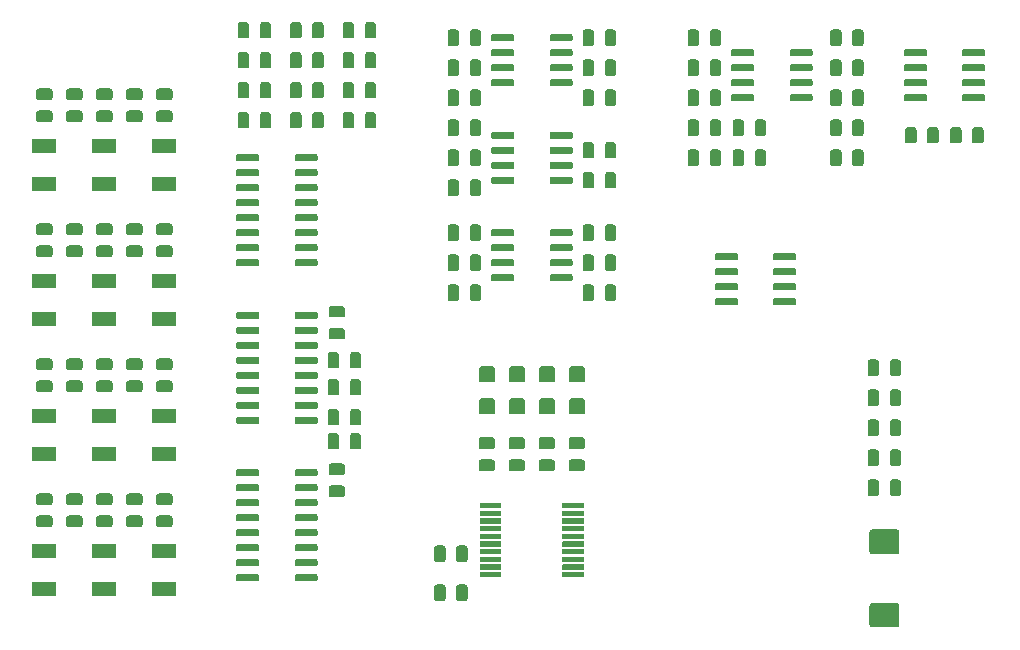
<source format=gtp>
G04 #@! TF.GenerationSoftware,KiCad,Pcbnew,5.99.0-unknown-43514a1~86~ubuntu18.04.1*
G04 #@! TF.CreationDate,2020-02-15T13:45:35+00:00*
G04 #@! TF.ProjectId,RADIO,52414449-4f2e-46b6-9963-61645f706362,rev?*
G04 #@! TF.SameCoordinates,Original*
G04 #@! TF.FileFunction,Paste,Top*
G04 #@! TF.FilePolarity,Positive*
%FSLAX46Y46*%
G04 Gerber Fmt 4.6, Leading zero omitted, Abs format (unit mm)*
G04 Created by KiCad (PCBNEW 5.99.0-unknown-43514a1~86~ubuntu18.04.1) date 2020-02-15 13:45:35*
%MOMM*%
%LPD*%
G01*
G04 APERTURE LIST*
%ADD10R,2.000000X1.200000*%
G04 APERTURE END LIST*
G36*
X132846529Y-102061554D02*
G01*
X132925607Y-102114393D01*
X132978446Y-102193471D01*
X132997000Y-102286750D01*
X132997000Y-103199250D01*
X132978446Y-103292529D01*
X132925607Y-103371607D01*
X132846529Y-103424446D01*
X132753250Y-103443000D01*
X132265750Y-103443000D01*
X132172471Y-103424446D01*
X132093393Y-103371607D01*
X132040554Y-103292529D01*
X132022000Y-103199250D01*
X132022000Y-102286750D01*
X132040554Y-102193471D01*
X132093393Y-102114393D01*
X132172471Y-102061554D01*
X132265750Y-102043000D01*
X132753250Y-102043000D01*
X132846529Y-102061554D01*
G37*
G36*
X130971529Y-102061554D02*
G01*
X131050607Y-102114393D01*
X131103446Y-102193471D01*
X131122000Y-102286750D01*
X131122000Y-103199250D01*
X131103446Y-103292529D01*
X131050607Y-103371607D01*
X130971529Y-103424446D01*
X130878250Y-103443000D01*
X130390750Y-103443000D01*
X130297471Y-103424446D01*
X130218393Y-103371607D01*
X130165554Y-103292529D01*
X130147000Y-103199250D01*
X130147000Y-102286750D01*
X130165554Y-102193471D01*
X130218393Y-102114393D01*
X130297471Y-102061554D01*
X130390750Y-102043000D01*
X130878250Y-102043000D01*
X130971529Y-102061554D01*
G37*
G36*
X130971529Y-105363554D02*
G01*
X131050607Y-105416393D01*
X131103446Y-105495471D01*
X131122000Y-105588750D01*
X131122000Y-106501250D01*
X131103446Y-106594529D01*
X131050607Y-106673607D01*
X130971529Y-106726446D01*
X130878250Y-106745000D01*
X130390750Y-106745000D01*
X130297471Y-106726446D01*
X130218393Y-106673607D01*
X130165554Y-106594529D01*
X130147000Y-106501250D01*
X130147000Y-105588750D01*
X130165554Y-105495471D01*
X130218393Y-105416393D01*
X130297471Y-105363554D01*
X130390750Y-105345000D01*
X130878250Y-105345000D01*
X130971529Y-105363554D01*
G37*
G36*
X132846529Y-105363554D02*
G01*
X132925607Y-105416393D01*
X132978446Y-105495471D01*
X132997000Y-105588750D01*
X132997000Y-106501250D01*
X132978446Y-106594529D01*
X132925607Y-106673607D01*
X132846529Y-106726446D01*
X132753250Y-106745000D01*
X132265750Y-106745000D01*
X132172471Y-106726446D01*
X132093393Y-106673607D01*
X132040554Y-106594529D01*
X132022000Y-106501250D01*
X132022000Y-105588750D01*
X132040554Y-105495471D01*
X132093393Y-105416393D01*
X132172471Y-105363554D01*
X132265750Y-105345000D01*
X132753250Y-105345000D01*
X132846529Y-105363554D01*
G37*
G36*
X120197403Y-68926418D02*
G01*
X120246066Y-68958934D01*
X120278582Y-69007597D01*
X120290000Y-69065000D01*
X120290000Y-69365000D01*
X120278582Y-69422403D01*
X120246066Y-69471066D01*
X120197403Y-69503582D01*
X120140000Y-69515000D01*
X118490000Y-69515000D01*
X118432597Y-69503582D01*
X118383934Y-69471066D01*
X118351418Y-69422403D01*
X118340000Y-69365000D01*
X118340000Y-69065000D01*
X118351418Y-69007597D01*
X118383934Y-68958934D01*
X118432597Y-68926418D01*
X118490000Y-68915000D01*
X120140000Y-68915000D01*
X120197403Y-68926418D01*
G37*
G36*
X120197403Y-70196418D02*
G01*
X120246066Y-70228934D01*
X120278582Y-70277597D01*
X120290000Y-70335000D01*
X120290000Y-70635000D01*
X120278582Y-70692403D01*
X120246066Y-70741066D01*
X120197403Y-70773582D01*
X120140000Y-70785000D01*
X118490000Y-70785000D01*
X118432597Y-70773582D01*
X118383934Y-70741066D01*
X118351418Y-70692403D01*
X118340000Y-70635000D01*
X118340000Y-70335000D01*
X118351418Y-70277597D01*
X118383934Y-70228934D01*
X118432597Y-70196418D01*
X118490000Y-70185000D01*
X120140000Y-70185000D01*
X120197403Y-70196418D01*
G37*
G36*
X120197403Y-71466418D02*
G01*
X120246066Y-71498934D01*
X120278582Y-71547597D01*
X120290000Y-71605000D01*
X120290000Y-71905000D01*
X120278582Y-71962403D01*
X120246066Y-72011066D01*
X120197403Y-72043582D01*
X120140000Y-72055000D01*
X118490000Y-72055000D01*
X118432597Y-72043582D01*
X118383934Y-72011066D01*
X118351418Y-71962403D01*
X118340000Y-71905000D01*
X118340000Y-71605000D01*
X118351418Y-71547597D01*
X118383934Y-71498934D01*
X118432597Y-71466418D01*
X118490000Y-71455000D01*
X120140000Y-71455000D01*
X120197403Y-71466418D01*
G37*
G36*
X120197403Y-72736418D02*
G01*
X120246066Y-72768934D01*
X120278582Y-72817597D01*
X120290000Y-72875000D01*
X120290000Y-73175000D01*
X120278582Y-73232403D01*
X120246066Y-73281066D01*
X120197403Y-73313582D01*
X120140000Y-73325000D01*
X118490000Y-73325000D01*
X118432597Y-73313582D01*
X118383934Y-73281066D01*
X118351418Y-73232403D01*
X118340000Y-73175000D01*
X118340000Y-72875000D01*
X118351418Y-72817597D01*
X118383934Y-72768934D01*
X118432597Y-72736418D01*
X118490000Y-72725000D01*
X120140000Y-72725000D01*
X120197403Y-72736418D01*
G37*
G36*
X120197403Y-74006418D02*
G01*
X120246066Y-74038934D01*
X120278582Y-74087597D01*
X120290000Y-74145000D01*
X120290000Y-74445000D01*
X120278582Y-74502403D01*
X120246066Y-74551066D01*
X120197403Y-74583582D01*
X120140000Y-74595000D01*
X118490000Y-74595000D01*
X118432597Y-74583582D01*
X118383934Y-74551066D01*
X118351418Y-74502403D01*
X118340000Y-74445000D01*
X118340000Y-74145000D01*
X118351418Y-74087597D01*
X118383934Y-74038934D01*
X118432597Y-74006418D01*
X118490000Y-73995000D01*
X120140000Y-73995000D01*
X120197403Y-74006418D01*
G37*
G36*
X120197403Y-75276418D02*
G01*
X120246066Y-75308934D01*
X120278582Y-75357597D01*
X120290000Y-75415000D01*
X120290000Y-75715000D01*
X120278582Y-75772403D01*
X120246066Y-75821066D01*
X120197403Y-75853582D01*
X120140000Y-75865000D01*
X118490000Y-75865000D01*
X118432597Y-75853582D01*
X118383934Y-75821066D01*
X118351418Y-75772403D01*
X118340000Y-75715000D01*
X118340000Y-75415000D01*
X118351418Y-75357597D01*
X118383934Y-75308934D01*
X118432597Y-75276418D01*
X118490000Y-75265000D01*
X120140000Y-75265000D01*
X120197403Y-75276418D01*
G37*
G36*
X120197403Y-76546418D02*
G01*
X120246066Y-76578934D01*
X120278582Y-76627597D01*
X120290000Y-76685000D01*
X120290000Y-76985000D01*
X120278582Y-77042403D01*
X120246066Y-77091066D01*
X120197403Y-77123582D01*
X120140000Y-77135000D01*
X118490000Y-77135000D01*
X118432597Y-77123582D01*
X118383934Y-77091066D01*
X118351418Y-77042403D01*
X118340000Y-76985000D01*
X118340000Y-76685000D01*
X118351418Y-76627597D01*
X118383934Y-76578934D01*
X118432597Y-76546418D01*
X118490000Y-76535000D01*
X120140000Y-76535000D01*
X120197403Y-76546418D01*
G37*
G36*
X120197403Y-77816418D02*
G01*
X120246066Y-77848934D01*
X120278582Y-77897597D01*
X120290000Y-77955000D01*
X120290000Y-78255000D01*
X120278582Y-78312403D01*
X120246066Y-78361066D01*
X120197403Y-78393582D01*
X120140000Y-78405000D01*
X118490000Y-78405000D01*
X118432597Y-78393582D01*
X118383934Y-78361066D01*
X118351418Y-78312403D01*
X118340000Y-78255000D01*
X118340000Y-77955000D01*
X118351418Y-77897597D01*
X118383934Y-77848934D01*
X118432597Y-77816418D01*
X118490000Y-77805000D01*
X120140000Y-77805000D01*
X120197403Y-77816418D01*
G37*
G36*
X115247403Y-77816418D02*
G01*
X115296066Y-77848934D01*
X115328582Y-77897597D01*
X115340000Y-77955000D01*
X115340000Y-78255000D01*
X115328582Y-78312403D01*
X115296066Y-78361066D01*
X115247403Y-78393582D01*
X115190000Y-78405000D01*
X113540000Y-78405000D01*
X113482597Y-78393582D01*
X113433934Y-78361066D01*
X113401418Y-78312403D01*
X113390000Y-78255000D01*
X113390000Y-77955000D01*
X113401418Y-77897597D01*
X113433934Y-77848934D01*
X113482597Y-77816418D01*
X113540000Y-77805000D01*
X115190000Y-77805000D01*
X115247403Y-77816418D01*
G37*
G36*
X115247403Y-76546418D02*
G01*
X115296066Y-76578934D01*
X115328582Y-76627597D01*
X115340000Y-76685000D01*
X115340000Y-76985000D01*
X115328582Y-77042403D01*
X115296066Y-77091066D01*
X115247403Y-77123582D01*
X115190000Y-77135000D01*
X113540000Y-77135000D01*
X113482597Y-77123582D01*
X113433934Y-77091066D01*
X113401418Y-77042403D01*
X113390000Y-76985000D01*
X113390000Y-76685000D01*
X113401418Y-76627597D01*
X113433934Y-76578934D01*
X113482597Y-76546418D01*
X113540000Y-76535000D01*
X115190000Y-76535000D01*
X115247403Y-76546418D01*
G37*
G36*
X115247403Y-75276418D02*
G01*
X115296066Y-75308934D01*
X115328582Y-75357597D01*
X115340000Y-75415000D01*
X115340000Y-75715000D01*
X115328582Y-75772403D01*
X115296066Y-75821066D01*
X115247403Y-75853582D01*
X115190000Y-75865000D01*
X113540000Y-75865000D01*
X113482597Y-75853582D01*
X113433934Y-75821066D01*
X113401418Y-75772403D01*
X113390000Y-75715000D01*
X113390000Y-75415000D01*
X113401418Y-75357597D01*
X113433934Y-75308934D01*
X113482597Y-75276418D01*
X113540000Y-75265000D01*
X115190000Y-75265000D01*
X115247403Y-75276418D01*
G37*
G36*
X115247403Y-74006418D02*
G01*
X115296066Y-74038934D01*
X115328582Y-74087597D01*
X115340000Y-74145000D01*
X115340000Y-74445000D01*
X115328582Y-74502403D01*
X115296066Y-74551066D01*
X115247403Y-74583582D01*
X115190000Y-74595000D01*
X113540000Y-74595000D01*
X113482597Y-74583582D01*
X113433934Y-74551066D01*
X113401418Y-74502403D01*
X113390000Y-74445000D01*
X113390000Y-74145000D01*
X113401418Y-74087597D01*
X113433934Y-74038934D01*
X113482597Y-74006418D01*
X113540000Y-73995000D01*
X115190000Y-73995000D01*
X115247403Y-74006418D01*
G37*
G36*
X115247403Y-72736418D02*
G01*
X115296066Y-72768934D01*
X115328582Y-72817597D01*
X115340000Y-72875000D01*
X115340000Y-73175000D01*
X115328582Y-73232403D01*
X115296066Y-73281066D01*
X115247403Y-73313582D01*
X115190000Y-73325000D01*
X113540000Y-73325000D01*
X113482597Y-73313582D01*
X113433934Y-73281066D01*
X113401418Y-73232403D01*
X113390000Y-73175000D01*
X113390000Y-72875000D01*
X113401418Y-72817597D01*
X113433934Y-72768934D01*
X113482597Y-72736418D01*
X113540000Y-72725000D01*
X115190000Y-72725000D01*
X115247403Y-72736418D01*
G37*
G36*
X115247403Y-71466418D02*
G01*
X115296066Y-71498934D01*
X115328582Y-71547597D01*
X115340000Y-71605000D01*
X115340000Y-71905000D01*
X115328582Y-71962403D01*
X115296066Y-72011066D01*
X115247403Y-72043582D01*
X115190000Y-72055000D01*
X113540000Y-72055000D01*
X113482597Y-72043582D01*
X113433934Y-72011066D01*
X113401418Y-71962403D01*
X113390000Y-71905000D01*
X113390000Y-71605000D01*
X113401418Y-71547597D01*
X113433934Y-71498934D01*
X113482597Y-71466418D01*
X113540000Y-71455000D01*
X115190000Y-71455000D01*
X115247403Y-71466418D01*
G37*
G36*
X115247403Y-70196418D02*
G01*
X115296066Y-70228934D01*
X115328582Y-70277597D01*
X115340000Y-70335000D01*
X115340000Y-70635000D01*
X115328582Y-70692403D01*
X115296066Y-70741066D01*
X115247403Y-70773582D01*
X115190000Y-70785000D01*
X113540000Y-70785000D01*
X113482597Y-70773582D01*
X113433934Y-70741066D01*
X113401418Y-70692403D01*
X113390000Y-70635000D01*
X113390000Y-70335000D01*
X113401418Y-70277597D01*
X113433934Y-70228934D01*
X113482597Y-70196418D01*
X113540000Y-70185000D01*
X115190000Y-70185000D01*
X115247403Y-70196418D01*
G37*
G36*
X115247403Y-68926418D02*
G01*
X115296066Y-68958934D01*
X115328582Y-69007597D01*
X115340000Y-69065000D01*
X115340000Y-69365000D01*
X115328582Y-69422403D01*
X115296066Y-69471066D01*
X115247403Y-69503582D01*
X115190000Y-69515000D01*
X113540000Y-69515000D01*
X113482597Y-69503582D01*
X113433934Y-69471066D01*
X113401418Y-69422403D01*
X113390000Y-69365000D01*
X113390000Y-69065000D01*
X113401418Y-69007597D01*
X113433934Y-68958934D01*
X113482597Y-68926418D01*
X113540000Y-68915000D01*
X115190000Y-68915000D01*
X115247403Y-68926418D01*
G37*
G36*
X162107403Y-60036418D02*
G01*
X162156066Y-60068934D01*
X162188582Y-60117597D01*
X162200000Y-60175000D01*
X162200000Y-60475000D01*
X162188582Y-60532403D01*
X162156066Y-60581066D01*
X162107403Y-60613582D01*
X162050000Y-60625000D01*
X160400000Y-60625000D01*
X160342597Y-60613582D01*
X160293934Y-60581066D01*
X160261418Y-60532403D01*
X160250000Y-60475000D01*
X160250000Y-60175000D01*
X160261418Y-60117597D01*
X160293934Y-60068934D01*
X160342597Y-60036418D01*
X160400000Y-60025000D01*
X162050000Y-60025000D01*
X162107403Y-60036418D01*
G37*
G36*
X162107403Y-61306418D02*
G01*
X162156066Y-61338934D01*
X162188582Y-61387597D01*
X162200000Y-61445000D01*
X162200000Y-61745000D01*
X162188582Y-61802403D01*
X162156066Y-61851066D01*
X162107403Y-61883582D01*
X162050000Y-61895000D01*
X160400000Y-61895000D01*
X160342597Y-61883582D01*
X160293934Y-61851066D01*
X160261418Y-61802403D01*
X160250000Y-61745000D01*
X160250000Y-61445000D01*
X160261418Y-61387597D01*
X160293934Y-61338934D01*
X160342597Y-61306418D01*
X160400000Y-61295000D01*
X162050000Y-61295000D01*
X162107403Y-61306418D01*
G37*
G36*
X162107403Y-62576418D02*
G01*
X162156066Y-62608934D01*
X162188582Y-62657597D01*
X162200000Y-62715000D01*
X162200000Y-63015000D01*
X162188582Y-63072403D01*
X162156066Y-63121066D01*
X162107403Y-63153582D01*
X162050000Y-63165000D01*
X160400000Y-63165000D01*
X160342597Y-63153582D01*
X160293934Y-63121066D01*
X160261418Y-63072403D01*
X160250000Y-63015000D01*
X160250000Y-62715000D01*
X160261418Y-62657597D01*
X160293934Y-62608934D01*
X160342597Y-62576418D01*
X160400000Y-62565000D01*
X162050000Y-62565000D01*
X162107403Y-62576418D01*
G37*
G36*
X162107403Y-63846418D02*
G01*
X162156066Y-63878934D01*
X162188582Y-63927597D01*
X162200000Y-63985000D01*
X162200000Y-64285000D01*
X162188582Y-64342403D01*
X162156066Y-64391066D01*
X162107403Y-64423582D01*
X162050000Y-64435000D01*
X160400000Y-64435000D01*
X160342597Y-64423582D01*
X160293934Y-64391066D01*
X160261418Y-64342403D01*
X160250000Y-64285000D01*
X160250000Y-63985000D01*
X160261418Y-63927597D01*
X160293934Y-63878934D01*
X160342597Y-63846418D01*
X160400000Y-63835000D01*
X162050000Y-63835000D01*
X162107403Y-63846418D01*
G37*
G36*
X157157403Y-63846418D02*
G01*
X157206066Y-63878934D01*
X157238582Y-63927597D01*
X157250000Y-63985000D01*
X157250000Y-64285000D01*
X157238582Y-64342403D01*
X157206066Y-64391066D01*
X157157403Y-64423582D01*
X157100000Y-64435000D01*
X155450000Y-64435000D01*
X155392597Y-64423582D01*
X155343934Y-64391066D01*
X155311418Y-64342403D01*
X155300000Y-64285000D01*
X155300000Y-63985000D01*
X155311418Y-63927597D01*
X155343934Y-63878934D01*
X155392597Y-63846418D01*
X155450000Y-63835000D01*
X157100000Y-63835000D01*
X157157403Y-63846418D01*
G37*
G36*
X157157403Y-62576418D02*
G01*
X157206066Y-62608934D01*
X157238582Y-62657597D01*
X157250000Y-62715000D01*
X157250000Y-63015000D01*
X157238582Y-63072403D01*
X157206066Y-63121066D01*
X157157403Y-63153582D01*
X157100000Y-63165000D01*
X155450000Y-63165000D01*
X155392597Y-63153582D01*
X155343934Y-63121066D01*
X155311418Y-63072403D01*
X155300000Y-63015000D01*
X155300000Y-62715000D01*
X155311418Y-62657597D01*
X155343934Y-62608934D01*
X155392597Y-62576418D01*
X155450000Y-62565000D01*
X157100000Y-62565000D01*
X157157403Y-62576418D01*
G37*
G36*
X157157403Y-61306418D02*
G01*
X157206066Y-61338934D01*
X157238582Y-61387597D01*
X157250000Y-61445000D01*
X157250000Y-61745000D01*
X157238582Y-61802403D01*
X157206066Y-61851066D01*
X157157403Y-61883582D01*
X157100000Y-61895000D01*
X155450000Y-61895000D01*
X155392597Y-61883582D01*
X155343934Y-61851066D01*
X155311418Y-61802403D01*
X155300000Y-61745000D01*
X155300000Y-61445000D01*
X155311418Y-61387597D01*
X155343934Y-61338934D01*
X155392597Y-61306418D01*
X155450000Y-61295000D01*
X157100000Y-61295000D01*
X157157403Y-61306418D01*
G37*
G36*
X157157403Y-60036418D02*
G01*
X157206066Y-60068934D01*
X157238582Y-60117597D01*
X157250000Y-60175000D01*
X157250000Y-60475000D01*
X157238582Y-60532403D01*
X157206066Y-60581066D01*
X157157403Y-60613582D01*
X157100000Y-60625000D01*
X155450000Y-60625000D01*
X155392597Y-60613582D01*
X155343934Y-60581066D01*
X155311418Y-60532403D01*
X155300000Y-60475000D01*
X155300000Y-60175000D01*
X155311418Y-60117597D01*
X155343934Y-60068934D01*
X155392597Y-60036418D01*
X155450000Y-60025000D01*
X157100000Y-60025000D01*
X157157403Y-60036418D01*
G37*
G36*
X141787403Y-75276418D02*
G01*
X141836066Y-75308934D01*
X141868582Y-75357597D01*
X141880000Y-75415000D01*
X141880000Y-75715000D01*
X141868582Y-75772403D01*
X141836066Y-75821066D01*
X141787403Y-75853582D01*
X141730000Y-75865000D01*
X140080000Y-75865000D01*
X140022597Y-75853582D01*
X139973934Y-75821066D01*
X139941418Y-75772403D01*
X139930000Y-75715000D01*
X139930000Y-75415000D01*
X139941418Y-75357597D01*
X139973934Y-75308934D01*
X140022597Y-75276418D01*
X140080000Y-75265000D01*
X141730000Y-75265000D01*
X141787403Y-75276418D01*
G37*
G36*
X141787403Y-76546418D02*
G01*
X141836066Y-76578934D01*
X141868582Y-76627597D01*
X141880000Y-76685000D01*
X141880000Y-76985000D01*
X141868582Y-77042403D01*
X141836066Y-77091066D01*
X141787403Y-77123582D01*
X141730000Y-77135000D01*
X140080000Y-77135000D01*
X140022597Y-77123582D01*
X139973934Y-77091066D01*
X139941418Y-77042403D01*
X139930000Y-76985000D01*
X139930000Y-76685000D01*
X139941418Y-76627597D01*
X139973934Y-76578934D01*
X140022597Y-76546418D01*
X140080000Y-76535000D01*
X141730000Y-76535000D01*
X141787403Y-76546418D01*
G37*
G36*
X141787403Y-77816418D02*
G01*
X141836066Y-77848934D01*
X141868582Y-77897597D01*
X141880000Y-77955000D01*
X141880000Y-78255000D01*
X141868582Y-78312403D01*
X141836066Y-78361066D01*
X141787403Y-78393582D01*
X141730000Y-78405000D01*
X140080000Y-78405000D01*
X140022597Y-78393582D01*
X139973934Y-78361066D01*
X139941418Y-78312403D01*
X139930000Y-78255000D01*
X139930000Y-77955000D01*
X139941418Y-77897597D01*
X139973934Y-77848934D01*
X140022597Y-77816418D01*
X140080000Y-77805000D01*
X141730000Y-77805000D01*
X141787403Y-77816418D01*
G37*
G36*
X141787403Y-79086418D02*
G01*
X141836066Y-79118934D01*
X141868582Y-79167597D01*
X141880000Y-79225000D01*
X141880000Y-79525000D01*
X141868582Y-79582403D01*
X141836066Y-79631066D01*
X141787403Y-79663582D01*
X141730000Y-79675000D01*
X140080000Y-79675000D01*
X140022597Y-79663582D01*
X139973934Y-79631066D01*
X139941418Y-79582403D01*
X139930000Y-79525000D01*
X139930000Y-79225000D01*
X139941418Y-79167597D01*
X139973934Y-79118934D01*
X140022597Y-79086418D01*
X140080000Y-79075000D01*
X141730000Y-79075000D01*
X141787403Y-79086418D01*
G37*
G36*
X136837403Y-79086418D02*
G01*
X136886066Y-79118934D01*
X136918582Y-79167597D01*
X136930000Y-79225000D01*
X136930000Y-79525000D01*
X136918582Y-79582403D01*
X136886066Y-79631066D01*
X136837403Y-79663582D01*
X136780000Y-79675000D01*
X135130000Y-79675000D01*
X135072597Y-79663582D01*
X135023934Y-79631066D01*
X134991418Y-79582403D01*
X134980000Y-79525000D01*
X134980000Y-79225000D01*
X134991418Y-79167597D01*
X135023934Y-79118934D01*
X135072597Y-79086418D01*
X135130000Y-79075000D01*
X136780000Y-79075000D01*
X136837403Y-79086418D01*
G37*
G36*
X136837403Y-77816418D02*
G01*
X136886066Y-77848934D01*
X136918582Y-77897597D01*
X136930000Y-77955000D01*
X136930000Y-78255000D01*
X136918582Y-78312403D01*
X136886066Y-78361066D01*
X136837403Y-78393582D01*
X136780000Y-78405000D01*
X135130000Y-78405000D01*
X135072597Y-78393582D01*
X135023934Y-78361066D01*
X134991418Y-78312403D01*
X134980000Y-78255000D01*
X134980000Y-77955000D01*
X134991418Y-77897597D01*
X135023934Y-77848934D01*
X135072597Y-77816418D01*
X135130000Y-77805000D01*
X136780000Y-77805000D01*
X136837403Y-77816418D01*
G37*
G36*
X136837403Y-76546418D02*
G01*
X136886066Y-76578934D01*
X136918582Y-76627597D01*
X136930000Y-76685000D01*
X136930000Y-76985000D01*
X136918582Y-77042403D01*
X136886066Y-77091066D01*
X136837403Y-77123582D01*
X136780000Y-77135000D01*
X135130000Y-77135000D01*
X135072597Y-77123582D01*
X135023934Y-77091066D01*
X134991418Y-77042403D01*
X134980000Y-76985000D01*
X134980000Y-76685000D01*
X134991418Y-76627597D01*
X135023934Y-76578934D01*
X135072597Y-76546418D01*
X135130000Y-76535000D01*
X136780000Y-76535000D01*
X136837403Y-76546418D01*
G37*
G36*
X136837403Y-75276418D02*
G01*
X136886066Y-75308934D01*
X136918582Y-75357597D01*
X136930000Y-75415000D01*
X136930000Y-75715000D01*
X136918582Y-75772403D01*
X136886066Y-75821066D01*
X136837403Y-75853582D01*
X136780000Y-75865000D01*
X135130000Y-75865000D01*
X135072597Y-75853582D01*
X135023934Y-75821066D01*
X134991418Y-75772403D01*
X134980000Y-75715000D01*
X134980000Y-75415000D01*
X134991418Y-75357597D01*
X135023934Y-75308934D01*
X135072597Y-75276418D01*
X135130000Y-75265000D01*
X136780000Y-75265000D01*
X136837403Y-75276418D01*
G37*
G36*
X141787403Y-58766418D02*
G01*
X141836066Y-58798934D01*
X141868582Y-58847597D01*
X141880000Y-58905000D01*
X141880000Y-59205000D01*
X141868582Y-59262403D01*
X141836066Y-59311066D01*
X141787403Y-59343582D01*
X141730000Y-59355000D01*
X140080000Y-59355000D01*
X140022597Y-59343582D01*
X139973934Y-59311066D01*
X139941418Y-59262403D01*
X139930000Y-59205000D01*
X139930000Y-58905000D01*
X139941418Y-58847597D01*
X139973934Y-58798934D01*
X140022597Y-58766418D01*
X140080000Y-58755000D01*
X141730000Y-58755000D01*
X141787403Y-58766418D01*
G37*
G36*
X141787403Y-60036418D02*
G01*
X141836066Y-60068934D01*
X141868582Y-60117597D01*
X141880000Y-60175000D01*
X141880000Y-60475000D01*
X141868582Y-60532403D01*
X141836066Y-60581066D01*
X141787403Y-60613582D01*
X141730000Y-60625000D01*
X140080000Y-60625000D01*
X140022597Y-60613582D01*
X139973934Y-60581066D01*
X139941418Y-60532403D01*
X139930000Y-60475000D01*
X139930000Y-60175000D01*
X139941418Y-60117597D01*
X139973934Y-60068934D01*
X140022597Y-60036418D01*
X140080000Y-60025000D01*
X141730000Y-60025000D01*
X141787403Y-60036418D01*
G37*
G36*
X141787403Y-61306418D02*
G01*
X141836066Y-61338934D01*
X141868582Y-61387597D01*
X141880000Y-61445000D01*
X141880000Y-61745000D01*
X141868582Y-61802403D01*
X141836066Y-61851066D01*
X141787403Y-61883582D01*
X141730000Y-61895000D01*
X140080000Y-61895000D01*
X140022597Y-61883582D01*
X139973934Y-61851066D01*
X139941418Y-61802403D01*
X139930000Y-61745000D01*
X139930000Y-61445000D01*
X139941418Y-61387597D01*
X139973934Y-61338934D01*
X140022597Y-61306418D01*
X140080000Y-61295000D01*
X141730000Y-61295000D01*
X141787403Y-61306418D01*
G37*
G36*
X141787403Y-62576418D02*
G01*
X141836066Y-62608934D01*
X141868582Y-62657597D01*
X141880000Y-62715000D01*
X141880000Y-63015000D01*
X141868582Y-63072403D01*
X141836066Y-63121066D01*
X141787403Y-63153582D01*
X141730000Y-63165000D01*
X140080000Y-63165000D01*
X140022597Y-63153582D01*
X139973934Y-63121066D01*
X139941418Y-63072403D01*
X139930000Y-63015000D01*
X139930000Y-62715000D01*
X139941418Y-62657597D01*
X139973934Y-62608934D01*
X140022597Y-62576418D01*
X140080000Y-62565000D01*
X141730000Y-62565000D01*
X141787403Y-62576418D01*
G37*
G36*
X136837403Y-62576418D02*
G01*
X136886066Y-62608934D01*
X136918582Y-62657597D01*
X136930000Y-62715000D01*
X136930000Y-63015000D01*
X136918582Y-63072403D01*
X136886066Y-63121066D01*
X136837403Y-63153582D01*
X136780000Y-63165000D01*
X135130000Y-63165000D01*
X135072597Y-63153582D01*
X135023934Y-63121066D01*
X134991418Y-63072403D01*
X134980000Y-63015000D01*
X134980000Y-62715000D01*
X134991418Y-62657597D01*
X135023934Y-62608934D01*
X135072597Y-62576418D01*
X135130000Y-62565000D01*
X136780000Y-62565000D01*
X136837403Y-62576418D01*
G37*
G36*
X136837403Y-61306418D02*
G01*
X136886066Y-61338934D01*
X136918582Y-61387597D01*
X136930000Y-61445000D01*
X136930000Y-61745000D01*
X136918582Y-61802403D01*
X136886066Y-61851066D01*
X136837403Y-61883582D01*
X136780000Y-61895000D01*
X135130000Y-61895000D01*
X135072597Y-61883582D01*
X135023934Y-61851066D01*
X134991418Y-61802403D01*
X134980000Y-61745000D01*
X134980000Y-61445000D01*
X134991418Y-61387597D01*
X135023934Y-61338934D01*
X135072597Y-61306418D01*
X135130000Y-61295000D01*
X136780000Y-61295000D01*
X136837403Y-61306418D01*
G37*
G36*
X136837403Y-60036418D02*
G01*
X136886066Y-60068934D01*
X136918582Y-60117597D01*
X136930000Y-60175000D01*
X136930000Y-60475000D01*
X136918582Y-60532403D01*
X136886066Y-60581066D01*
X136837403Y-60613582D01*
X136780000Y-60625000D01*
X135130000Y-60625000D01*
X135072597Y-60613582D01*
X135023934Y-60581066D01*
X134991418Y-60532403D01*
X134980000Y-60475000D01*
X134980000Y-60175000D01*
X134991418Y-60117597D01*
X135023934Y-60068934D01*
X135072597Y-60036418D01*
X135130000Y-60025000D01*
X136780000Y-60025000D01*
X136837403Y-60036418D01*
G37*
G36*
X136837403Y-58766418D02*
G01*
X136886066Y-58798934D01*
X136918582Y-58847597D01*
X136930000Y-58905000D01*
X136930000Y-59205000D01*
X136918582Y-59262403D01*
X136886066Y-59311066D01*
X136837403Y-59343582D01*
X136780000Y-59355000D01*
X135130000Y-59355000D01*
X135072597Y-59343582D01*
X135023934Y-59311066D01*
X134991418Y-59262403D01*
X134980000Y-59205000D01*
X134980000Y-58905000D01*
X134991418Y-58847597D01*
X135023934Y-58798934D01*
X135072597Y-58766418D01*
X135130000Y-58755000D01*
X136780000Y-58755000D01*
X136837403Y-58766418D01*
G37*
G36*
X121954529Y-92536554D02*
G01*
X122033607Y-92589393D01*
X122086446Y-92668471D01*
X122105000Y-92761750D01*
X122105000Y-93674250D01*
X122086446Y-93767529D01*
X122033607Y-93846607D01*
X121954529Y-93899446D01*
X121861250Y-93918000D01*
X121373750Y-93918000D01*
X121280471Y-93899446D01*
X121201393Y-93846607D01*
X121148554Y-93767529D01*
X121130000Y-93674250D01*
X121130000Y-92761750D01*
X121148554Y-92668471D01*
X121201393Y-92589393D01*
X121280471Y-92536554D01*
X121373750Y-92518000D01*
X121861250Y-92518000D01*
X121954529Y-92536554D01*
G37*
G36*
X123829529Y-92536554D02*
G01*
X123908607Y-92589393D01*
X123961446Y-92668471D01*
X123980000Y-92761750D01*
X123980000Y-93674250D01*
X123961446Y-93767529D01*
X123908607Y-93846607D01*
X123829529Y-93899446D01*
X123736250Y-93918000D01*
X123248750Y-93918000D01*
X123155471Y-93899446D01*
X123076393Y-93846607D01*
X123023554Y-93767529D01*
X123005000Y-93674250D01*
X123005000Y-92761750D01*
X123023554Y-92668471D01*
X123076393Y-92589393D01*
X123155471Y-92536554D01*
X123248750Y-92518000D01*
X123736250Y-92518000D01*
X123829529Y-92536554D01*
G37*
G36*
X160710403Y-77308418D02*
G01*
X160759066Y-77340934D01*
X160791582Y-77389597D01*
X160803000Y-77447000D01*
X160803000Y-77747000D01*
X160791582Y-77804403D01*
X160759066Y-77853066D01*
X160710403Y-77885582D01*
X160653000Y-77897000D01*
X159003000Y-77897000D01*
X158945597Y-77885582D01*
X158896934Y-77853066D01*
X158864418Y-77804403D01*
X158853000Y-77747000D01*
X158853000Y-77447000D01*
X158864418Y-77389597D01*
X158896934Y-77340934D01*
X158945597Y-77308418D01*
X159003000Y-77297000D01*
X160653000Y-77297000D01*
X160710403Y-77308418D01*
G37*
G36*
X160710403Y-78578418D02*
G01*
X160759066Y-78610934D01*
X160791582Y-78659597D01*
X160803000Y-78717000D01*
X160803000Y-79017000D01*
X160791582Y-79074403D01*
X160759066Y-79123066D01*
X160710403Y-79155582D01*
X160653000Y-79167000D01*
X159003000Y-79167000D01*
X158945597Y-79155582D01*
X158896934Y-79123066D01*
X158864418Y-79074403D01*
X158853000Y-79017000D01*
X158853000Y-78717000D01*
X158864418Y-78659597D01*
X158896934Y-78610934D01*
X158945597Y-78578418D01*
X159003000Y-78567000D01*
X160653000Y-78567000D01*
X160710403Y-78578418D01*
G37*
G36*
X160710403Y-79848418D02*
G01*
X160759066Y-79880934D01*
X160791582Y-79929597D01*
X160803000Y-79987000D01*
X160803000Y-80287000D01*
X160791582Y-80344403D01*
X160759066Y-80393066D01*
X160710403Y-80425582D01*
X160653000Y-80437000D01*
X159003000Y-80437000D01*
X158945597Y-80425582D01*
X158896934Y-80393066D01*
X158864418Y-80344403D01*
X158853000Y-80287000D01*
X158853000Y-79987000D01*
X158864418Y-79929597D01*
X158896934Y-79880934D01*
X158945597Y-79848418D01*
X159003000Y-79837000D01*
X160653000Y-79837000D01*
X160710403Y-79848418D01*
G37*
G36*
X160710403Y-81118418D02*
G01*
X160759066Y-81150934D01*
X160791582Y-81199597D01*
X160803000Y-81257000D01*
X160803000Y-81557000D01*
X160791582Y-81614403D01*
X160759066Y-81663066D01*
X160710403Y-81695582D01*
X160653000Y-81707000D01*
X159003000Y-81707000D01*
X158945597Y-81695582D01*
X158896934Y-81663066D01*
X158864418Y-81614403D01*
X158853000Y-81557000D01*
X158853000Y-81257000D01*
X158864418Y-81199597D01*
X158896934Y-81150934D01*
X158945597Y-81118418D01*
X159003000Y-81107000D01*
X160653000Y-81107000D01*
X160710403Y-81118418D01*
G37*
G36*
X155760403Y-81118418D02*
G01*
X155809066Y-81150934D01*
X155841582Y-81199597D01*
X155853000Y-81257000D01*
X155853000Y-81557000D01*
X155841582Y-81614403D01*
X155809066Y-81663066D01*
X155760403Y-81695582D01*
X155703000Y-81707000D01*
X154053000Y-81707000D01*
X153995597Y-81695582D01*
X153946934Y-81663066D01*
X153914418Y-81614403D01*
X153903000Y-81557000D01*
X153903000Y-81257000D01*
X153914418Y-81199597D01*
X153946934Y-81150934D01*
X153995597Y-81118418D01*
X154053000Y-81107000D01*
X155703000Y-81107000D01*
X155760403Y-81118418D01*
G37*
G36*
X155760403Y-79848418D02*
G01*
X155809066Y-79880934D01*
X155841582Y-79929597D01*
X155853000Y-79987000D01*
X155853000Y-80287000D01*
X155841582Y-80344403D01*
X155809066Y-80393066D01*
X155760403Y-80425582D01*
X155703000Y-80437000D01*
X154053000Y-80437000D01*
X153995597Y-80425582D01*
X153946934Y-80393066D01*
X153914418Y-80344403D01*
X153903000Y-80287000D01*
X153903000Y-79987000D01*
X153914418Y-79929597D01*
X153946934Y-79880934D01*
X153995597Y-79848418D01*
X154053000Y-79837000D01*
X155703000Y-79837000D01*
X155760403Y-79848418D01*
G37*
G36*
X155760403Y-78578418D02*
G01*
X155809066Y-78610934D01*
X155841582Y-78659597D01*
X155853000Y-78717000D01*
X155853000Y-79017000D01*
X155841582Y-79074403D01*
X155809066Y-79123066D01*
X155760403Y-79155582D01*
X155703000Y-79167000D01*
X154053000Y-79167000D01*
X153995597Y-79155582D01*
X153946934Y-79123066D01*
X153914418Y-79074403D01*
X153903000Y-79017000D01*
X153903000Y-78717000D01*
X153914418Y-78659597D01*
X153946934Y-78610934D01*
X153995597Y-78578418D01*
X154053000Y-78567000D01*
X155703000Y-78567000D01*
X155760403Y-78578418D01*
G37*
G36*
X155760403Y-77308418D02*
G01*
X155809066Y-77340934D01*
X155841582Y-77389597D01*
X155853000Y-77447000D01*
X155853000Y-77747000D01*
X155841582Y-77804403D01*
X155809066Y-77853066D01*
X155760403Y-77885582D01*
X155703000Y-77897000D01*
X154053000Y-77897000D01*
X153995597Y-77885582D01*
X153946934Y-77853066D01*
X153914418Y-77804403D01*
X153903000Y-77747000D01*
X153903000Y-77447000D01*
X153914418Y-77389597D01*
X153946934Y-77340934D01*
X153995597Y-77308418D01*
X154053000Y-77297000D01*
X155703000Y-77297000D01*
X155760403Y-77308418D01*
G37*
G36*
X142824165Y-98453802D02*
G01*
X142840370Y-98464630D01*
X142851198Y-98480835D01*
X142855000Y-98499950D01*
X142855000Y-98850050D01*
X142851198Y-98869165D01*
X142840370Y-98885370D01*
X142824165Y-98896198D01*
X142805050Y-98900000D01*
X141054950Y-98900000D01*
X141035835Y-98896198D01*
X141019630Y-98885370D01*
X141008802Y-98869165D01*
X141005000Y-98850050D01*
X141005000Y-98499950D01*
X141008802Y-98480835D01*
X141019630Y-98464630D01*
X141035835Y-98453802D01*
X141054950Y-98450000D01*
X142805050Y-98450000D01*
X142824165Y-98453802D01*
G37*
G36*
X142824165Y-99103802D02*
G01*
X142840370Y-99114630D01*
X142851198Y-99130835D01*
X142855000Y-99149950D01*
X142855000Y-99500050D01*
X142851198Y-99519165D01*
X142840370Y-99535370D01*
X142824165Y-99546198D01*
X142805050Y-99550000D01*
X141054950Y-99550000D01*
X141035835Y-99546198D01*
X141019630Y-99535370D01*
X141008802Y-99519165D01*
X141005000Y-99500050D01*
X141005000Y-99149950D01*
X141008802Y-99130835D01*
X141019630Y-99114630D01*
X141035835Y-99103802D01*
X141054950Y-99100000D01*
X142805050Y-99100000D01*
X142824165Y-99103802D01*
G37*
G36*
X142824165Y-99753802D02*
G01*
X142840370Y-99764630D01*
X142851198Y-99780835D01*
X142855000Y-99799950D01*
X142855000Y-100150050D01*
X142851198Y-100169165D01*
X142840370Y-100185370D01*
X142824165Y-100196198D01*
X142805050Y-100200000D01*
X141054950Y-100200000D01*
X141035835Y-100196198D01*
X141019630Y-100185370D01*
X141008802Y-100169165D01*
X141005000Y-100150050D01*
X141005000Y-99799950D01*
X141008802Y-99780835D01*
X141019630Y-99764630D01*
X141035835Y-99753802D01*
X141054950Y-99750000D01*
X142805050Y-99750000D01*
X142824165Y-99753802D01*
G37*
G36*
X142824165Y-100403802D02*
G01*
X142840370Y-100414630D01*
X142851198Y-100430835D01*
X142855000Y-100449950D01*
X142855000Y-100800050D01*
X142851198Y-100819165D01*
X142840370Y-100835370D01*
X142824165Y-100846198D01*
X142805050Y-100850000D01*
X141054950Y-100850000D01*
X141035835Y-100846198D01*
X141019630Y-100835370D01*
X141008802Y-100819165D01*
X141005000Y-100800050D01*
X141005000Y-100449950D01*
X141008802Y-100430835D01*
X141019630Y-100414630D01*
X141035835Y-100403802D01*
X141054950Y-100400000D01*
X142805050Y-100400000D01*
X142824165Y-100403802D01*
G37*
G36*
X142824165Y-101053802D02*
G01*
X142840370Y-101064630D01*
X142851198Y-101080835D01*
X142855000Y-101099950D01*
X142855000Y-101450050D01*
X142851198Y-101469165D01*
X142840370Y-101485370D01*
X142824165Y-101496198D01*
X142805050Y-101500000D01*
X141054950Y-101500000D01*
X141035835Y-101496198D01*
X141019630Y-101485370D01*
X141008802Y-101469165D01*
X141005000Y-101450050D01*
X141005000Y-101099950D01*
X141008802Y-101080835D01*
X141019630Y-101064630D01*
X141035835Y-101053802D01*
X141054950Y-101050000D01*
X142805050Y-101050000D01*
X142824165Y-101053802D01*
G37*
G36*
X142824165Y-101703802D02*
G01*
X142840370Y-101714630D01*
X142851198Y-101730835D01*
X142855000Y-101749950D01*
X142855000Y-102100050D01*
X142851198Y-102119165D01*
X142840370Y-102135370D01*
X142824165Y-102146198D01*
X142805050Y-102150000D01*
X141054950Y-102150000D01*
X141035835Y-102146198D01*
X141019630Y-102135370D01*
X141008802Y-102119165D01*
X141005000Y-102100050D01*
X141005000Y-101749950D01*
X141008802Y-101730835D01*
X141019630Y-101714630D01*
X141035835Y-101703802D01*
X141054950Y-101700000D01*
X142805050Y-101700000D01*
X142824165Y-101703802D01*
G37*
G36*
X142824165Y-102353802D02*
G01*
X142840370Y-102364630D01*
X142851198Y-102380835D01*
X142855000Y-102399950D01*
X142855000Y-102750050D01*
X142851198Y-102769165D01*
X142840370Y-102785370D01*
X142824165Y-102796198D01*
X142805050Y-102800000D01*
X141054950Y-102800000D01*
X141035835Y-102796198D01*
X141019630Y-102785370D01*
X141008802Y-102769165D01*
X141005000Y-102750050D01*
X141005000Y-102399950D01*
X141008802Y-102380835D01*
X141019630Y-102364630D01*
X141035835Y-102353802D01*
X141054950Y-102350000D01*
X142805050Y-102350000D01*
X142824165Y-102353802D01*
G37*
G36*
X142824165Y-103003802D02*
G01*
X142840370Y-103014630D01*
X142851198Y-103030835D01*
X142855000Y-103049950D01*
X142855000Y-103400050D01*
X142851198Y-103419165D01*
X142840370Y-103435370D01*
X142824165Y-103446198D01*
X142805050Y-103450000D01*
X141054950Y-103450000D01*
X141035835Y-103446198D01*
X141019630Y-103435370D01*
X141008802Y-103419165D01*
X141005000Y-103400050D01*
X141005000Y-103049950D01*
X141008802Y-103030835D01*
X141019630Y-103014630D01*
X141035835Y-103003802D01*
X141054950Y-103000000D01*
X142805050Y-103000000D01*
X142824165Y-103003802D01*
G37*
G36*
X142824165Y-103653802D02*
G01*
X142840370Y-103664630D01*
X142851198Y-103680835D01*
X142855000Y-103699950D01*
X142855000Y-104050050D01*
X142851198Y-104069165D01*
X142840370Y-104085370D01*
X142824165Y-104096198D01*
X142805050Y-104100000D01*
X141054950Y-104100000D01*
X141035835Y-104096198D01*
X141019630Y-104085370D01*
X141008802Y-104069165D01*
X141005000Y-104050050D01*
X141005000Y-103699950D01*
X141008802Y-103680835D01*
X141019630Y-103664630D01*
X141035835Y-103653802D01*
X141054950Y-103650000D01*
X142805050Y-103650000D01*
X142824165Y-103653802D01*
G37*
G36*
X142824165Y-104303802D02*
G01*
X142840370Y-104314630D01*
X142851198Y-104330835D01*
X142855000Y-104349950D01*
X142855000Y-104700050D01*
X142851198Y-104719165D01*
X142840370Y-104735370D01*
X142824165Y-104746198D01*
X142805050Y-104750000D01*
X141054950Y-104750000D01*
X141035835Y-104746198D01*
X141019630Y-104735370D01*
X141008802Y-104719165D01*
X141005000Y-104700050D01*
X141005000Y-104349950D01*
X141008802Y-104330835D01*
X141019630Y-104314630D01*
X141035835Y-104303802D01*
X141054950Y-104300000D01*
X142805050Y-104300000D01*
X142824165Y-104303802D01*
G37*
G36*
X135824165Y-104303802D02*
G01*
X135840370Y-104314630D01*
X135851198Y-104330835D01*
X135855000Y-104349950D01*
X135855000Y-104700050D01*
X135851198Y-104719165D01*
X135840370Y-104735370D01*
X135824165Y-104746198D01*
X135805050Y-104750000D01*
X134054950Y-104750000D01*
X134035835Y-104746198D01*
X134019630Y-104735370D01*
X134008802Y-104719165D01*
X134005000Y-104700050D01*
X134005000Y-104349950D01*
X134008802Y-104330835D01*
X134019630Y-104314630D01*
X134035835Y-104303802D01*
X134054950Y-104300000D01*
X135805050Y-104300000D01*
X135824165Y-104303802D01*
G37*
G36*
X135824165Y-103653802D02*
G01*
X135840370Y-103664630D01*
X135851198Y-103680835D01*
X135855000Y-103699950D01*
X135855000Y-104050050D01*
X135851198Y-104069165D01*
X135840370Y-104085370D01*
X135824165Y-104096198D01*
X135805050Y-104100000D01*
X134054950Y-104100000D01*
X134035835Y-104096198D01*
X134019630Y-104085370D01*
X134008802Y-104069165D01*
X134005000Y-104050050D01*
X134005000Y-103699950D01*
X134008802Y-103680835D01*
X134019630Y-103664630D01*
X134035835Y-103653802D01*
X134054950Y-103650000D01*
X135805050Y-103650000D01*
X135824165Y-103653802D01*
G37*
G36*
X135824165Y-103003802D02*
G01*
X135840370Y-103014630D01*
X135851198Y-103030835D01*
X135855000Y-103049950D01*
X135855000Y-103400050D01*
X135851198Y-103419165D01*
X135840370Y-103435370D01*
X135824165Y-103446198D01*
X135805050Y-103450000D01*
X134054950Y-103450000D01*
X134035835Y-103446198D01*
X134019630Y-103435370D01*
X134008802Y-103419165D01*
X134005000Y-103400050D01*
X134005000Y-103049950D01*
X134008802Y-103030835D01*
X134019630Y-103014630D01*
X134035835Y-103003802D01*
X134054950Y-103000000D01*
X135805050Y-103000000D01*
X135824165Y-103003802D01*
G37*
G36*
X135824165Y-102353802D02*
G01*
X135840370Y-102364630D01*
X135851198Y-102380835D01*
X135855000Y-102399950D01*
X135855000Y-102750050D01*
X135851198Y-102769165D01*
X135840370Y-102785370D01*
X135824165Y-102796198D01*
X135805050Y-102800000D01*
X134054950Y-102800000D01*
X134035835Y-102796198D01*
X134019630Y-102785370D01*
X134008802Y-102769165D01*
X134005000Y-102750050D01*
X134005000Y-102399950D01*
X134008802Y-102380835D01*
X134019630Y-102364630D01*
X134035835Y-102353802D01*
X134054950Y-102350000D01*
X135805050Y-102350000D01*
X135824165Y-102353802D01*
G37*
G36*
X135824165Y-101703802D02*
G01*
X135840370Y-101714630D01*
X135851198Y-101730835D01*
X135855000Y-101749950D01*
X135855000Y-102100050D01*
X135851198Y-102119165D01*
X135840370Y-102135370D01*
X135824165Y-102146198D01*
X135805050Y-102150000D01*
X134054950Y-102150000D01*
X134035835Y-102146198D01*
X134019630Y-102135370D01*
X134008802Y-102119165D01*
X134005000Y-102100050D01*
X134005000Y-101749950D01*
X134008802Y-101730835D01*
X134019630Y-101714630D01*
X134035835Y-101703802D01*
X134054950Y-101700000D01*
X135805050Y-101700000D01*
X135824165Y-101703802D01*
G37*
G36*
X135824165Y-101053802D02*
G01*
X135840370Y-101064630D01*
X135851198Y-101080835D01*
X135855000Y-101099950D01*
X135855000Y-101450050D01*
X135851198Y-101469165D01*
X135840370Y-101485370D01*
X135824165Y-101496198D01*
X135805050Y-101500000D01*
X134054950Y-101500000D01*
X134035835Y-101496198D01*
X134019630Y-101485370D01*
X134008802Y-101469165D01*
X134005000Y-101450050D01*
X134005000Y-101099950D01*
X134008802Y-101080835D01*
X134019630Y-101064630D01*
X134035835Y-101053802D01*
X134054950Y-101050000D01*
X135805050Y-101050000D01*
X135824165Y-101053802D01*
G37*
G36*
X135824165Y-100403802D02*
G01*
X135840370Y-100414630D01*
X135851198Y-100430835D01*
X135855000Y-100449950D01*
X135855000Y-100800050D01*
X135851198Y-100819165D01*
X135840370Y-100835370D01*
X135824165Y-100846198D01*
X135805050Y-100850000D01*
X134054950Y-100850000D01*
X134035835Y-100846198D01*
X134019630Y-100835370D01*
X134008802Y-100819165D01*
X134005000Y-100800050D01*
X134005000Y-100449950D01*
X134008802Y-100430835D01*
X134019630Y-100414630D01*
X134035835Y-100403802D01*
X134054950Y-100400000D01*
X135805050Y-100400000D01*
X135824165Y-100403802D01*
G37*
G36*
X135824165Y-99753802D02*
G01*
X135840370Y-99764630D01*
X135851198Y-99780835D01*
X135855000Y-99799950D01*
X135855000Y-100150050D01*
X135851198Y-100169165D01*
X135840370Y-100185370D01*
X135824165Y-100196198D01*
X135805050Y-100200000D01*
X134054950Y-100200000D01*
X134035835Y-100196198D01*
X134019630Y-100185370D01*
X134008802Y-100169165D01*
X134005000Y-100150050D01*
X134005000Y-99799950D01*
X134008802Y-99780835D01*
X134019630Y-99764630D01*
X134035835Y-99753802D01*
X134054950Y-99750000D01*
X135805050Y-99750000D01*
X135824165Y-99753802D01*
G37*
G36*
X135824165Y-99103802D02*
G01*
X135840370Y-99114630D01*
X135851198Y-99130835D01*
X135855000Y-99149950D01*
X135855000Y-99500050D01*
X135851198Y-99519165D01*
X135840370Y-99535370D01*
X135824165Y-99546198D01*
X135805050Y-99550000D01*
X134054950Y-99550000D01*
X134035835Y-99546198D01*
X134019630Y-99535370D01*
X134008802Y-99519165D01*
X134005000Y-99500050D01*
X134005000Y-99149950D01*
X134008802Y-99130835D01*
X134019630Y-99114630D01*
X134035835Y-99103802D01*
X134054950Y-99100000D01*
X135805050Y-99100000D01*
X135824165Y-99103802D01*
G37*
G36*
X135824165Y-98453802D02*
G01*
X135840370Y-98464630D01*
X135851198Y-98480835D01*
X135855000Y-98499950D01*
X135855000Y-98850050D01*
X135851198Y-98869165D01*
X135840370Y-98885370D01*
X135824165Y-98896198D01*
X135805050Y-98900000D01*
X134054950Y-98900000D01*
X134035835Y-98896198D01*
X134019630Y-98885370D01*
X134008802Y-98869165D01*
X134005000Y-98850050D01*
X134005000Y-98499950D01*
X134008802Y-98480835D01*
X134019630Y-98464630D01*
X134035835Y-98453802D01*
X134054950Y-98450000D01*
X135805050Y-98450000D01*
X135824165Y-98453802D01*
G37*
G36*
X170849529Y-66628554D02*
G01*
X170928607Y-66681393D01*
X170981446Y-66760471D01*
X171000000Y-66853750D01*
X171000000Y-67766250D01*
X170981446Y-67859529D01*
X170928607Y-67938607D01*
X170849529Y-67991446D01*
X170756250Y-68010000D01*
X170268750Y-68010000D01*
X170175471Y-67991446D01*
X170096393Y-67938607D01*
X170043554Y-67859529D01*
X170025000Y-67766250D01*
X170025000Y-66853750D01*
X170043554Y-66760471D01*
X170096393Y-66681393D01*
X170175471Y-66628554D01*
X170268750Y-66610000D01*
X170756250Y-66610000D01*
X170849529Y-66628554D01*
G37*
G36*
X172724529Y-66628554D02*
G01*
X172803607Y-66681393D01*
X172856446Y-66760471D01*
X172875000Y-66853750D01*
X172875000Y-67766250D01*
X172856446Y-67859529D01*
X172803607Y-67938607D01*
X172724529Y-67991446D01*
X172631250Y-68010000D01*
X172143750Y-68010000D01*
X172050471Y-67991446D01*
X171971393Y-67938607D01*
X171918554Y-67859529D01*
X171900000Y-67766250D01*
X171900000Y-66853750D01*
X171918554Y-66760471D01*
X171971393Y-66681393D01*
X172050471Y-66628554D01*
X172143750Y-66610000D01*
X172631250Y-66610000D01*
X172724529Y-66628554D01*
G37*
G36*
X121954529Y-90504554D02*
G01*
X122033607Y-90557393D01*
X122086446Y-90636471D01*
X122105000Y-90729750D01*
X122105000Y-91642250D01*
X122086446Y-91735529D01*
X122033607Y-91814607D01*
X121954529Y-91867446D01*
X121861250Y-91886000D01*
X121373750Y-91886000D01*
X121280471Y-91867446D01*
X121201393Y-91814607D01*
X121148554Y-91735529D01*
X121130000Y-91642250D01*
X121130000Y-90729750D01*
X121148554Y-90636471D01*
X121201393Y-90557393D01*
X121280471Y-90504554D01*
X121373750Y-90486000D01*
X121861250Y-90486000D01*
X121954529Y-90504554D01*
G37*
G36*
X123829529Y-90504554D02*
G01*
X123908607Y-90557393D01*
X123961446Y-90636471D01*
X123980000Y-90729750D01*
X123980000Y-91642250D01*
X123961446Y-91735529D01*
X123908607Y-91814607D01*
X123829529Y-91867446D01*
X123736250Y-91886000D01*
X123248750Y-91886000D01*
X123155471Y-91867446D01*
X123076393Y-91814607D01*
X123023554Y-91735529D01*
X123005000Y-91642250D01*
X123005000Y-90729750D01*
X123023554Y-90636471D01*
X123076393Y-90557393D01*
X123155471Y-90504554D01*
X123248750Y-90486000D01*
X123736250Y-90486000D01*
X123829529Y-90504554D01*
G37*
G36*
X120197403Y-82261418D02*
G01*
X120246066Y-82293934D01*
X120278582Y-82342597D01*
X120290000Y-82400000D01*
X120290000Y-82700000D01*
X120278582Y-82757403D01*
X120246066Y-82806066D01*
X120197403Y-82838582D01*
X120140000Y-82850000D01*
X118490000Y-82850000D01*
X118432597Y-82838582D01*
X118383934Y-82806066D01*
X118351418Y-82757403D01*
X118340000Y-82700000D01*
X118340000Y-82400000D01*
X118351418Y-82342597D01*
X118383934Y-82293934D01*
X118432597Y-82261418D01*
X118490000Y-82250000D01*
X120140000Y-82250000D01*
X120197403Y-82261418D01*
G37*
G36*
X120197403Y-83531418D02*
G01*
X120246066Y-83563934D01*
X120278582Y-83612597D01*
X120290000Y-83670000D01*
X120290000Y-83970000D01*
X120278582Y-84027403D01*
X120246066Y-84076066D01*
X120197403Y-84108582D01*
X120140000Y-84120000D01*
X118490000Y-84120000D01*
X118432597Y-84108582D01*
X118383934Y-84076066D01*
X118351418Y-84027403D01*
X118340000Y-83970000D01*
X118340000Y-83670000D01*
X118351418Y-83612597D01*
X118383934Y-83563934D01*
X118432597Y-83531418D01*
X118490000Y-83520000D01*
X120140000Y-83520000D01*
X120197403Y-83531418D01*
G37*
G36*
X120197403Y-84801418D02*
G01*
X120246066Y-84833934D01*
X120278582Y-84882597D01*
X120290000Y-84940000D01*
X120290000Y-85240000D01*
X120278582Y-85297403D01*
X120246066Y-85346066D01*
X120197403Y-85378582D01*
X120140000Y-85390000D01*
X118490000Y-85390000D01*
X118432597Y-85378582D01*
X118383934Y-85346066D01*
X118351418Y-85297403D01*
X118340000Y-85240000D01*
X118340000Y-84940000D01*
X118351418Y-84882597D01*
X118383934Y-84833934D01*
X118432597Y-84801418D01*
X118490000Y-84790000D01*
X120140000Y-84790000D01*
X120197403Y-84801418D01*
G37*
G36*
X120197403Y-86071418D02*
G01*
X120246066Y-86103934D01*
X120278582Y-86152597D01*
X120290000Y-86210000D01*
X120290000Y-86510000D01*
X120278582Y-86567403D01*
X120246066Y-86616066D01*
X120197403Y-86648582D01*
X120140000Y-86660000D01*
X118490000Y-86660000D01*
X118432597Y-86648582D01*
X118383934Y-86616066D01*
X118351418Y-86567403D01*
X118340000Y-86510000D01*
X118340000Y-86210000D01*
X118351418Y-86152597D01*
X118383934Y-86103934D01*
X118432597Y-86071418D01*
X118490000Y-86060000D01*
X120140000Y-86060000D01*
X120197403Y-86071418D01*
G37*
G36*
X120197403Y-87341418D02*
G01*
X120246066Y-87373934D01*
X120278582Y-87422597D01*
X120290000Y-87480000D01*
X120290000Y-87780000D01*
X120278582Y-87837403D01*
X120246066Y-87886066D01*
X120197403Y-87918582D01*
X120140000Y-87930000D01*
X118490000Y-87930000D01*
X118432597Y-87918582D01*
X118383934Y-87886066D01*
X118351418Y-87837403D01*
X118340000Y-87780000D01*
X118340000Y-87480000D01*
X118351418Y-87422597D01*
X118383934Y-87373934D01*
X118432597Y-87341418D01*
X118490000Y-87330000D01*
X120140000Y-87330000D01*
X120197403Y-87341418D01*
G37*
G36*
X120197403Y-88611418D02*
G01*
X120246066Y-88643934D01*
X120278582Y-88692597D01*
X120290000Y-88750000D01*
X120290000Y-89050000D01*
X120278582Y-89107403D01*
X120246066Y-89156066D01*
X120197403Y-89188582D01*
X120140000Y-89200000D01*
X118490000Y-89200000D01*
X118432597Y-89188582D01*
X118383934Y-89156066D01*
X118351418Y-89107403D01*
X118340000Y-89050000D01*
X118340000Y-88750000D01*
X118351418Y-88692597D01*
X118383934Y-88643934D01*
X118432597Y-88611418D01*
X118490000Y-88600000D01*
X120140000Y-88600000D01*
X120197403Y-88611418D01*
G37*
G36*
X120197403Y-89881418D02*
G01*
X120246066Y-89913934D01*
X120278582Y-89962597D01*
X120290000Y-90020000D01*
X120290000Y-90320000D01*
X120278582Y-90377403D01*
X120246066Y-90426066D01*
X120197403Y-90458582D01*
X120140000Y-90470000D01*
X118490000Y-90470000D01*
X118432597Y-90458582D01*
X118383934Y-90426066D01*
X118351418Y-90377403D01*
X118340000Y-90320000D01*
X118340000Y-90020000D01*
X118351418Y-89962597D01*
X118383934Y-89913934D01*
X118432597Y-89881418D01*
X118490000Y-89870000D01*
X120140000Y-89870000D01*
X120197403Y-89881418D01*
G37*
G36*
X120197403Y-91151418D02*
G01*
X120246066Y-91183934D01*
X120278582Y-91232597D01*
X120290000Y-91290000D01*
X120290000Y-91590000D01*
X120278582Y-91647403D01*
X120246066Y-91696066D01*
X120197403Y-91728582D01*
X120140000Y-91740000D01*
X118490000Y-91740000D01*
X118432597Y-91728582D01*
X118383934Y-91696066D01*
X118351418Y-91647403D01*
X118340000Y-91590000D01*
X118340000Y-91290000D01*
X118351418Y-91232597D01*
X118383934Y-91183934D01*
X118432597Y-91151418D01*
X118490000Y-91140000D01*
X120140000Y-91140000D01*
X120197403Y-91151418D01*
G37*
G36*
X115247403Y-91151418D02*
G01*
X115296066Y-91183934D01*
X115328582Y-91232597D01*
X115340000Y-91290000D01*
X115340000Y-91590000D01*
X115328582Y-91647403D01*
X115296066Y-91696066D01*
X115247403Y-91728582D01*
X115190000Y-91740000D01*
X113540000Y-91740000D01*
X113482597Y-91728582D01*
X113433934Y-91696066D01*
X113401418Y-91647403D01*
X113390000Y-91590000D01*
X113390000Y-91290000D01*
X113401418Y-91232597D01*
X113433934Y-91183934D01*
X113482597Y-91151418D01*
X113540000Y-91140000D01*
X115190000Y-91140000D01*
X115247403Y-91151418D01*
G37*
G36*
X115247403Y-89881418D02*
G01*
X115296066Y-89913934D01*
X115328582Y-89962597D01*
X115340000Y-90020000D01*
X115340000Y-90320000D01*
X115328582Y-90377403D01*
X115296066Y-90426066D01*
X115247403Y-90458582D01*
X115190000Y-90470000D01*
X113540000Y-90470000D01*
X113482597Y-90458582D01*
X113433934Y-90426066D01*
X113401418Y-90377403D01*
X113390000Y-90320000D01*
X113390000Y-90020000D01*
X113401418Y-89962597D01*
X113433934Y-89913934D01*
X113482597Y-89881418D01*
X113540000Y-89870000D01*
X115190000Y-89870000D01*
X115247403Y-89881418D01*
G37*
G36*
X115247403Y-88611418D02*
G01*
X115296066Y-88643934D01*
X115328582Y-88692597D01*
X115340000Y-88750000D01*
X115340000Y-89050000D01*
X115328582Y-89107403D01*
X115296066Y-89156066D01*
X115247403Y-89188582D01*
X115190000Y-89200000D01*
X113540000Y-89200000D01*
X113482597Y-89188582D01*
X113433934Y-89156066D01*
X113401418Y-89107403D01*
X113390000Y-89050000D01*
X113390000Y-88750000D01*
X113401418Y-88692597D01*
X113433934Y-88643934D01*
X113482597Y-88611418D01*
X113540000Y-88600000D01*
X115190000Y-88600000D01*
X115247403Y-88611418D01*
G37*
G36*
X115247403Y-87341418D02*
G01*
X115296066Y-87373934D01*
X115328582Y-87422597D01*
X115340000Y-87480000D01*
X115340000Y-87780000D01*
X115328582Y-87837403D01*
X115296066Y-87886066D01*
X115247403Y-87918582D01*
X115190000Y-87930000D01*
X113540000Y-87930000D01*
X113482597Y-87918582D01*
X113433934Y-87886066D01*
X113401418Y-87837403D01*
X113390000Y-87780000D01*
X113390000Y-87480000D01*
X113401418Y-87422597D01*
X113433934Y-87373934D01*
X113482597Y-87341418D01*
X113540000Y-87330000D01*
X115190000Y-87330000D01*
X115247403Y-87341418D01*
G37*
G36*
X115247403Y-86071418D02*
G01*
X115296066Y-86103934D01*
X115328582Y-86152597D01*
X115340000Y-86210000D01*
X115340000Y-86510000D01*
X115328582Y-86567403D01*
X115296066Y-86616066D01*
X115247403Y-86648582D01*
X115190000Y-86660000D01*
X113540000Y-86660000D01*
X113482597Y-86648582D01*
X113433934Y-86616066D01*
X113401418Y-86567403D01*
X113390000Y-86510000D01*
X113390000Y-86210000D01*
X113401418Y-86152597D01*
X113433934Y-86103934D01*
X113482597Y-86071418D01*
X113540000Y-86060000D01*
X115190000Y-86060000D01*
X115247403Y-86071418D01*
G37*
G36*
X115247403Y-84801418D02*
G01*
X115296066Y-84833934D01*
X115328582Y-84882597D01*
X115340000Y-84940000D01*
X115340000Y-85240000D01*
X115328582Y-85297403D01*
X115296066Y-85346066D01*
X115247403Y-85378582D01*
X115190000Y-85390000D01*
X113540000Y-85390000D01*
X113482597Y-85378582D01*
X113433934Y-85346066D01*
X113401418Y-85297403D01*
X113390000Y-85240000D01*
X113390000Y-84940000D01*
X113401418Y-84882597D01*
X113433934Y-84833934D01*
X113482597Y-84801418D01*
X113540000Y-84790000D01*
X115190000Y-84790000D01*
X115247403Y-84801418D01*
G37*
G36*
X115247403Y-83531418D02*
G01*
X115296066Y-83563934D01*
X115328582Y-83612597D01*
X115340000Y-83670000D01*
X115340000Y-83970000D01*
X115328582Y-84027403D01*
X115296066Y-84076066D01*
X115247403Y-84108582D01*
X115190000Y-84120000D01*
X113540000Y-84120000D01*
X113482597Y-84108582D01*
X113433934Y-84076066D01*
X113401418Y-84027403D01*
X113390000Y-83970000D01*
X113390000Y-83670000D01*
X113401418Y-83612597D01*
X113433934Y-83563934D01*
X113482597Y-83531418D01*
X113540000Y-83520000D01*
X115190000Y-83520000D01*
X115247403Y-83531418D01*
G37*
G36*
X115247403Y-82261418D02*
G01*
X115296066Y-82293934D01*
X115328582Y-82342597D01*
X115340000Y-82400000D01*
X115340000Y-82700000D01*
X115328582Y-82757403D01*
X115296066Y-82806066D01*
X115247403Y-82838582D01*
X115190000Y-82850000D01*
X113540000Y-82850000D01*
X113482597Y-82838582D01*
X113433934Y-82806066D01*
X113401418Y-82757403D01*
X113390000Y-82700000D01*
X113390000Y-82400000D01*
X113401418Y-82342597D01*
X113433934Y-82293934D01*
X113482597Y-82261418D01*
X113540000Y-82250000D01*
X115190000Y-82250000D01*
X115247403Y-82261418D01*
G37*
G36*
X120197403Y-95596418D02*
G01*
X120246066Y-95628934D01*
X120278582Y-95677597D01*
X120290000Y-95735000D01*
X120290000Y-96035000D01*
X120278582Y-96092403D01*
X120246066Y-96141066D01*
X120197403Y-96173582D01*
X120140000Y-96185000D01*
X118490000Y-96185000D01*
X118432597Y-96173582D01*
X118383934Y-96141066D01*
X118351418Y-96092403D01*
X118340000Y-96035000D01*
X118340000Y-95735000D01*
X118351418Y-95677597D01*
X118383934Y-95628934D01*
X118432597Y-95596418D01*
X118490000Y-95585000D01*
X120140000Y-95585000D01*
X120197403Y-95596418D01*
G37*
G36*
X120197403Y-96866418D02*
G01*
X120246066Y-96898934D01*
X120278582Y-96947597D01*
X120290000Y-97005000D01*
X120290000Y-97305000D01*
X120278582Y-97362403D01*
X120246066Y-97411066D01*
X120197403Y-97443582D01*
X120140000Y-97455000D01*
X118490000Y-97455000D01*
X118432597Y-97443582D01*
X118383934Y-97411066D01*
X118351418Y-97362403D01*
X118340000Y-97305000D01*
X118340000Y-97005000D01*
X118351418Y-96947597D01*
X118383934Y-96898934D01*
X118432597Y-96866418D01*
X118490000Y-96855000D01*
X120140000Y-96855000D01*
X120197403Y-96866418D01*
G37*
G36*
X120197403Y-98136418D02*
G01*
X120246066Y-98168934D01*
X120278582Y-98217597D01*
X120290000Y-98275000D01*
X120290000Y-98575000D01*
X120278582Y-98632403D01*
X120246066Y-98681066D01*
X120197403Y-98713582D01*
X120140000Y-98725000D01*
X118490000Y-98725000D01*
X118432597Y-98713582D01*
X118383934Y-98681066D01*
X118351418Y-98632403D01*
X118340000Y-98575000D01*
X118340000Y-98275000D01*
X118351418Y-98217597D01*
X118383934Y-98168934D01*
X118432597Y-98136418D01*
X118490000Y-98125000D01*
X120140000Y-98125000D01*
X120197403Y-98136418D01*
G37*
G36*
X120197403Y-99406418D02*
G01*
X120246066Y-99438934D01*
X120278582Y-99487597D01*
X120290000Y-99545000D01*
X120290000Y-99845000D01*
X120278582Y-99902403D01*
X120246066Y-99951066D01*
X120197403Y-99983582D01*
X120140000Y-99995000D01*
X118490000Y-99995000D01*
X118432597Y-99983582D01*
X118383934Y-99951066D01*
X118351418Y-99902403D01*
X118340000Y-99845000D01*
X118340000Y-99545000D01*
X118351418Y-99487597D01*
X118383934Y-99438934D01*
X118432597Y-99406418D01*
X118490000Y-99395000D01*
X120140000Y-99395000D01*
X120197403Y-99406418D01*
G37*
G36*
X120197403Y-100676418D02*
G01*
X120246066Y-100708934D01*
X120278582Y-100757597D01*
X120290000Y-100815000D01*
X120290000Y-101115000D01*
X120278582Y-101172403D01*
X120246066Y-101221066D01*
X120197403Y-101253582D01*
X120140000Y-101265000D01*
X118490000Y-101265000D01*
X118432597Y-101253582D01*
X118383934Y-101221066D01*
X118351418Y-101172403D01*
X118340000Y-101115000D01*
X118340000Y-100815000D01*
X118351418Y-100757597D01*
X118383934Y-100708934D01*
X118432597Y-100676418D01*
X118490000Y-100665000D01*
X120140000Y-100665000D01*
X120197403Y-100676418D01*
G37*
G36*
X120197403Y-101946418D02*
G01*
X120246066Y-101978934D01*
X120278582Y-102027597D01*
X120290000Y-102085000D01*
X120290000Y-102385000D01*
X120278582Y-102442403D01*
X120246066Y-102491066D01*
X120197403Y-102523582D01*
X120140000Y-102535000D01*
X118490000Y-102535000D01*
X118432597Y-102523582D01*
X118383934Y-102491066D01*
X118351418Y-102442403D01*
X118340000Y-102385000D01*
X118340000Y-102085000D01*
X118351418Y-102027597D01*
X118383934Y-101978934D01*
X118432597Y-101946418D01*
X118490000Y-101935000D01*
X120140000Y-101935000D01*
X120197403Y-101946418D01*
G37*
G36*
X120197403Y-103216418D02*
G01*
X120246066Y-103248934D01*
X120278582Y-103297597D01*
X120290000Y-103355000D01*
X120290000Y-103655000D01*
X120278582Y-103712403D01*
X120246066Y-103761066D01*
X120197403Y-103793582D01*
X120140000Y-103805000D01*
X118490000Y-103805000D01*
X118432597Y-103793582D01*
X118383934Y-103761066D01*
X118351418Y-103712403D01*
X118340000Y-103655000D01*
X118340000Y-103355000D01*
X118351418Y-103297597D01*
X118383934Y-103248934D01*
X118432597Y-103216418D01*
X118490000Y-103205000D01*
X120140000Y-103205000D01*
X120197403Y-103216418D01*
G37*
G36*
X120197403Y-104486418D02*
G01*
X120246066Y-104518934D01*
X120278582Y-104567597D01*
X120290000Y-104625000D01*
X120290000Y-104925000D01*
X120278582Y-104982403D01*
X120246066Y-105031066D01*
X120197403Y-105063582D01*
X120140000Y-105075000D01*
X118490000Y-105075000D01*
X118432597Y-105063582D01*
X118383934Y-105031066D01*
X118351418Y-104982403D01*
X118340000Y-104925000D01*
X118340000Y-104625000D01*
X118351418Y-104567597D01*
X118383934Y-104518934D01*
X118432597Y-104486418D01*
X118490000Y-104475000D01*
X120140000Y-104475000D01*
X120197403Y-104486418D01*
G37*
G36*
X115247403Y-104486418D02*
G01*
X115296066Y-104518934D01*
X115328582Y-104567597D01*
X115340000Y-104625000D01*
X115340000Y-104925000D01*
X115328582Y-104982403D01*
X115296066Y-105031066D01*
X115247403Y-105063582D01*
X115190000Y-105075000D01*
X113540000Y-105075000D01*
X113482597Y-105063582D01*
X113433934Y-105031066D01*
X113401418Y-104982403D01*
X113390000Y-104925000D01*
X113390000Y-104625000D01*
X113401418Y-104567597D01*
X113433934Y-104518934D01*
X113482597Y-104486418D01*
X113540000Y-104475000D01*
X115190000Y-104475000D01*
X115247403Y-104486418D01*
G37*
G36*
X115247403Y-103216418D02*
G01*
X115296066Y-103248934D01*
X115328582Y-103297597D01*
X115340000Y-103355000D01*
X115340000Y-103655000D01*
X115328582Y-103712403D01*
X115296066Y-103761066D01*
X115247403Y-103793582D01*
X115190000Y-103805000D01*
X113540000Y-103805000D01*
X113482597Y-103793582D01*
X113433934Y-103761066D01*
X113401418Y-103712403D01*
X113390000Y-103655000D01*
X113390000Y-103355000D01*
X113401418Y-103297597D01*
X113433934Y-103248934D01*
X113482597Y-103216418D01*
X113540000Y-103205000D01*
X115190000Y-103205000D01*
X115247403Y-103216418D01*
G37*
G36*
X115247403Y-101946418D02*
G01*
X115296066Y-101978934D01*
X115328582Y-102027597D01*
X115340000Y-102085000D01*
X115340000Y-102385000D01*
X115328582Y-102442403D01*
X115296066Y-102491066D01*
X115247403Y-102523582D01*
X115190000Y-102535000D01*
X113540000Y-102535000D01*
X113482597Y-102523582D01*
X113433934Y-102491066D01*
X113401418Y-102442403D01*
X113390000Y-102385000D01*
X113390000Y-102085000D01*
X113401418Y-102027597D01*
X113433934Y-101978934D01*
X113482597Y-101946418D01*
X113540000Y-101935000D01*
X115190000Y-101935000D01*
X115247403Y-101946418D01*
G37*
G36*
X115247403Y-100676418D02*
G01*
X115296066Y-100708934D01*
X115328582Y-100757597D01*
X115340000Y-100815000D01*
X115340000Y-101115000D01*
X115328582Y-101172403D01*
X115296066Y-101221066D01*
X115247403Y-101253582D01*
X115190000Y-101265000D01*
X113540000Y-101265000D01*
X113482597Y-101253582D01*
X113433934Y-101221066D01*
X113401418Y-101172403D01*
X113390000Y-101115000D01*
X113390000Y-100815000D01*
X113401418Y-100757597D01*
X113433934Y-100708934D01*
X113482597Y-100676418D01*
X113540000Y-100665000D01*
X115190000Y-100665000D01*
X115247403Y-100676418D01*
G37*
G36*
X115247403Y-99406418D02*
G01*
X115296066Y-99438934D01*
X115328582Y-99487597D01*
X115340000Y-99545000D01*
X115340000Y-99845000D01*
X115328582Y-99902403D01*
X115296066Y-99951066D01*
X115247403Y-99983582D01*
X115190000Y-99995000D01*
X113540000Y-99995000D01*
X113482597Y-99983582D01*
X113433934Y-99951066D01*
X113401418Y-99902403D01*
X113390000Y-99845000D01*
X113390000Y-99545000D01*
X113401418Y-99487597D01*
X113433934Y-99438934D01*
X113482597Y-99406418D01*
X113540000Y-99395000D01*
X115190000Y-99395000D01*
X115247403Y-99406418D01*
G37*
G36*
X115247403Y-98136418D02*
G01*
X115296066Y-98168934D01*
X115328582Y-98217597D01*
X115340000Y-98275000D01*
X115340000Y-98575000D01*
X115328582Y-98632403D01*
X115296066Y-98681066D01*
X115247403Y-98713582D01*
X115190000Y-98725000D01*
X113540000Y-98725000D01*
X113482597Y-98713582D01*
X113433934Y-98681066D01*
X113401418Y-98632403D01*
X113390000Y-98575000D01*
X113390000Y-98275000D01*
X113401418Y-98217597D01*
X113433934Y-98168934D01*
X113482597Y-98136418D01*
X113540000Y-98125000D01*
X115190000Y-98125000D01*
X115247403Y-98136418D01*
G37*
G36*
X115247403Y-96866418D02*
G01*
X115296066Y-96898934D01*
X115328582Y-96947597D01*
X115340000Y-97005000D01*
X115340000Y-97305000D01*
X115328582Y-97362403D01*
X115296066Y-97411066D01*
X115247403Y-97443582D01*
X115190000Y-97455000D01*
X113540000Y-97455000D01*
X113482597Y-97443582D01*
X113433934Y-97411066D01*
X113401418Y-97362403D01*
X113390000Y-97305000D01*
X113390000Y-97005000D01*
X113401418Y-96947597D01*
X113433934Y-96898934D01*
X113482597Y-96866418D01*
X113540000Y-96855000D01*
X115190000Y-96855000D01*
X115247403Y-96866418D01*
G37*
G36*
X115247403Y-95596418D02*
G01*
X115296066Y-95628934D01*
X115328582Y-95677597D01*
X115340000Y-95735000D01*
X115340000Y-96035000D01*
X115328582Y-96092403D01*
X115296066Y-96141066D01*
X115247403Y-96173582D01*
X115190000Y-96185000D01*
X113540000Y-96185000D01*
X113482597Y-96173582D01*
X113433934Y-96141066D01*
X113401418Y-96092403D01*
X113390000Y-96035000D01*
X113390000Y-95735000D01*
X113401418Y-95677597D01*
X113433934Y-95628934D01*
X113482597Y-95596418D01*
X113540000Y-95585000D01*
X115190000Y-95585000D01*
X115247403Y-95596418D01*
G37*
G36*
X176712403Y-60036418D02*
G01*
X176761066Y-60068934D01*
X176793582Y-60117597D01*
X176805000Y-60175000D01*
X176805000Y-60475000D01*
X176793582Y-60532403D01*
X176761066Y-60581066D01*
X176712403Y-60613582D01*
X176655000Y-60625000D01*
X175005000Y-60625000D01*
X174947597Y-60613582D01*
X174898934Y-60581066D01*
X174866418Y-60532403D01*
X174855000Y-60475000D01*
X174855000Y-60175000D01*
X174866418Y-60117597D01*
X174898934Y-60068934D01*
X174947597Y-60036418D01*
X175005000Y-60025000D01*
X176655000Y-60025000D01*
X176712403Y-60036418D01*
G37*
G36*
X176712403Y-61306418D02*
G01*
X176761066Y-61338934D01*
X176793582Y-61387597D01*
X176805000Y-61445000D01*
X176805000Y-61745000D01*
X176793582Y-61802403D01*
X176761066Y-61851066D01*
X176712403Y-61883582D01*
X176655000Y-61895000D01*
X175005000Y-61895000D01*
X174947597Y-61883582D01*
X174898934Y-61851066D01*
X174866418Y-61802403D01*
X174855000Y-61745000D01*
X174855000Y-61445000D01*
X174866418Y-61387597D01*
X174898934Y-61338934D01*
X174947597Y-61306418D01*
X175005000Y-61295000D01*
X176655000Y-61295000D01*
X176712403Y-61306418D01*
G37*
G36*
X176712403Y-62576418D02*
G01*
X176761066Y-62608934D01*
X176793582Y-62657597D01*
X176805000Y-62715000D01*
X176805000Y-63015000D01*
X176793582Y-63072403D01*
X176761066Y-63121066D01*
X176712403Y-63153582D01*
X176655000Y-63165000D01*
X175005000Y-63165000D01*
X174947597Y-63153582D01*
X174898934Y-63121066D01*
X174866418Y-63072403D01*
X174855000Y-63015000D01*
X174855000Y-62715000D01*
X174866418Y-62657597D01*
X174898934Y-62608934D01*
X174947597Y-62576418D01*
X175005000Y-62565000D01*
X176655000Y-62565000D01*
X176712403Y-62576418D01*
G37*
G36*
X176712403Y-63846418D02*
G01*
X176761066Y-63878934D01*
X176793582Y-63927597D01*
X176805000Y-63985000D01*
X176805000Y-64285000D01*
X176793582Y-64342403D01*
X176761066Y-64391066D01*
X176712403Y-64423582D01*
X176655000Y-64435000D01*
X175005000Y-64435000D01*
X174947597Y-64423582D01*
X174898934Y-64391066D01*
X174866418Y-64342403D01*
X174855000Y-64285000D01*
X174855000Y-63985000D01*
X174866418Y-63927597D01*
X174898934Y-63878934D01*
X174947597Y-63846418D01*
X175005000Y-63835000D01*
X176655000Y-63835000D01*
X176712403Y-63846418D01*
G37*
G36*
X171762403Y-63846418D02*
G01*
X171811066Y-63878934D01*
X171843582Y-63927597D01*
X171855000Y-63985000D01*
X171855000Y-64285000D01*
X171843582Y-64342403D01*
X171811066Y-64391066D01*
X171762403Y-64423582D01*
X171705000Y-64435000D01*
X170055000Y-64435000D01*
X169997597Y-64423582D01*
X169948934Y-64391066D01*
X169916418Y-64342403D01*
X169905000Y-64285000D01*
X169905000Y-63985000D01*
X169916418Y-63927597D01*
X169948934Y-63878934D01*
X169997597Y-63846418D01*
X170055000Y-63835000D01*
X171705000Y-63835000D01*
X171762403Y-63846418D01*
G37*
G36*
X171762403Y-62576418D02*
G01*
X171811066Y-62608934D01*
X171843582Y-62657597D01*
X171855000Y-62715000D01*
X171855000Y-63015000D01*
X171843582Y-63072403D01*
X171811066Y-63121066D01*
X171762403Y-63153582D01*
X171705000Y-63165000D01*
X170055000Y-63165000D01*
X169997597Y-63153582D01*
X169948934Y-63121066D01*
X169916418Y-63072403D01*
X169905000Y-63015000D01*
X169905000Y-62715000D01*
X169916418Y-62657597D01*
X169948934Y-62608934D01*
X169997597Y-62576418D01*
X170055000Y-62565000D01*
X171705000Y-62565000D01*
X171762403Y-62576418D01*
G37*
G36*
X171762403Y-61306418D02*
G01*
X171811066Y-61338934D01*
X171843582Y-61387597D01*
X171855000Y-61445000D01*
X171855000Y-61745000D01*
X171843582Y-61802403D01*
X171811066Y-61851066D01*
X171762403Y-61883582D01*
X171705000Y-61895000D01*
X170055000Y-61895000D01*
X169997597Y-61883582D01*
X169948934Y-61851066D01*
X169916418Y-61802403D01*
X169905000Y-61745000D01*
X169905000Y-61445000D01*
X169916418Y-61387597D01*
X169948934Y-61338934D01*
X169997597Y-61306418D01*
X170055000Y-61295000D01*
X171705000Y-61295000D01*
X171762403Y-61306418D01*
G37*
G36*
X171762403Y-60036418D02*
G01*
X171811066Y-60068934D01*
X171843582Y-60117597D01*
X171855000Y-60175000D01*
X171855000Y-60475000D01*
X171843582Y-60532403D01*
X171811066Y-60581066D01*
X171762403Y-60613582D01*
X171705000Y-60625000D01*
X170055000Y-60625000D01*
X169997597Y-60613582D01*
X169948934Y-60581066D01*
X169916418Y-60532403D01*
X169905000Y-60475000D01*
X169905000Y-60175000D01*
X169916418Y-60117597D01*
X169948934Y-60068934D01*
X169997597Y-60036418D01*
X170055000Y-60025000D01*
X171705000Y-60025000D01*
X171762403Y-60036418D01*
G37*
G36*
X141787403Y-67021418D02*
G01*
X141836066Y-67053934D01*
X141868582Y-67102597D01*
X141880000Y-67160000D01*
X141880000Y-67460000D01*
X141868582Y-67517403D01*
X141836066Y-67566066D01*
X141787403Y-67598582D01*
X141730000Y-67610000D01*
X140080000Y-67610000D01*
X140022597Y-67598582D01*
X139973934Y-67566066D01*
X139941418Y-67517403D01*
X139930000Y-67460000D01*
X139930000Y-67160000D01*
X139941418Y-67102597D01*
X139973934Y-67053934D01*
X140022597Y-67021418D01*
X140080000Y-67010000D01*
X141730000Y-67010000D01*
X141787403Y-67021418D01*
G37*
G36*
X141787403Y-68291418D02*
G01*
X141836066Y-68323934D01*
X141868582Y-68372597D01*
X141880000Y-68430000D01*
X141880000Y-68730000D01*
X141868582Y-68787403D01*
X141836066Y-68836066D01*
X141787403Y-68868582D01*
X141730000Y-68880000D01*
X140080000Y-68880000D01*
X140022597Y-68868582D01*
X139973934Y-68836066D01*
X139941418Y-68787403D01*
X139930000Y-68730000D01*
X139930000Y-68430000D01*
X139941418Y-68372597D01*
X139973934Y-68323934D01*
X140022597Y-68291418D01*
X140080000Y-68280000D01*
X141730000Y-68280000D01*
X141787403Y-68291418D01*
G37*
G36*
X141787403Y-69561418D02*
G01*
X141836066Y-69593934D01*
X141868582Y-69642597D01*
X141880000Y-69700000D01*
X141880000Y-70000000D01*
X141868582Y-70057403D01*
X141836066Y-70106066D01*
X141787403Y-70138582D01*
X141730000Y-70150000D01*
X140080000Y-70150000D01*
X140022597Y-70138582D01*
X139973934Y-70106066D01*
X139941418Y-70057403D01*
X139930000Y-70000000D01*
X139930000Y-69700000D01*
X139941418Y-69642597D01*
X139973934Y-69593934D01*
X140022597Y-69561418D01*
X140080000Y-69550000D01*
X141730000Y-69550000D01*
X141787403Y-69561418D01*
G37*
G36*
X141787403Y-70831418D02*
G01*
X141836066Y-70863934D01*
X141868582Y-70912597D01*
X141880000Y-70970000D01*
X141880000Y-71270000D01*
X141868582Y-71327403D01*
X141836066Y-71376066D01*
X141787403Y-71408582D01*
X141730000Y-71420000D01*
X140080000Y-71420000D01*
X140022597Y-71408582D01*
X139973934Y-71376066D01*
X139941418Y-71327403D01*
X139930000Y-71270000D01*
X139930000Y-70970000D01*
X139941418Y-70912597D01*
X139973934Y-70863934D01*
X140022597Y-70831418D01*
X140080000Y-70820000D01*
X141730000Y-70820000D01*
X141787403Y-70831418D01*
G37*
G36*
X136837403Y-70831418D02*
G01*
X136886066Y-70863934D01*
X136918582Y-70912597D01*
X136930000Y-70970000D01*
X136930000Y-71270000D01*
X136918582Y-71327403D01*
X136886066Y-71376066D01*
X136837403Y-71408582D01*
X136780000Y-71420000D01*
X135130000Y-71420000D01*
X135072597Y-71408582D01*
X135023934Y-71376066D01*
X134991418Y-71327403D01*
X134980000Y-71270000D01*
X134980000Y-70970000D01*
X134991418Y-70912597D01*
X135023934Y-70863934D01*
X135072597Y-70831418D01*
X135130000Y-70820000D01*
X136780000Y-70820000D01*
X136837403Y-70831418D01*
G37*
G36*
X136837403Y-69561418D02*
G01*
X136886066Y-69593934D01*
X136918582Y-69642597D01*
X136930000Y-69700000D01*
X136930000Y-70000000D01*
X136918582Y-70057403D01*
X136886066Y-70106066D01*
X136837403Y-70138582D01*
X136780000Y-70150000D01*
X135130000Y-70150000D01*
X135072597Y-70138582D01*
X135023934Y-70106066D01*
X134991418Y-70057403D01*
X134980000Y-70000000D01*
X134980000Y-69700000D01*
X134991418Y-69642597D01*
X135023934Y-69593934D01*
X135072597Y-69561418D01*
X135130000Y-69550000D01*
X136780000Y-69550000D01*
X136837403Y-69561418D01*
G37*
G36*
X136837403Y-68291418D02*
G01*
X136886066Y-68323934D01*
X136918582Y-68372597D01*
X136930000Y-68430000D01*
X136930000Y-68730000D01*
X136918582Y-68787403D01*
X136886066Y-68836066D01*
X136837403Y-68868582D01*
X136780000Y-68880000D01*
X135130000Y-68880000D01*
X135072597Y-68868582D01*
X135023934Y-68836066D01*
X134991418Y-68787403D01*
X134980000Y-68730000D01*
X134980000Y-68430000D01*
X134991418Y-68372597D01*
X135023934Y-68323934D01*
X135072597Y-68291418D01*
X135130000Y-68280000D01*
X136780000Y-68280000D01*
X136837403Y-68291418D01*
G37*
G36*
X136837403Y-67021418D02*
G01*
X136886066Y-67053934D01*
X136918582Y-67102597D01*
X136930000Y-67160000D01*
X136930000Y-67460000D01*
X136918582Y-67517403D01*
X136886066Y-67566066D01*
X136837403Y-67598582D01*
X136780000Y-67610000D01*
X135130000Y-67610000D01*
X135072597Y-67598582D01*
X135023934Y-67566066D01*
X134991418Y-67517403D01*
X134980000Y-67460000D01*
X134980000Y-67160000D01*
X134991418Y-67102597D01*
X135023934Y-67053934D01*
X135072597Y-67021418D01*
X135130000Y-67010000D01*
X136780000Y-67010000D01*
X136837403Y-67021418D01*
G37*
G36*
X121954529Y-87964554D02*
G01*
X122033607Y-88017393D01*
X122086446Y-88096471D01*
X122105000Y-88189750D01*
X122105000Y-89102250D01*
X122086446Y-89195529D01*
X122033607Y-89274607D01*
X121954529Y-89327446D01*
X121861250Y-89346000D01*
X121373750Y-89346000D01*
X121280471Y-89327446D01*
X121201393Y-89274607D01*
X121148554Y-89195529D01*
X121130000Y-89102250D01*
X121130000Y-88189750D01*
X121148554Y-88096471D01*
X121201393Y-88017393D01*
X121280471Y-87964554D01*
X121373750Y-87946000D01*
X121861250Y-87946000D01*
X121954529Y-87964554D01*
G37*
G36*
X123829529Y-87964554D02*
G01*
X123908607Y-88017393D01*
X123961446Y-88096471D01*
X123980000Y-88189750D01*
X123980000Y-89102250D01*
X123961446Y-89195529D01*
X123908607Y-89274607D01*
X123829529Y-89327446D01*
X123736250Y-89346000D01*
X123248750Y-89346000D01*
X123155471Y-89327446D01*
X123076393Y-89274607D01*
X123023554Y-89195529D01*
X123005000Y-89102250D01*
X123005000Y-88189750D01*
X123023554Y-88096471D01*
X123076393Y-88017393D01*
X123155471Y-87964554D01*
X123248750Y-87946000D01*
X123736250Y-87946000D01*
X123829529Y-87964554D01*
G37*
G36*
X166374529Y-68533554D02*
G01*
X166453607Y-68586393D01*
X166506446Y-68665471D01*
X166525000Y-68758750D01*
X166525000Y-69671250D01*
X166506446Y-69764529D01*
X166453607Y-69843607D01*
X166374529Y-69896446D01*
X166281250Y-69915000D01*
X165793750Y-69915000D01*
X165700471Y-69896446D01*
X165621393Y-69843607D01*
X165568554Y-69764529D01*
X165550000Y-69671250D01*
X165550000Y-68758750D01*
X165568554Y-68665471D01*
X165621393Y-68586393D01*
X165700471Y-68533554D01*
X165793750Y-68515000D01*
X166281250Y-68515000D01*
X166374529Y-68533554D01*
G37*
G36*
X164499529Y-68533554D02*
G01*
X164578607Y-68586393D01*
X164631446Y-68665471D01*
X164650000Y-68758750D01*
X164650000Y-69671250D01*
X164631446Y-69764529D01*
X164578607Y-69843607D01*
X164499529Y-69896446D01*
X164406250Y-69915000D01*
X163918750Y-69915000D01*
X163825471Y-69896446D01*
X163746393Y-69843607D01*
X163693554Y-69764529D01*
X163675000Y-69671250D01*
X163675000Y-68758750D01*
X163693554Y-68665471D01*
X163746393Y-68586393D01*
X163825471Y-68533554D01*
X163918750Y-68515000D01*
X164406250Y-68515000D01*
X164499529Y-68533554D01*
G37*
G36*
X164499529Y-60913554D02*
G01*
X164578607Y-60966393D01*
X164631446Y-61045471D01*
X164650000Y-61138750D01*
X164650000Y-62051250D01*
X164631446Y-62144529D01*
X164578607Y-62223607D01*
X164499529Y-62276446D01*
X164406250Y-62295000D01*
X163918750Y-62295000D01*
X163825471Y-62276446D01*
X163746393Y-62223607D01*
X163693554Y-62144529D01*
X163675000Y-62051250D01*
X163675000Y-61138750D01*
X163693554Y-61045471D01*
X163746393Y-60966393D01*
X163825471Y-60913554D01*
X163918750Y-60895000D01*
X164406250Y-60895000D01*
X164499529Y-60913554D01*
G37*
G36*
X166374529Y-60913554D02*
G01*
X166453607Y-60966393D01*
X166506446Y-61045471D01*
X166525000Y-61138750D01*
X166525000Y-62051250D01*
X166506446Y-62144529D01*
X166453607Y-62223607D01*
X166374529Y-62276446D01*
X166281250Y-62295000D01*
X165793750Y-62295000D01*
X165700471Y-62276446D01*
X165621393Y-62223607D01*
X165568554Y-62144529D01*
X165550000Y-62051250D01*
X165550000Y-61138750D01*
X165568554Y-61045471D01*
X165621393Y-60966393D01*
X165700471Y-60913554D01*
X165793750Y-60895000D01*
X166281250Y-60895000D01*
X166374529Y-60913554D01*
G37*
G36*
X154309529Y-58373554D02*
G01*
X154388607Y-58426393D01*
X154441446Y-58505471D01*
X154460000Y-58598750D01*
X154460000Y-59511250D01*
X154441446Y-59604529D01*
X154388607Y-59683607D01*
X154309529Y-59736446D01*
X154216250Y-59755000D01*
X153728750Y-59755000D01*
X153635471Y-59736446D01*
X153556393Y-59683607D01*
X153503554Y-59604529D01*
X153485000Y-59511250D01*
X153485000Y-58598750D01*
X153503554Y-58505471D01*
X153556393Y-58426393D01*
X153635471Y-58373554D01*
X153728750Y-58355000D01*
X154216250Y-58355000D01*
X154309529Y-58373554D01*
G37*
G36*
X152434529Y-58373554D02*
G01*
X152513607Y-58426393D01*
X152566446Y-58505471D01*
X152585000Y-58598750D01*
X152585000Y-59511250D01*
X152566446Y-59604529D01*
X152513607Y-59683607D01*
X152434529Y-59736446D01*
X152341250Y-59755000D01*
X151853750Y-59755000D01*
X151760471Y-59736446D01*
X151681393Y-59683607D01*
X151628554Y-59604529D01*
X151610000Y-59511250D01*
X151610000Y-58598750D01*
X151628554Y-58505471D01*
X151681393Y-58426393D01*
X151760471Y-58373554D01*
X151853750Y-58355000D01*
X152341250Y-58355000D01*
X152434529Y-58373554D01*
G37*
G36*
X158119529Y-65993554D02*
G01*
X158198607Y-66046393D01*
X158251446Y-66125471D01*
X158270000Y-66218750D01*
X158270000Y-67131250D01*
X158251446Y-67224529D01*
X158198607Y-67303607D01*
X158119529Y-67356446D01*
X158026250Y-67375000D01*
X157538750Y-67375000D01*
X157445471Y-67356446D01*
X157366393Y-67303607D01*
X157313554Y-67224529D01*
X157295000Y-67131250D01*
X157295000Y-66218750D01*
X157313554Y-66125471D01*
X157366393Y-66046393D01*
X157445471Y-65993554D01*
X157538750Y-65975000D01*
X158026250Y-65975000D01*
X158119529Y-65993554D01*
G37*
G36*
X156244529Y-65993554D02*
G01*
X156323607Y-66046393D01*
X156376446Y-66125471D01*
X156395000Y-66218750D01*
X156395000Y-67131250D01*
X156376446Y-67224529D01*
X156323607Y-67303607D01*
X156244529Y-67356446D01*
X156151250Y-67375000D01*
X155663750Y-67375000D01*
X155570471Y-67356446D01*
X155491393Y-67303607D01*
X155438554Y-67224529D01*
X155420000Y-67131250D01*
X155420000Y-66218750D01*
X155438554Y-66125471D01*
X155491393Y-66046393D01*
X155570471Y-65993554D01*
X155663750Y-65975000D01*
X156151250Y-65975000D01*
X156244529Y-65993554D01*
G37*
G36*
X154309529Y-68533554D02*
G01*
X154388607Y-68586393D01*
X154441446Y-68665471D01*
X154460000Y-68758750D01*
X154460000Y-69671250D01*
X154441446Y-69764529D01*
X154388607Y-69843607D01*
X154309529Y-69896446D01*
X154216250Y-69915000D01*
X153728750Y-69915000D01*
X153635471Y-69896446D01*
X153556393Y-69843607D01*
X153503554Y-69764529D01*
X153485000Y-69671250D01*
X153485000Y-68758750D01*
X153503554Y-68665471D01*
X153556393Y-68586393D01*
X153635471Y-68533554D01*
X153728750Y-68515000D01*
X154216250Y-68515000D01*
X154309529Y-68533554D01*
G37*
G36*
X152434529Y-68533554D02*
G01*
X152513607Y-68586393D01*
X152566446Y-68665471D01*
X152585000Y-68758750D01*
X152585000Y-69671250D01*
X152566446Y-69764529D01*
X152513607Y-69843607D01*
X152434529Y-69896446D01*
X152341250Y-69915000D01*
X151853750Y-69915000D01*
X151760471Y-69896446D01*
X151681393Y-69843607D01*
X151628554Y-69764529D01*
X151610000Y-69671250D01*
X151610000Y-68758750D01*
X151628554Y-68665471D01*
X151681393Y-68586393D01*
X151760471Y-68533554D01*
X151853750Y-68515000D01*
X152341250Y-68515000D01*
X152434529Y-68533554D01*
G37*
G36*
X152434529Y-63453554D02*
G01*
X152513607Y-63506393D01*
X152566446Y-63585471D01*
X152585000Y-63678750D01*
X152585000Y-64591250D01*
X152566446Y-64684529D01*
X152513607Y-64763607D01*
X152434529Y-64816446D01*
X152341250Y-64835000D01*
X151853750Y-64835000D01*
X151760471Y-64816446D01*
X151681393Y-64763607D01*
X151628554Y-64684529D01*
X151610000Y-64591250D01*
X151610000Y-63678750D01*
X151628554Y-63585471D01*
X151681393Y-63506393D01*
X151760471Y-63453554D01*
X151853750Y-63435000D01*
X152341250Y-63435000D01*
X152434529Y-63453554D01*
G37*
G36*
X154309529Y-63453554D02*
G01*
X154388607Y-63506393D01*
X154441446Y-63585471D01*
X154460000Y-63678750D01*
X154460000Y-64591250D01*
X154441446Y-64684529D01*
X154388607Y-64763607D01*
X154309529Y-64816446D01*
X154216250Y-64835000D01*
X153728750Y-64835000D01*
X153635471Y-64816446D01*
X153556393Y-64763607D01*
X153503554Y-64684529D01*
X153485000Y-64591250D01*
X153485000Y-63678750D01*
X153503554Y-63585471D01*
X153556393Y-63506393D01*
X153635471Y-63453554D01*
X153728750Y-63435000D01*
X154216250Y-63435000D01*
X154309529Y-63453554D01*
G37*
G36*
X169549529Y-88853554D02*
G01*
X169628607Y-88906393D01*
X169681446Y-88985471D01*
X169700000Y-89078750D01*
X169700000Y-89991250D01*
X169681446Y-90084529D01*
X169628607Y-90163607D01*
X169549529Y-90216446D01*
X169456250Y-90235000D01*
X168968750Y-90235000D01*
X168875471Y-90216446D01*
X168796393Y-90163607D01*
X168743554Y-90084529D01*
X168725000Y-89991250D01*
X168725000Y-89078750D01*
X168743554Y-88985471D01*
X168796393Y-88906393D01*
X168875471Y-88853554D01*
X168968750Y-88835000D01*
X169456250Y-88835000D01*
X169549529Y-88853554D01*
G37*
G36*
X167674529Y-88853554D02*
G01*
X167753607Y-88906393D01*
X167806446Y-88985471D01*
X167825000Y-89078750D01*
X167825000Y-89991250D01*
X167806446Y-90084529D01*
X167753607Y-90163607D01*
X167674529Y-90216446D01*
X167581250Y-90235000D01*
X167093750Y-90235000D01*
X167000471Y-90216446D01*
X166921393Y-90163607D01*
X166868554Y-90084529D01*
X166850000Y-89991250D01*
X166850000Y-89078750D01*
X166868554Y-88985471D01*
X166921393Y-88906393D01*
X167000471Y-88853554D01*
X167093750Y-88835000D01*
X167581250Y-88835000D01*
X167674529Y-88853554D01*
G37*
G36*
X167674529Y-96473554D02*
G01*
X167753607Y-96526393D01*
X167806446Y-96605471D01*
X167825000Y-96698750D01*
X167825000Y-97611250D01*
X167806446Y-97704529D01*
X167753607Y-97783607D01*
X167674529Y-97836446D01*
X167581250Y-97855000D01*
X167093750Y-97855000D01*
X167000471Y-97836446D01*
X166921393Y-97783607D01*
X166868554Y-97704529D01*
X166850000Y-97611250D01*
X166850000Y-96698750D01*
X166868554Y-96605471D01*
X166921393Y-96526393D01*
X167000471Y-96473554D01*
X167093750Y-96455000D01*
X167581250Y-96455000D01*
X167674529Y-96473554D01*
G37*
G36*
X169549529Y-96473554D02*
G01*
X169628607Y-96526393D01*
X169681446Y-96605471D01*
X169700000Y-96698750D01*
X169700000Y-97611250D01*
X169681446Y-97704529D01*
X169628607Y-97783607D01*
X169549529Y-97836446D01*
X169456250Y-97855000D01*
X168968750Y-97855000D01*
X168875471Y-97836446D01*
X168796393Y-97783607D01*
X168743554Y-97704529D01*
X168725000Y-97611250D01*
X168725000Y-96698750D01*
X168743554Y-96605471D01*
X168796393Y-96526393D01*
X168875471Y-96473554D01*
X168968750Y-96455000D01*
X169456250Y-96455000D01*
X169549529Y-96473554D01*
G37*
G36*
X169549529Y-91393554D02*
G01*
X169628607Y-91446393D01*
X169681446Y-91525471D01*
X169700000Y-91618750D01*
X169700000Y-92531250D01*
X169681446Y-92624529D01*
X169628607Y-92703607D01*
X169549529Y-92756446D01*
X169456250Y-92775000D01*
X168968750Y-92775000D01*
X168875471Y-92756446D01*
X168796393Y-92703607D01*
X168743554Y-92624529D01*
X168725000Y-92531250D01*
X168725000Y-91618750D01*
X168743554Y-91525471D01*
X168796393Y-91446393D01*
X168875471Y-91393554D01*
X168968750Y-91375000D01*
X169456250Y-91375000D01*
X169549529Y-91393554D01*
G37*
G36*
X167674529Y-91393554D02*
G01*
X167753607Y-91446393D01*
X167806446Y-91525471D01*
X167825000Y-91618750D01*
X167825000Y-92531250D01*
X167806446Y-92624529D01*
X167753607Y-92703607D01*
X167674529Y-92756446D01*
X167581250Y-92775000D01*
X167093750Y-92775000D01*
X167000471Y-92756446D01*
X166921393Y-92703607D01*
X166868554Y-92624529D01*
X166850000Y-92531250D01*
X166850000Y-91618750D01*
X166868554Y-91525471D01*
X166921393Y-91446393D01*
X167000471Y-91393554D01*
X167093750Y-91375000D01*
X167581250Y-91375000D01*
X167674529Y-91393554D01*
G37*
G36*
X133989529Y-74883554D02*
G01*
X134068607Y-74936393D01*
X134121446Y-75015471D01*
X134140000Y-75108750D01*
X134140000Y-76021250D01*
X134121446Y-76114529D01*
X134068607Y-76193607D01*
X133989529Y-76246446D01*
X133896250Y-76265000D01*
X133408750Y-76265000D01*
X133315471Y-76246446D01*
X133236393Y-76193607D01*
X133183554Y-76114529D01*
X133165000Y-76021250D01*
X133165000Y-75108750D01*
X133183554Y-75015471D01*
X133236393Y-74936393D01*
X133315471Y-74883554D01*
X133408750Y-74865000D01*
X133896250Y-74865000D01*
X133989529Y-74883554D01*
G37*
G36*
X132114529Y-74883554D02*
G01*
X132193607Y-74936393D01*
X132246446Y-75015471D01*
X132265000Y-75108750D01*
X132265000Y-76021250D01*
X132246446Y-76114529D01*
X132193607Y-76193607D01*
X132114529Y-76246446D01*
X132021250Y-76265000D01*
X131533750Y-76265000D01*
X131440471Y-76246446D01*
X131361393Y-76193607D01*
X131308554Y-76114529D01*
X131290000Y-76021250D01*
X131290000Y-75108750D01*
X131308554Y-75015471D01*
X131361393Y-74936393D01*
X131440471Y-74883554D01*
X131533750Y-74865000D01*
X132021250Y-74865000D01*
X132114529Y-74883554D01*
G37*
G36*
X143544529Y-74883554D02*
G01*
X143623607Y-74936393D01*
X143676446Y-75015471D01*
X143695000Y-75108750D01*
X143695000Y-76021250D01*
X143676446Y-76114529D01*
X143623607Y-76193607D01*
X143544529Y-76246446D01*
X143451250Y-76265000D01*
X142963750Y-76265000D01*
X142870471Y-76246446D01*
X142791393Y-76193607D01*
X142738554Y-76114529D01*
X142720000Y-76021250D01*
X142720000Y-75108750D01*
X142738554Y-75015471D01*
X142791393Y-74936393D01*
X142870471Y-74883554D01*
X142963750Y-74865000D01*
X143451250Y-74865000D01*
X143544529Y-74883554D01*
G37*
G36*
X145419529Y-74883554D02*
G01*
X145498607Y-74936393D01*
X145551446Y-75015471D01*
X145570000Y-75108750D01*
X145570000Y-76021250D01*
X145551446Y-76114529D01*
X145498607Y-76193607D01*
X145419529Y-76246446D01*
X145326250Y-76265000D01*
X144838750Y-76265000D01*
X144745471Y-76246446D01*
X144666393Y-76193607D01*
X144613554Y-76114529D01*
X144595000Y-76021250D01*
X144595000Y-75108750D01*
X144613554Y-75015471D01*
X144666393Y-74936393D01*
X144745471Y-74883554D01*
X144838750Y-74865000D01*
X145326250Y-74865000D01*
X145419529Y-74883554D01*
G37*
G36*
X133989529Y-77423554D02*
G01*
X134068607Y-77476393D01*
X134121446Y-77555471D01*
X134140000Y-77648750D01*
X134140000Y-78561250D01*
X134121446Y-78654529D01*
X134068607Y-78733607D01*
X133989529Y-78786446D01*
X133896250Y-78805000D01*
X133408750Y-78805000D01*
X133315471Y-78786446D01*
X133236393Y-78733607D01*
X133183554Y-78654529D01*
X133165000Y-78561250D01*
X133165000Y-77648750D01*
X133183554Y-77555471D01*
X133236393Y-77476393D01*
X133315471Y-77423554D01*
X133408750Y-77405000D01*
X133896250Y-77405000D01*
X133989529Y-77423554D01*
G37*
G36*
X132114529Y-77423554D02*
G01*
X132193607Y-77476393D01*
X132246446Y-77555471D01*
X132265000Y-77648750D01*
X132265000Y-78561250D01*
X132246446Y-78654529D01*
X132193607Y-78733607D01*
X132114529Y-78786446D01*
X132021250Y-78805000D01*
X131533750Y-78805000D01*
X131440471Y-78786446D01*
X131361393Y-78733607D01*
X131308554Y-78654529D01*
X131290000Y-78561250D01*
X131290000Y-77648750D01*
X131308554Y-77555471D01*
X131361393Y-77476393D01*
X131440471Y-77423554D01*
X131533750Y-77405000D01*
X132021250Y-77405000D01*
X132114529Y-77423554D01*
G37*
G36*
X143544529Y-77423554D02*
G01*
X143623607Y-77476393D01*
X143676446Y-77555471D01*
X143695000Y-77648750D01*
X143695000Y-78561250D01*
X143676446Y-78654529D01*
X143623607Y-78733607D01*
X143544529Y-78786446D01*
X143451250Y-78805000D01*
X142963750Y-78805000D01*
X142870471Y-78786446D01*
X142791393Y-78733607D01*
X142738554Y-78654529D01*
X142720000Y-78561250D01*
X142720000Y-77648750D01*
X142738554Y-77555471D01*
X142791393Y-77476393D01*
X142870471Y-77423554D01*
X142963750Y-77405000D01*
X143451250Y-77405000D01*
X143544529Y-77423554D01*
G37*
G36*
X145419529Y-77423554D02*
G01*
X145498607Y-77476393D01*
X145551446Y-77555471D01*
X145570000Y-77648750D01*
X145570000Y-78561250D01*
X145551446Y-78654529D01*
X145498607Y-78733607D01*
X145419529Y-78786446D01*
X145326250Y-78805000D01*
X144838750Y-78805000D01*
X144745471Y-78786446D01*
X144666393Y-78733607D01*
X144613554Y-78654529D01*
X144595000Y-78561250D01*
X144595000Y-77648750D01*
X144613554Y-77555471D01*
X144666393Y-77476393D01*
X144745471Y-77423554D01*
X144838750Y-77405000D01*
X145326250Y-77405000D01*
X145419529Y-77423554D01*
G37*
G36*
X133989529Y-63453554D02*
G01*
X134068607Y-63506393D01*
X134121446Y-63585471D01*
X134140000Y-63678750D01*
X134140000Y-64591250D01*
X134121446Y-64684529D01*
X134068607Y-64763607D01*
X133989529Y-64816446D01*
X133896250Y-64835000D01*
X133408750Y-64835000D01*
X133315471Y-64816446D01*
X133236393Y-64763607D01*
X133183554Y-64684529D01*
X133165000Y-64591250D01*
X133165000Y-63678750D01*
X133183554Y-63585471D01*
X133236393Y-63506393D01*
X133315471Y-63453554D01*
X133408750Y-63435000D01*
X133896250Y-63435000D01*
X133989529Y-63453554D01*
G37*
G36*
X132114529Y-63453554D02*
G01*
X132193607Y-63506393D01*
X132246446Y-63585471D01*
X132265000Y-63678750D01*
X132265000Y-64591250D01*
X132246446Y-64684529D01*
X132193607Y-64763607D01*
X132114529Y-64816446D01*
X132021250Y-64835000D01*
X131533750Y-64835000D01*
X131440471Y-64816446D01*
X131361393Y-64763607D01*
X131308554Y-64684529D01*
X131290000Y-64591250D01*
X131290000Y-63678750D01*
X131308554Y-63585471D01*
X131361393Y-63506393D01*
X131440471Y-63453554D01*
X131533750Y-63435000D01*
X132021250Y-63435000D01*
X132114529Y-63453554D01*
G37*
G36*
X145419529Y-63453554D02*
G01*
X145498607Y-63506393D01*
X145551446Y-63585471D01*
X145570000Y-63678750D01*
X145570000Y-64591250D01*
X145551446Y-64684529D01*
X145498607Y-64763607D01*
X145419529Y-64816446D01*
X145326250Y-64835000D01*
X144838750Y-64835000D01*
X144745471Y-64816446D01*
X144666393Y-64763607D01*
X144613554Y-64684529D01*
X144595000Y-64591250D01*
X144595000Y-63678750D01*
X144613554Y-63585471D01*
X144666393Y-63506393D01*
X144745471Y-63453554D01*
X144838750Y-63435000D01*
X145326250Y-63435000D01*
X145419529Y-63453554D01*
G37*
G36*
X143544529Y-63453554D02*
G01*
X143623607Y-63506393D01*
X143676446Y-63585471D01*
X143695000Y-63678750D01*
X143695000Y-64591250D01*
X143676446Y-64684529D01*
X143623607Y-64763607D01*
X143544529Y-64816446D01*
X143451250Y-64835000D01*
X142963750Y-64835000D01*
X142870471Y-64816446D01*
X142791393Y-64763607D01*
X142738554Y-64684529D01*
X142720000Y-64591250D01*
X142720000Y-63678750D01*
X142738554Y-63585471D01*
X142791393Y-63506393D01*
X142870471Y-63453554D01*
X142963750Y-63435000D01*
X143451250Y-63435000D01*
X143544529Y-63453554D01*
G37*
G36*
X133989529Y-71073554D02*
G01*
X134068607Y-71126393D01*
X134121446Y-71205471D01*
X134140000Y-71298750D01*
X134140000Y-72211250D01*
X134121446Y-72304529D01*
X134068607Y-72383607D01*
X133989529Y-72436446D01*
X133896250Y-72455000D01*
X133408750Y-72455000D01*
X133315471Y-72436446D01*
X133236393Y-72383607D01*
X133183554Y-72304529D01*
X133165000Y-72211250D01*
X133165000Y-71298750D01*
X133183554Y-71205471D01*
X133236393Y-71126393D01*
X133315471Y-71073554D01*
X133408750Y-71055000D01*
X133896250Y-71055000D01*
X133989529Y-71073554D01*
G37*
G36*
X132114529Y-71073554D02*
G01*
X132193607Y-71126393D01*
X132246446Y-71205471D01*
X132265000Y-71298750D01*
X132265000Y-72211250D01*
X132246446Y-72304529D01*
X132193607Y-72383607D01*
X132114529Y-72436446D01*
X132021250Y-72455000D01*
X131533750Y-72455000D01*
X131440471Y-72436446D01*
X131361393Y-72383607D01*
X131308554Y-72304529D01*
X131290000Y-72211250D01*
X131290000Y-71298750D01*
X131308554Y-71205471D01*
X131361393Y-71126393D01*
X131440471Y-71073554D01*
X131533750Y-71055000D01*
X132021250Y-71055000D01*
X132114529Y-71073554D01*
G37*
G36*
X145419529Y-70438554D02*
G01*
X145498607Y-70491393D01*
X145551446Y-70570471D01*
X145570000Y-70663750D01*
X145570000Y-71576250D01*
X145551446Y-71669529D01*
X145498607Y-71748607D01*
X145419529Y-71801446D01*
X145326250Y-71820000D01*
X144838750Y-71820000D01*
X144745471Y-71801446D01*
X144666393Y-71748607D01*
X144613554Y-71669529D01*
X144595000Y-71576250D01*
X144595000Y-70663750D01*
X144613554Y-70570471D01*
X144666393Y-70491393D01*
X144745471Y-70438554D01*
X144838750Y-70420000D01*
X145326250Y-70420000D01*
X145419529Y-70438554D01*
G37*
G36*
X143544529Y-70438554D02*
G01*
X143623607Y-70491393D01*
X143676446Y-70570471D01*
X143695000Y-70663750D01*
X143695000Y-71576250D01*
X143676446Y-71669529D01*
X143623607Y-71748607D01*
X143544529Y-71801446D01*
X143451250Y-71820000D01*
X142963750Y-71820000D01*
X142870471Y-71801446D01*
X142791393Y-71748607D01*
X142738554Y-71669529D01*
X142720000Y-71576250D01*
X142720000Y-70663750D01*
X142738554Y-70570471D01*
X142791393Y-70491393D01*
X142870471Y-70438554D01*
X142963750Y-70420000D01*
X143451250Y-70420000D01*
X143544529Y-70438554D01*
G37*
G36*
X133989529Y-60913554D02*
G01*
X134068607Y-60966393D01*
X134121446Y-61045471D01*
X134140000Y-61138750D01*
X134140000Y-62051250D01*
X134121446Y-62144529D01*
X134068607Y-62223607D01*
X133989529Y-62276446D01*
X133896250Y-62295000D01*
X133408750Y-62295000D01*
X133315471Y-62276446D01*
X133236393Y-62223607D01*
X133183554Y-62144529D01*
X133165000Y-62051250D01*
X133165000Y-61138750D01*
X133183554Y-61045471D01*
X133236393Y-60966393D01*
X133315471Y-60913554D01*
X133408750Y-60895000D01*
X133896250Y-60895000D01*
X133989529Y-60913554D01*
G37*
G36*
X132114529Y-60913554D02*
G01*
X132193607Y-60966393D01*
X132246446Y-61045471D01*
X132265000Y-61138750D01*
X132265000Y-62051250D01*
X132246446Y-62144529D01*
X132193607Y-62223607D01*
X132114529Y-62276446D01*
X132021250Y-62295000D01*
X131533750Y-62295000D01*
X131440471Y-62276446D01*
X131361393Y-62223607D01*
X131308554Y-62144529D01*
X131290000Y-62051250D01*
X131290000Y-61138750D01*
X131308554Y-61045471D01*
X131361393Y-60966393D01*
X131440471Y-60913554D01*
X131533750Y-60895000D01*
X132021250Y-60895000D01*
X132114529Y-60913554D01*
G37*
G36*
X145419529Y-60913554D02*
G01*
X145498607Y-60966393D01*
X145551446Y-61045471D01*
X145570000Y-61138750D01*
X145570000Y-62051250D01*
X145551446Y-62144529D01*
X145498607Y-62223607D01*
X145419529Y-62276446D01*
X145326250Y-62295000D01*
X144838750Y-62295000D01*
X144745471Y-62276446D01*
X144666393Y-62223607D01*
X144613554Y-62144529D01*
X144595000Y-62051250D01*
X144595000Y-61138750D01*
X144613554Y-61045471D01*
X144666393Y-60966393D01*
X144745471Y-60913554D01*
X144838750Y-60895000D01*
X145326250Y-60895000D01*
X145419529Y-60913554D01*
G37*
G36*
X143544529Y-60913554D02*
G01*
X143623607Y-60966393D01*
X143676446Y-61045471D01*
X143695000Y-61138750D01*
X143695000Y-62051250D01*
X143676446Y-62144529D01*
X143623607Y-62223607D01*
X143544529Y-62276446D01*
X143451250Y-62295000D01*
X142963750Y-62295000D01*
X142870471Y-62276446D01*
X142791393Y-62223607D01*
X142738554Y-62144529D01*
X142720000Y-62051250D01*
X142720000Y-61138750D01*
X142738554Y-61045471D01*
X142791393Y-60966393D01*
X142870471Y-60913554D01*
X142963750Y-60895000D01*
X143451250Y-60895000D01*
X143544529Y-60913554D01*
G37*
G36*
X133989529Y-68533554D02*
G01*
X134068607Y-68586393D01*
X134121446Y-68665471D01*
X134140000Y-68758750D01*
X134140000Y-69671250D01*
X134121446Y-69764529D01*
X134068607Y-69843607D01*
X133989529Y-69896446D01*
X133896250Y-69915000D01*
X133408750Y-69915000D01*
X133315471Y-69896446D01*
X133236393Y-69843607D01*
X133183554Y-69764529D01*
X133165000Y-69671250D01*
X133165000Y-68758750D01*
X133183554Y-68665471D01*
X133236393Y-68586393D01*
X133315471Y-68533554D01*
X133408750Y-68515000D01*
X133896250Y-68515000D01*
X133989529Y-68533554D01*
G37*
G36*
X132114529Y-68533554D02*
G01*
X132193607Y-68586393D01*
X132246446Y-68665471D01*
X132265000Y-68758750D01*
X132265000Y-69671250D01*
X132246446Y-69764529D01*
X132193607Y-69843607D01*
X132114529Y-69896446D01*
X132021250Y-69915000D01*
X131533750Y-69915000D01*
X131440471Y-69896446D01*
X131361393Y-69843607D01*
X131308554Y-69764529D01*
X131290000Y-69671250D01*
X131290000Y-68758750D01*
X131308554Y-68665471D01*
X131361393Y-68586393D01*
X131440471Y-68533554D01*
X131533750Y-68515000D01*
X132021250Y-68515000D01*
X132114529Y-68533554D01*
G37*
G36*
X145419529Y-67898554D02*
G01*
X145498607Y-67951393D01*
X145551446Y-68030471D01*
X145570000Y-68123750D01*
X145570000Y-69036250D01*
X145551446Y-69129529D01*
X145498607Y-69208607D01*
X145419529Y-69261446D01*
X145326250Y-69280000D01*
X144838750Y-69280000D01*
X144745471Y-69261446D01*
X144666393Y-69208607D01*
X144613554Y-69129529D01*
X144595000Y-69036250D01*
X144595000Y-68123750D01*
X144613554Y-68030471D01*
X144666393Y-67951393D01*
X144745471Y-67898554D01*
X144838750Y-67880000D01*
X145326250Y-67880000D01*
X145419529Y-67898554D01*
G37*
G36*
X143544529Y-67898554D02*
G01*
X143623607Y-67951393D01*
X143676446Y-68030471D01*
X143695000Y-68123750D01*
X143695000Y-69036250D01*
X143676446Y-69129529D01*
X143623607Y-69208607D01*
X143544529Y-69261446D01*
X143451250Y-69280000D01*
X142963750Y-69280000D01*
X142870471Y-69261446D01*
X142791393Y-69208607D01*
X142738554Y-69129529D01*
X142720000Y-69036250D01*
X142720000Y-68123750D01*
X142738554Y-68030471D01*
X142791393Y-67951393D01*
X142870471Y-67898554D01*
X142963750Y-67880000D01*
X143451250Y-67880000D01*
X143544529Y-67898554D01*
G37*
G36*
X133989529Y-58373554D02*
G01*
X134068607Y-58426393D01*
X134121446Y-58505471D01*
X134140000Y-58598750D01*
X134140000Y-59511250D01*
X134121446Y-59604529D01*
X134068607Y-59683607D01*
X133989529Y-59736446D01*
X133896250Y-59755000D01*
X133408750Y-59755000D01*
X133315471Y-59736446D01*
X133236393Y-59683607D01*
X133183554Y-59604529D01*
X133165000Y-59511250D01*
X133165000Y-58598750D01*
X133183554Y-58505471D01*
X133236393Y-58426393D01*
X133315471Y-58373554D01*
X133408750Y-58355000D01*
X133896250Y-58355000D01*
X133989529Y-58373554D01*
G37*
G36*
X132114529Y-58373554D02*
G01*
X132193607Y-58426393D01*
X132246446Y-58505471D01*
X132265000Y-58598750D01*
X132265000Y-59511250D01*
X132246446Y-59604529D01*
X132193607Y-59683607D01*
X132114529Y-59736446D01*
X132021250Y-59755000D01*
X131533750Y-59755000D01*
X131440471Y-59736446D01*
X131361393Y-59683607D01*
X131308554Y-59604529D01*
X131290000Y-59511250D01*
X131290000Y-58598750D01*
X131308554Y-58505471D01*
X131361393Y-58426393D01*
X131440471Y-58373554D01*
X131533750Y-58355000D01*
X132021250Y-58355000D01*
X132114529Y-58373554D01*
G37*
G36*
X133989529Y-65993554D02*
G01*
X134068607Y-66046393D01*
X134121446Y-66125471D01*
X134140000Y-66218750D01*
X134140000Y-67131250D01*
X134121446Y-67224529D01*
X134068607Y-67303607D01*
X133989529Y-67356446D01*
X133896250Y-67375000D01*
X133408750Y-67375000D01*
X133315471Y-67356446D01*
X133236393Y-67303607D01*
X133183554Y-67224529D01*
X133165000Y-67131250D01*
X133165000Y-66218750D01*
X133183554Y-66125471D01*
X133236393Y-66046393D01*
X133315471Y-65993554D01*
X133408750Y-65975000D01*
X133896250Y-65975000D01*
X133989529Y-65993554D01*
G37*
G36*
X132114529Y-65993554D02*
G01*
X132193607Y-66046393D01*
X132246446Y-66125471D01*
X132265000Y-66218750D01*
X132265000Y-67131250D01*
X132246446Y-67224529D01*
X132193607Y-67303607D01*
X132114529Y-67356446D01*
X132021250Y-67375000D01*
X131533750Y-67375000D01*
X131440471Y-67356446D01*
X131361393Y-67303607D01*
X131308554Y-67224529D01*
X131290000Y-67131250D01*
X131290000Y-66218750D01*
X131308554Y-66125471D01*
X131361393Y-66046393D01*
X131440471Y-65993554D01*
X131533750Y-65975000D01*
X132021250Y-65975000D01*
X132114529Y-65993554D01*
G37*
G36*
X120654529Y-62818554D02*
G01*
X120733607Y-62871393D01*
X120786446Y-62950471D01*
X120805000Y-63043750D01*
X120805000Y-63956250D01*
X120786446Y-64049529D01*
X120733607Y-64128607D01*
X120654529Y-64181446D01*
X120561250Y-64200000D01*
X120073750Y-64200000D01*
X119980471Y-64181446D01*
X119901393Y-64128607D01*
X119848554Y-64049529D01*
X119830000Y-63956250D01*
X119830000Y-63043750D01*
X119848554Y-62950471D01*
X119901393Y-62871393D01*
X119980471Y-62818554D01*
X120073750Y-62800000D01*
X120561250Y-62800000D01*
X120654529Y-62818554D01*
G37*
G36*
X118779529Y-62818554D02*
G01*
X118858607Y-62871393D01*
X118911446Y-62950471D01*
X118930000Y-63043750D01*
X118930000Y-63956250D01*
X118911446Y-64049529D01*
X118858607Y-64128607D01*
X118779529Y-64181446D01*
X118686250Y-64200000D01*
X118198750Y-64200000D01*
X118105471Y-64181446D01*
X118026393Y-64128607D01*
X117973554Y-64049529D01*
X117955000Y-63956250D01*
X117955000Y-63043750D01*
X117973554Y-62950471D01*
X118026393Y-62871393D01*
X118105471Y-62818554D01*
X118198750Y-62800000D01*
X118686250Y-62800000D01*
X118779529Y-62818554D01*
G37*
G36*
X118779529Y-60278554D02*
G01*
X118858607Y-60331393D01*
X118911446Y-60410471D01*
X118930000Y-60503750D01*
X118930000Y-61416250D01*
X118911446Y-61509529D01*
X118858607Y-61588607D01*
X118779529Y-61641446D01*
X118686250Y-61660000D01*
X118198750Y-61660000D01*
X118105471Y-61641446D01*
X118026393Y-61588607D01*
X117973554Y-61509529D01*
X117955000Y-61416250D01*
X117955000Y-60503750D01*
X117973554Y-60410471D01*
X118026393Y-60331393D01*
X118105471Y-60278554D01*
X118198750Y-60260000D01*
X118686250Y-60260000D01*
X118779529Y-60278554D01*
G37*
G36*
X120654529Y-60278554D02*
G01*
X120733607Y-60331393D01*
X120786446Y-60410471D01*
X120805000Y-60503750D01*
X120805000Y-61416250D01*
X120786446Y-61509529D01*
X120733607Y-61588607D01*
X120654529Y-61641446D01*
X120561250Y-61660000D01*
X120073750Y-61660000D01*
X119980471Y-61641446D01*
X119901393Y-61588607D01*
X119848554Y-61509529D01*
X119830000Y-61416250D01*
X119830000Y-60503750D01*
X119848554Y-60410471D01*
X119901393Y-60331393D01*
X119980471Y-60278554D01*
X120073750Y-60260000D01*
X120561250Y-60260000D01*
X120654529Y-60278554D01*
G37*
G36*
X120654529Y-65358554D02*
G01*
X120733607Y-65411393D01*
X120786446Y-65490471D01*
X120805000Y-65583750D01*
X120805000Y-66496250D01*
X120786446Y-66589529D01*
X120733607Y-66668607D01*
X120654529Y-66721446D01*
X120561250Y-66740000D01*
X120073750Y-66740000D01*
X119980471Y-66721446D01*
X119901393Y-66668607D01*
X119848554Y-66589529D01*
X119830000Y-66496250D01*
X119830000Y-65583750D01*
X119848554Y-65490471D01*
X119901393Y-65411393D01*
X119980471Y-65358554D01*
X120073750Y-65340000D01*
X120561250Y-65340000D01*
X120654529Y-65358554D01*
G37*
G36*
X118779529Y-65358554D02*
G01*
X118858607Y-65411393D01*
X118911446Y-65490471D01*
X118930000Y-65583750D01*
X118930000Y-66496250D01*
X118911446Y-66589529D01*
X118858607Y-66668607D01*
X118779529Y-66721446D01*
X118686250Y-66740000D01*
X118198750Y-66740000D01*
X118105471Y-66721446D01*
X118026393Y-66668607D01*
X117973554Y-66589529D01*
X117955000Y-66496250D01*
X117955000Y-65583750D01*
X117973554Y-65490471D01*
X118026393Y-65411393D01*
X118105471Y-65358554D01*
X118198750Y-65340000D01*
X118686250Y-65340000D01*
X118779529Y-65358554D01*
G37*
G36*
X118779529Y-57738554D02*
G01*
X118858607Y-57791393D01*
X118911446Y-57870471D01*
X118930000Y-57963750D01*
X118930000Y-58876250D01*
X118911446Y-58969529D01*
X118858607Y-59048607D01*
X118779529Y-59101446D01*
X118686250Y-59120000D01*
X118198750Y-59120000D01*
X118105471Y-59101446D01*
X118026393Y-59048607D01*
X117973554Y-58969529D01*
X117955000Y-58876250D01*
X117955000Y-57963750D01*
X117973554Y-57870471D01*
X118026393Y-57791393D01*
X118105471Y-57738554D01*
X118198750Y-57720000D01*
X118686250Y-57720000D01*
X118779529Y-57738554D01*
G37*
G36*
X120654529Y-57738554D02*
G01*
X120733607Y-57791393D01*
X120786446Y-57870471D01*
X120805000Y-57963750D01*
X120805000Y-58876250D01*
X120786446Y-58969529D01*
X120733607Y-59048607D01*
X120654529Y-59101446D01*
X120561250Y-59120000D01*
X120073750Y-59120000D01*
X119980471Y-59101446D01*
X119901393Y-59048607D01*
X119848554Y-58969529D01*
X119830000Y-58876250D01*
X119830000Y-57963750D01*
X119848554Y-57870471D01*
X119901393Y-57791393D01*
X119980471Y-57738554D01*
X120073750Y-57720000D01*
X120561250Y-57720000D01*
X120654529Y-57738554D01*
G37*
G36*
X123829529Y-85678554D02*
G01*
X123908607Y-85731393D01*
X123961446Y-85810471D01*
X123980000Y-85903750D01*
X123980000Y-86816250D01*
X123961446Y-86909529D01*
X123908607Y-86988607D01*
X123829529Y-87041446D01*
X123736250Y-87060000D01*
X123248750Y-87060000D01*
X123155471Y-87041446D01*
X123076393Y-86988607D01*
X123023554Y-86909529D01*
X123005000Y-86816250D01*
X123005000Y-85903750D01*
X123023554Y-85810471D01*
X123076393Y-85731393D01*
X123155471Y-85678554D01*
X123248750Y-85660000D01*
X123736250Y-85660000D01*
X123829529Y-85678554D01*
G37*
G36*
X121954529Y-85678554D02*
G01*
X122033607Y-85731393D01*
X122086446Y-85810471D01*
X122105000Y-85903750D01*
X122105000Y-86816250D01*
X122086446Y-86909529D01*
X122033607Y-86988607D01*
X121954529Y-87041446D01*
X121861250Y-87060000D01*
X121373750Y-87060000D01*
X121280471Y-87041446D01*
X121201393Y-86988607D01*
X121148554Y-86909529D01*
X121130000Y-86816250D01*
X121130000Y-85903750D01*
X121148554Y-85810471D01*
X121201393Y-85731393D01*
X121280471Y-85678554D01*
X121373750Y-85660000D01*
X121861250Y-85660000D01*
X121954529Y-85678554D01*
G37*
D10*
X97155000Y-68250000D03*
X97155000Y-71450000D03*
X97155000Y-79680000D03*
X97155000Y-82880000D03*
X97155000Y-91110000D03*
X97155000Y-94310000D03*
X97155000Y-102540000D03*
X97155000Y-105740000D03*
X102235000Y-71450000D03*
X102235000Y-68250000D03*
X102235000Y-82880000D03*
X102235000Y-79680000D03*
X102235000Y-94310000D03*
X102235000Y-91110000D03*
X102235000Y-105740000D03*
X102235000Y-102540000D03*
X107315000Y-68250000D03*
X107315000Y-71450000D03*
X107315000Y-79680000D03*
X107315000Y-82880000D03*
X107315000Y-91110000D03*
X107315000Y-94310000D03*
X107315000Y-102540000D03*
X107315000Y-105740000D03*
G36*
X97704529Y-63363554D02*
G01*
X97783607Y-63416393D01*
X97836446Y-63495471D01*
X97855000Y-63588750D01*
X97855000Y-64076250D01*
X97836446Y-64169529D01*
X97783607Y-64248607D01*
X97704529Y-64301446D01*
X97611250Y-64320000D01*
X96698750Y-64320000D01*
X96605471Y-64301446D01*
X96526393Y-64248607D01*
X96473554Y-64169529D01*
X96455000Y-64076250D01*
X96455000Y-63588750D01*
X96473554Y-63495471D01*
X96526393Y-63416393D01*
X96605471Y-63363554D01*
X96698750Y-63345000D01*
X97611250Y-63345000D01*
X97704529Y-63363554D01*
G37*
G36*
X97704529Y-65238554D02*
G01*
X97783607Y-65291393D01*
X97836446Y-65370471D01*
X97855000Y-65463750D01*
X97855000Y-65951250D01*
X97836446Y-66044529D01*
X97783607Y-66123607D01*
X97704529Y-66176446D01*
X97611250Y-66195000D01*
X96698750Y-66195000D01*
X96605471Y-66176446D01*
X96526393Y-66123607D01*
X96473554Y-66044529D01*
X96455000Y-65951250D01*
X96455000Y-65463750D01*
X96473554Y-65370471D01*
X96526393Y-65291393D01*
X96605471Y-65238554D01*
X96698750Y-65220000D01*
X97611250Y-65220000D01*
X97704529Y-65238554D01*
G37*
G36*
X97704529Y-74793554D02*
G01*
X97783607Y-74846393D01*
X97836446Y-74925471D01*
X97855000Y-75018750D01*
X97855000Y-75506250D01*
X97836446Y-75599529D01*
X97783607Y-75678607D01*
X97704529Y-75731446D01*
X97611250Y-75750000D01*
X96698750Y-75750000D01*
X96605471Y-75731446D01*
X96526393Y-75678607D01*
X96473554Y-75599529D01*
X96455000Y-75506250D01*
X96455000Y-75018750D01*
X96473554Y-74925471D01*
X96526393Y-74846393D01*
X96605471Y-74793554D01*
X96698750Y-74775000D01*
X97611250Y-74775000D01*
X97704529Y-74793554D01*
G37*
G36*
X97704529Y-76668554D02*
G01*
X97783607Y-76721393D01*
X97836446Y-76800471D01*
X97855000Y-76893750D01*
X97855000Y-77381250D01*
X97836446Y-77474529D01*
X97783607Y-77553607D01*
X97704529Y-77606446D01*
X97611250Y-77625000D01*
X96698750Y-77625000D01*
X96605471Y-77606446D01*
X96526393Y-77553607D01*
X96473554Y-77474529D01*
X96455000Y-77381250D01*
X96455000Y-76893750D01*
X96473554Y-76800471D01*
X96526393Y-76721393D01*
X96605471Y-76668554D01*
X96698750Y-76650000D01*
X97611250Y-76650000D01*
X97704529Y-76668554D01*
G37*
G36*
X97704529Y-86223554D02*
G01*
X97783607Y-86276393D01*
X97836446Y-86355471D01*
X97855000Y-86448750D01*
X97855000Y-86936250D01*
X97836446Y-87029529D01*
X97783607Y-87108607D01*
X97704529Y-87161446D01*
X97611250Y-87180000D01*
X96698750Y-87180000D01*
X96605471Y-87161446D01*
X96526393Y-87108607D01*
X96473554Y-87029529D01*
X96455000Y-86936250D01*
X96455000Y-86448750D01*
X96473554Y-86355471D01*
X96526393Y-86276393D01*
X96605471Y-86223554D01*
X96698750Y-86205000D01*
X97611250Y-86205000D01*
X97704529Y-86223554D01*
G37*
G36*
X97704529Y-88098554D02*
G01*
X97783607Y-88151393D01*
X97836446Y-88230471D01*
X97855000Y-88323750D01*
X97855000Y-88811250D01*
X97836446Y-88904529D01*
X97783607Y-88983607D01*
X97704529Y-89036446D01*
X97611250Y-89055000D01*
X96698750Y-89055000D01*
X96605471Y-89036446D01*
X96526393Y-88983607D01*
X96473554Y-88904529D01*
X96455000Y-88811250D01*
X96455000Y-88323750D01*
X96473554Y-88230471D01*
X96526393Y-88151393D01*
X96605471Y-88098554D01*
X96698750Y-88080000D01*
X97611250Y-88080000D01*
X97704529Y-88098554D01*
G37*
G36*
X97704529Y-97653554D02*
G01*
X97783607Y-97706393D01*
X97836446Y-97785471D01*
X97855000Y-97878750D01*
X97855000Y-98366250D01*
X97836446Y-98459529D01*
X97783607Y-98538607D01*
X97704529Y-98591446D01*
X97611250Y-98610000D01*
X96698750Y-98610000D01*
X96605471Y-98591446D01*
X96526393Y-98538607D01*
X96473554Y-98459529D01*
X96455000Y-98366250D01*
X96455000Y-97878750D01*
X96473554Y-97785471D01*
X96526393Y-97706393D01*
X96605471Y-97653554D01*
X96698750Y-97635000D01*
X97611250Y-97635000D01*
X97704529Y-97653554D01*
G37*
G36*
X97704529Y-99528554D02*
G01*
X97783607Y-99581393D01*
X97836446Y-99660471D01*
X97855000Y-99753750D01*
X97855000Y-100241250D01*
X97836446Y-100334529D01*
X97783607Y-100413607D01*
X97704529Y-100466446D01*
X97611250Y-100485000D01*
X96698750Y-100485000D01*
X96605471Y-100466446D01*
X96526393Y-100413607D01*
X96473554Y-100334529D01*
X96455000Y-100241250D01*
X96455000Y-99753750D01*
X96473554Y-99660471D01*
X96526393Y-99581393D01*
X96605471Y-99528554D01*
X96698750Y-99510000D01*
X97611250Y-99510000D01*
X97704529Y-99528554D01*
G37*
G36*
X100244529Y-63363554D02*
G01*
X100323607Y-63416393D01*
X100376446Y-63495471D01*
X100395000Y-63588750D01*
X100395000Y-64076250D01*
X100376446Y-64169529D01*
X100323607Y-64248607D01*
X100244529Y-64301446D01*
X100151250Y-64320000D01*
X99238750Y-64320000D01*
X99145471Y-64301446D01*
X99066393Y-64248607D01*
X99013554Y-64169529D01*
X98995000Y-64076250D01*
X98995000Y-63588750D01*
X99013554Y-63495471D01*
X99066393Y-63416393D01*
X99145471Y-63363554D01*
X99238750Y-63345000D01*
X100151250Y-63345000D01*
X100244529Y-63363554D01*
G37*
G36*
X100244529Y-65238554D02*
G01*
X100323607Y-65291393D01*
X100376446Y-65370471D01*
X100395000Y-65463750D01*
X100395000Y-65951250D01*
X100376446Y-66044529D01*
X100323607Y-66123607D01*
X100244529Y-66176446D01*
X100151250Y-66195000D01*
X99238750Y-66195000D01*
X99145471Y-66176446D01*
X99066393Y-66123607D01*
X99013554Y-66044529D01*
X98995000Y-65951250D01*
X98995000Y-65463750D01*
X99013554Y-65370471D01*
X99066393Y-65291393D01*
X99145471Y-65238554D01*
X99238750Y-65220000D01*
X100151250Y-65220000D01*
X100244529Y-65238554D01*
G37*
G36*
X100244529Y-74793554D02*
G01*
X100323607Y-74846393D01*
X100376446Y-74925471D01*
X100395000Y-75018750D01*
X100395000Y-75506250D01*
X100376446Y-75599529D01*
X100323607Y-75678607D01*
X100244529Y-75731446D01*
X100151250Y-75750000D01*
X99238750Y-75750000D01*
X99145471Y-75731446D01*
X99066393Y-75678607D01*
X99013554Y-75599529D01*
X98995000Y-75506250D01*
X98995000Y-75018750D01*
X99013554Y-74925471D01*
X99066393Y-74846393D01*
X99145471Y-74793554D01*
X99238750Y-74775000D01*
X100151250Y-74775000D01*
X100244529Y-74793554D01*
G37*
G36*
X100244529Y-76668554D02*
G01*
X100323607Y-76721393D01*
X100376446Y-76800471D01*
X100395000Y-76893750D01*
X100395000Y-77381250D01*
X100376446Y-77474529D01*
X100323607Y-77553607D01*
X100244529Y-77606446D01*
X100151250Y-77625000D01*
X99238750Y-77625000D01*
X99145471Y-77606446D01*
X99066393Y-77553607D01*
X99013554Y-77474529D01*
X98995000Y-77381250D01*
X98995000Y-76893750D01*
X99013554Y-76800471D01*
X99066393Y-76721393D01*
X99145471Y-76668554D01*
X99238750Y-76650000D01*
X100151250Y-76650000D01*
X100244529Y-76668554D01*
G37*
G36*
X100244529Y-86223554D02*
G01*
X100323607Y-86276393D01*
X100376446Y-86355471D01*
X100395000Y-86448750D01*
X100395000Y-86936250D01*
X100376446Y-87029529D01*
X100323607Y-87108607D01*
X100244529Y-87161446D01*
X100151250Y-87180000D01*
X99238750Y-87180000D01*
X99145471Y-87161446D01*
X99066393Y-87108607D01*
X99013554Y-87029529D01*
X98995000Y-86936250D01*
X98995000Y-86448750D01*
X99013554Y-86355471D01*
X99066393Y-86276393D01*
X99145471Y-86223554D01*
X99238750Y-86205000D01*
X100151250Y-86205000D01*
X100244529Y-86223554D01*
G37*
G36*
X100244529Y-88098554D02*
G01*
X100323607Y-88151393D01*
X100376446Y-88230471D01*
X100395000Y-88323750D01*
X100395000Y-88811250D01*
X100376446Y-88904529D01*
X100323607Y-88983607D01*
X100244529Y-89036446D01*
X100151250Y-89055000D01*
X99238750Y-89055000D01*
X99145471Y-89036446D01*
X99066393Y-88983607D01*
X99013554Y-88904529D01*
X98995000Y-88811250D01*
X98995000Y-88323750D01*
X99013554Y-88230471D01*
X99066393Y-88151393D01*
X99145471Y-88098554D01*
X99238750Y-88080000D01*
X100151250Y-88080000D01*
X100244529Y-88098554D01*
G37*
G36*
X100244529Y-97653554D02*
G01*
X100323607Y-97706393D01*
X100376446Y-97785471D01*
X100395000Y-97878750D01*
X100395000Y-98366250D01*
X100376446Y-98459529D01*
X100323607Y-98538607D01*
X100244529Y-98591446D01*
X100151250Y-98610000D01*
X99238750Y-98610000D01*
X99145471Y-98591446D01*
X99066393Y-98538607D01*
X99013554Y-98459529D01*
X98995000Y-98366250D01*
X98995000Y-97878750D01*
X99013554Y-97785471D01*
X99066393Y-97706393D01*
X99145471Y-97653554D01*
X99238750Y-97635000D01*
X100151250Y-97635000D01*
X100244529Y-97653554D01*
G37*
G36*
X100244529Y-99528554D02*
G01*
X100323607Y-99581393D01*
X100376446Y-99660471D01*
X100395000Y-99753750D01*
X100395000Y-100241250D01*
X100376446Y-100334529D01*
X100323607Y-100413607D01*
X100244529Y-100466446D01*
X100151250Y-100485000D01*
X99238750Y-100485000D01*
X99145471Y-100466446D01*
X99066393Y-100413607D01*
X99013554Y-100334529D01*
X98995000Y-100241250D01*
X98995000Y-99753750D01*
X99013554Y-99660471D01*
X99066393Y-99581393D01*
X99145471Y-99528554D01*
X99238750Y-99510000D01*
X100151250Y-99510000D01*
X100244529Y-99528554D01*
G37*
G36*
X102784529Y-65238554D02*
G01*
X102863607Y-65291393D01*
X102916446Y-65370471D01*
X102935000Y-65463750D01*
X102935000Y-65951250D01*
X102916446Y-66044529D01*
X102863607Y-66123607D01*
X102784529Y-66176446D01*
X102691250Y-66195000D01*
X101778750Y-66195000D01*
X101685471Y-66176446D01*
X101606393Y-66123607D01*
X101553554Y-66044529D01*
X101535000Y-65951250D01*
X101535000Y-65463750D01*
X101553554Y-65370471D01*
X101606393Y-65291393D01*
X101685471Y-65238554D01*
X101778750Y-65220000D01*
X102691250Y-65220000D01*
X102784529Y-65238554D01*
G37*
G36*
X102784529Y-63363554D02*
G01*
X102863607Y-63416393D01*
X102916446Y-63495471D01*
X102935000Y-63588750D01*
X102935000Y-64076250D01*
X102916446Y-64169529D01*
X102863607Y-64248607D01*
X102784529Y-64301446D01*
X102691250Y-64320000D01*
X101778750Y-64320000D01*
X101685471Y-64301446D01*
X101606393Y-64248607D01*
X101553554Y-64169529D01*
X101535000Y-64076250D01*
X101535000Y-63588750D01*
X101553554Y-63495471D01*
X101606393Y-63416393D01*
X101685471Y-63363554D01*
X101778750Y-63345000D01*
X102691250Y-63345000D01*
X102784529Y-63363554D01*
G37*
G36*
X102784529Y-76668554D02*
G01*
X102863607Y-76721393D01*
X102916446Y-76800471D01*
X102935000Y-76893750D01*
X102935000Y-77381250D01*
X102916446Y-77474529D01*
X102863607Y-77553607D01*
X102784529Y-77606446D01*
X102691250Y-77625000D01*
X101778750Y-77625000D01*
X101685471Y-77606446D01*
X101606393Y-77553607D01*
X101553554Y-77474529D01*
X101535000Y-77381250D01*
X101535000Y-76893750D01*
X101553554Y-76800471D01*
X101606393Y-76721393D01*
X101685471Y-76668554D01*
X101778750Y-76650000D01*
X102691250Y-76650000D01*
X102784529Y-76668554D01*
G37*
G36*
X102784529Y-74793554D02*
G01*
X102863607Y-74846393D01*
X102916446Y-74925471D01*
X102935000Y-75018750D01*
X102935000Y-75506250D01*
X102916446Y-75599529D01*
X102863607Y-75678607D01*
X102784529Y-75731446D01*
X102691250Y-75750000D01*
X101778750Y-75750000D01*
X101685471Y-75731446D01*
X101606393Y-75678607D01*
X101553554Y-75599529D01*
X101535000Y-75506250D01*
X101535000Y-75018750D01*
X101553554Y-74925471D01*
X101606393Y-74846393D01*
X101685471Y-74793554D01*
X101778750Y-74775000D01*
X102691250Y-74775000D01*
X102784529Y-74793554D01*
G37*
G36*
X102784529Y-88098554D02*
G01*
X102863607Y-88151393D01*
X102916446Y-88230471D01*
X102935000Y-88323750D01*
X102935000Y-88811250D01*
X102916446Y-88904529D01*
X102863607Y-88983607D01*
X102784529Y-89036446D01*
X102691250Y-89055000D01*
X101778750Y-89055000D01*
X101685471Y-89036446D01*
X101606393Y-88983607D01*
X101553554Y-88904529D01*
X101535000Y-88811250D01*
X101535000Y-88323750D01*
X101553554Y-88230471D01*
X101606393Y-88151393D01*
X101685471Y-88098554D01*
X101778750Y-88080000D01*
X102691250Y-88080000D01*
X102784529Y-88098554D01*
G37*
G36*
X102784529Y-86223554D02*
G01*
X102863607Y-86276393D01*
X102916446Y-86355471D01*
X102935000Y-86448750D01*
X102935000Y-86936250D01*
X102916446Y-87029529D01*
X102863607Y-87108607D01*
X102784529Y-87161446D01*
X102691250Y-87180000D01*
X101778750Y-87180000D01*
X101685471Y-87161446D01*
X101606393Y-87108607D01*
X101553554Y-87029529D01*
X101535000Y-86936250D01*
X101535000Y-86448750D01*
X101553554Y-86355471D01*
X101606393Y-86276393D01*
X101685471Y-86223554D01*
X101778750Y-86205000D01*
X102691250Y-86205000D01*
X102784529Y-86223554D01*
G37*
G36*
X102784529Y-99528554D02*
G01*
X102863607Y-99581393D01*
X102916446Y-99660471D01*
X102935000Y-99753750D01*
X102935000Y-100241250D01*
X102916446Y-100334529D01*
X102863607Y-100413607D01*
X102784529Y-100466446D01*
X102691250Y-100485000D01*
X101778750Y-100485000D01*
X101685471Y-100466446D01*
X101606393Y-100413607D01*
X101553554Y-100334529D01*
X101535000Y-100241250D01*
X101535000Y-99753750D01*
X101553554Y-99660471D01*
X101606393Y-99581393D01*
X101685471Y-99528554D01*
X101778750Y-99510000D01*
X102691250Y-99510000D01*
X102784529Y-99528554D01*
G37*
G36*
X102784529Y-97653554D02*
G01*
X102863607Y-97706393D01*
X102916446Y-97785471D01*
X102935000Y-97878750D01*
X102935000Y-98366250D01*
X102916446Y-98459529D01*
X102863607Y-98538607D01*
X102784529Y-98591446D01*
X102691250Y-98610000D01*
X101778750Y-98610000D01*
X101685471Y-98591446D01*
X101606393Y-98538607D01*
X101553554Y-98459529D01*
X101535000Y-98366250D01*
X101535000Y-97878750D01*
X101553554Y-97785471D01*
X101606393Y-97706393D01*
X101685471Y-97653554D01*
X101778750Y-97635000D01*
X102691250Y-97635000D01*
X102784529Y-97653554D01*
G37*
G36*
X105324529Y-63363554D02*
G01*
X105403607Y-63416393D01*
X105456446Y-63495471D01*
X105475000Y-63588750D01*
X105475000Y-64076250D01*
X105456446Y-64169529D01*
X105403607Y-64248607D01*
X105324529Y-64301446D01*
X105231250Y-64320000D01*
X104318750Y-64320000D01*
X104225471Y-64301446D01*
X104146393Y-64248607D01*
X104093554Y-64169529D01*
X104075000Y-64076250D01*
X104075000Y-63588750D01*
X104093554Y-63495471D01*
X104146393Y-63416393D01*
X104225471Y-63363554D01*
X104318750Y-63345000D01*
X105231250Y-63345000D01*
X105324529Y-63363554D01*
G37*
G36*
X105324529Y-65238554D02*
G01*
X105403607Y-65291393D01*
X105456446Y-65370471D01*
X105475000Y-65463750D01*
X105475000Y-65951250D01*
X105456446Y-66044529D01*
X105403607Y-66123607D01*
X105324529Y-66176446D01*
X105231250Y-66195000D01*
X104318750Y-66195000D01*
X104225471Y-66176446D01*
X104146393Y-66123607D01*
X104093554Y-66044529D01*
X104075000Y-65951250D01*
X104075000Y-65463750D01*
X104093554Y-65370471D01*
X104146393Y-65291393D01*
X104225471Y-65238554D01*
X104318750Y-65220000D01*
X105231250Y-65220000D01*
X105324529Y-65238554D01*
G37*
G36*
X105324529Y-74793554D02*
G01*
X105403607Y-74846393D01*
X105456446Y-74925471D01*
X105475000Y-75018750D01*
X105475000Y-75506250D01*
X105456446Y-75599529D01*
X105403607Y-75678607D01*
X105324529Y-75731446D01*
X105231250Y-75750000D01*
X104318750Y-75750000D01*
X104225471Y-75731446D01*
X104146393Y-75678607D01*
X104093554Y-75599529D01*
X104075000Y-75506250D01*
X104075000Y-75018750D01*
X104093554Y-74925471D01*
X104146393Y-74846393D01*
X104225471Y-74793554D01*
X104318750Y-74775000D01*
X105231250Y-74775000D01*
X105324529Y-74793554D01*
G37*
G36*
X105324529Y-76668554D02*
G01*
X105403607Y-76721393D01*
X105456446Y-76800471D01*
X105475000Y-76893750D01*
X105475000Y-77381250D01*
X105456446Y-77474529D01*
X105403607Y-77553607D01*
X105324529Y-77606446D01*
X105231250Y-77625000D01*
X104318750Y-77625000D01*
X104225471Y-77606446D01*
X104146393Y-77553607D01*
X104093554Y-77474529D01*
X104075000Y-77381250D01*
X104075000Y-76893750D01*
X104093554Y-76800471D01*
X104146393Y-76721393D01*
X104225471Y-76668554D01*
X104318750Y-76650000D01*
X105231250Y-76650000D01*
X105324529Y-76668554D01*
G37*
G36*
X105324529Y-86223554D02*
G01*
X105403607Y-86276393D01*
X105456446Y-86355471D01*
X105475000Y-86448750D01*
X105475000Y-86936250D01*
X105456446Y-87029529D01*
X105403607Y-87108607D01*
X105324529Y-87161446D01*
X105231250Y-87180000D01*
X104318750Y-87180000D01*
X104225471Y-87161446D01*
X104146393Y-87108607D01*
X104093554Y-87029529D01*
X104075000Y-86936250D01*
X104075000Y-86448750D01*
X104093554Y-86355471D01*
X104146393Y-86276393D01*
X104225471Y-86223554D01*
X104318750Y-86205000D01*
X105231250Y-86205000D01*
X105324529Y-86223554D01*
G37*
G36*
X105324529Y-88098554D02*
G01*
X105403607Y-88151393D01*
X105456446Y-88230471D01*
X105475000Y-88323750D01*
X105475000Y-88811250D01*
X105456446Y-88904529D01*
X105403607Y-88983607D01*
X105324529Y-89036446D01*
X105231250Y-89055000D01*
X104318750Y-89055000D01*
X104225471Y-89036446D01*
X104146393Y-88983607D01*
X104093554Y-88904529D01*
X104075000Y-88811250D01*
X104075000Y-88323750D01*
X104093554Y-88230471D01*
X104146393Y-88151393D01*
X104225471Y-88098554D01*
X104318750Y-88080000D01*
X105231250Y-88080000D01*
X105324529Y-88098554D01*
G37*
G36*
X105324529Y-97653554D02*
G01*
X105403607Y-97706393D01*
X105456446Y-97785471D01*
X105475000Y-97878750D01*
X105475000Y-98366250D01*
X105456446Y-98459529D01*
X105403607Y-98538607D01*
X105324529Y-98591446D01*
X105231250Y-98610000D01*
X104318750Y-98610000D01*
X104225471Y-98591446D01*
X104146393Y-98538607D01*
X104093554Y-98459529D01*
X104075000Y-98366250D01*
X104075000Y-97878750D01*
X104093554Y-97785471D01*
X104146393Y-97706393D01*
X104225471Y-97653554D01*
X104318750Y-97635000D01*
X105231250Y-97635000D01*
X105324529Y-97653554D01*
G37*
G36*
X105324529Y-99528554D02*
G01*
X105403607Y-99581393D01*
X105456446Y-99660471D01*
X105475000Y-99753750D01*
X105475000Y-100241250D01*
X105456446Y-100334529D01*
X105403607Y-100413607D01*
X105324529Y-100466446D01*
X105231250Y-100485000D01*
X104318750Y-100485000D01*
X104225471Y-100466446D01*
X104146393Y-100413607D01*
X104093554Y-100334529D01*
X104075000Y-100241250D01*
X104075000Y-99753750D01*
X104093554Y-99660471D01*
X104146393Y-99581393D01*
X104225471Y-99528554D01*
X104318750Y-99510000D01*
X105231250Y-99510000D01*
X105324529Y-99528554D01*
G37*
G36*
X107864529Y-65238554D02*
G01*
X107943607Y-65291393D01*
X107996446Y-65370471D01*
X108015000Y-65463750D01*
X108015000Y-65951250D01*
X107996446Y-66044529D01*
X107943607Y-66123607D01*
X107864529Y-66176446D01*
X107771250Y-66195000D01*
X106858750Y-66195000D01*
X106765471Y-66176446D01*
X106686393Y-66123607D01*
X106633554Y-66044529D01*
X106615000Y-65951250D01*
X106615000Y-65463750D01*
X106633554Y-65370471D01*
X106686393Y-65291393D01*
X106765471Y-65238554D01*
X106858750Y-65220000D01*
X107771250Y-65220000D01*
X107864529Y-65238554D01*
G37*
G36*
X107864529Y-63363554D02*
G01*
X107943607Y-63416393D01*
X107996446Y-63495471D01*
X108015000Y-63588750D01*
X108015000Y-64076250D01*
X107996446Y-64169529D01*
X107943607Y-64248607D01*
X107864529Y-64301446D01*
X107771250Y-64320000D01*
X106858750Y-64320000D01*
X106765471Y-64301446D01*
X106686393Y-64248607D01*
X106633554Y-64169529D01*
X106615000Y-64076250D01*
X106615000Y-63588750D01*
X106633554Y-63495471D01*
X106686393Y-63416393D01*
X106765471Y-63363554D01*
X106858750Y-63345000D01*
X107771250Y-63345000D01*
X107864529Y-63363554D01*
G37*
G36*
X107864529Y-76668554D02*
G01*
X107943607Y-76721393D01*
X107996446Y-76800471D01*
X108015000Y-76893750D01*
X108015000Y-77381250D01*
X107996446Y-77474529D01*
X107943607Y-77553607D01*
X107864529Y-77606446D01*
X107771250Y-77625000D01*
X106858750Y-77625000D01*
X106765471Y-77606446D01*
X106686393Y-77553607D01*
X106633554Y-77474529D01*
X106615000Y-77381250D01*
X106615000Y-76893750D01*
X106633554Y-76800471D01*
X106686393Y-76721393D01*
X106765471Y-76668554D01*
X106858750Y-76650000D01*
X107771250Y-76650000D01*
X107864529Y-76668554D01*
G37*
G36*
X107864529Y-74793554D02*
G01*
X107943607Y-74846393D01*
X107996446Y-74925471D01*
X108015000Y-75018750D01*
X108015000Y-75506250D01*
X107996446Y-75599529D01*
X107943607Y-75678607D01*
X107864529Y-75731446D01*
X107771250Y-75750000D01*
X106858750Y-75750000D01*
X106765471Y-75731446D01*
X106686393Y-75678607D01*
X106633554Y-75599529D01*
X106615000Y-75506250D01*
X106615000Y-75018750D01*
X106633554Y-74925471D01*
X106686393Y-74846393D01*
X106765471Y-74793554D01*
X106858750Y-74775000D01*
X107771250Y-74775000D01*
X107864529Y-74793554D01*
G37*
G36*
X107864529Y-88098554D02*
G01*
X107943607Y-88151393D01*
X107996446Y-88230471D01*
X108015000Y-88323750D01*
X108015000Y-88811250D01*
X107996446Y-88904529D01*
X107943607Y-88983607D01*
X107864529Y-89036446D01*
X107771250Y-89055000D01*
X106858750Y-89055000D01*
X106765471Y-89036446D01*
X106686393Y-88983607D01*
X106633554Y-88904529D01*
X106615000Y-88811250D01*
X106615000Y-88323750D01*
X106633554Y-88230471D01*
X106686393Y-88151393D01*
X106765471Y-88098554D01*
X106858750Y-88080000D01*
X107771250Y-88080000D01*
X107864529Y-88098554D01*
G37*
G36*
X107864529Y-86223554D02*
G01*
X107943607Y-86276393D01*
X107996446Y-86355471D01*
X108015000Y-86448750D01*
X108015000Y-86936250D01*
X107996446Y-87029529D01*
X107943607Y-87108607D01*
X107864529Y-87161446D01*
X107771250Y-87180000D01*
X106858750Y-87180000D01*
X106765471Y-87161446D01*
X106686393Y-87108607D01*
X106633554Y-87029529D01*
X106615000Y-86936250D01*
X106615000Y-86448750D01*
X106633554Y-86355471D01*
X106686393Y-86276393D01*
X106765471Y-86223554D01*
X106858750Y-86205000D01*
X107771250Y-86205000D01*
X107864529Y-86223554D01*
G37*
G36*
X107864529Y-99528554D02*
G01*
X107943607Y-99581393D01*
X107996446Y-99660471D01*
X108015000Y-99753750D01*
X108015000Y-100241250D01*
X107996446Y-100334529D01*
X107943607Y-100413607D01*
X107864529Y-100466446D01*
X107771250Y-100485000D01*
X106858750Y-100485000D01*
X106765471Y-100466446D01*
X106686393Y-100413607D01*
X106633554Y-100334529D01*
X106615000Y-100241250D01*
X106615000Y-99753750D01*
X106633554Y-99660471D01*
X106686393Y-99581393D01*
X106765471Y-99528554D01*
X106858750Y-99510000D01*
X107771250Y-99510000D01*
X107864529Y-99528554D01*
G37*
G36*
X107864529Y-97653554D02*
G01*
X107943607Y-97706393D01*
X107996446Y-97785471D01*
X108015000Y-97878750D01*
X108015000Y-98366250D01*
X107996446Y-98459529D01*
X107943607Y-98538607D01*
X107864529Y-98591446D01*
X107771250Y-98610000D01*
X106858750Y-98610000D01*
X106765471Y-98591446D01*
X106686393Y-98538607D01*
X106633554Y-98459529D01*
X106615000Y-98366250D01*
X106615000Y-97878750D01*
X106633554Y-97785471D01*
X106686393Y-97706393D01*
X106765471Y-97653554D01*
X106858750Y-97635000D01*
X107771250Y-97635000D01*
X107864529Y-97653554D01*
G37*
G36*
X122469529Y-83653554D02*
G01*
X122548607Y-83706393D01*
X122601446Y-83785471D01*
X122620000Y-83878750D01*
X122620000Y-84366250D01*
X122601446Y-84459529D01*
X122548607Y-84538607D01*
X122469529Y-84591446D01*
X122376250Y-84610000D01*
X121463750Y-84610000D01*
X121370471Y-84591446D01*
X121291393Y-84538607D01*
X121238554Y-84459529D01*
X121220000Y-84366250D01*
X121220000Y-83878750D01*
X121238554Y-83785471D01*
X121291393Y-83706393D01*
X121370471Y-83653554D01*
X121463750Y-83635000D01*
X122376250Y-83635000D01*
X122469529Y-83653554D01*
G37*
G36*
X122469529Y-81778554D02*
G01*
X122548607Y-81831393D01*
X122601446Y-81910471D01*
X122620000Y-82003750D01*
X122620000Y-82491250D01*
X122601446Y-82584529D01*
X122548607Y-82663607D01*
X122469529Y-82716446D01*
X122376250Y-82735000D01*
X121463750Y-82735000D01*
X121370471Y-82716446D01*
X121291393Y-82663607D01*
X121238554Y-82584529D01*
X121220000Y-82491250D01*
X121220000Y-82003750D01*
X121238554Y-81910471D01*
X121291393Y-81831393D01*
X121370471Y-81778554D01*
X121463750Y-81760000D01*
X122376250Y-81760000D01*
X122469529Y-81778554D01*
G37*
G36*
X122469529Y-96988554D02*
G01*
X122548607Y-97041393D01*
X122601446Y-97120471D01*
X122620000Y-97213750D01*
X122620000Y-97701250D01*
X122601446Y-97794529D01*
X122548607Y-97873607D01*
X122469529Y-97926446D01*
X122376250Y-97945000D01*
X121463750Y-97945000D01*
X121370471Y-97926446D01*
X121291393Y-97873607D01*
X121238554Y-97794529D01*
X121220000Y-97701250D01*
X121220000Y-97213750D01*
X121238554Y-97120471D01*
X121291393Y-97041393D01*
X121370471Y-96988554D01*
X121463750Y-96970000D01*
X122376250Y-96970000D01*
X122469529Y-96988554D01*
G37*
G36*
X122469529Y-95113554D02*
G01*
X122548607Y-95166393D01*
X122601446Y-95245471D01*
X122620000Y-95338750D01*
X122620000Y-95826250D01*
X122601446Y-95919529D01*
X122548607Y-95998607D01*
X122469529Y-96051446D01*
X122376250Y-96070000D01*
X121463750Y-96070000D01*
X121370471Y-96051446D01*
X121291393Y-95998607D01*
X121238554Y-95919529D01*
X121220000Y-95826250D01*
X121220000Y-95338750D01*
X121238554Y-95245471D01*
X121291393Y-95166393D01*
X121370471Y-95113554D01*
X121463750Y-95095000D01*
X122376250Y-95095000D01*
X122469529Y-95113554D01*
G37*
G36*
X135169529Y-92906054D02*
G01*
X135248607Y-92958893D01*
X135301446Y-93037971D01*
X135320000Y-93131250D01*
X135320000Y-93618750D01*
X135301446Y-93712029D01*
X135248607Y-93791107D01*
X135169529Y-93843946D01*
X135076250Y-93862500D01*
X134163750Y-93862500D01*
X134070471Y-93843946D01*
X133991393Y-93791107D01*
X133938554Y-93712029D01*
X133920000Y-93618750D01*
X133920000Y-93131250D01*
X133938554Y-93037971D01*
X133991393Y-92958893D01*
X134070471Y-92906054D01*
X134163750Y-92887500D01*
X135076250Y-92887500D01*
X135169529Y-92906054D01*
G37*
G36*
X135169529Y-94781054D02*
G01*
X135248607Y-94833893D01*
X135301446Y-94912971D01*
X135320000Y-95006250D01*
X135320000Y-95493750D01*
X135301446Y-95587029D01*
X135248607Y-95666107D01*
X135169529Y-95718946D01*
X135076250Y-95737500D01*
X134163750Y-95737500D01*
X134070471Y-95718946D01*
X133991393Y-95666107D01*
X133938554Y-95587029D01*
X133920000Y-95493750D01*
X133920000Y-95006250D01*
X133938554Y-94912971D01*
X133991393Y-94833893D01*
X134070471Y-94781054D01*
X134163750Y-94762500D01*
X135076250Y-94762500D01*
X135169529Y-94781054D01*
G37*
G36*
X140249529Y-92906054D02*
G01*
X140328607Y-92958893D01*
X140381446Y-93037971D01*
X140400000Y-93131250D01*
X140400000Y-93618750D01*
X140381446Y-93712029D01*
X140328607Y-93791107D01*
X140249529Y-93843946D01*
X140156250Y-93862500D01*
X139243750Y-93862500D01*
X139150471Y-93843946D01*
X139071393Y-93791107D01*
X139018554Y-93712029D01*
X139000000Y-93618750D01*
X139000000Y-93131250D01*
X139018554Y-93037971D01*
X139071393Y-92958893D01*
X139150471Y-92906054D01*
X139243750Y-92887500D01*
X140156250Y-92887500D01*
X140249529Y-92906054D01*
G37*
G36*
X140249529Y-94781054D02*
G01*
X140328607Y-94833893D01*
X140381446Y-94912971D01*
X140400000Y-95006250D01*
X140400000Y-95493750D01*
X140381446Y-95587029D01*
X140328607Y-95666107D01*
X140249529Y-95718946D01*
X140156250Y-95737500D01*
X139243750Y-95737500D01*
X139150471Y-95718946D01*
X139071393Y-95666107D01*
X139018554Y-95587029D01*
X139000000Y-95493750D01*
X139000000Y-95006250D01*
X139018554Y-94912971D01*
X139071393Y-94833893D01*
X139150471Y-94781054D01*
X139243750Y-94762500D01*
X140156250Y-94762500D01*
X140249529Y-94781054D01*
G37*
G36*
X135140671Y-86869030D02*
G01*
X135221777Y-86923223D01*
X135275970Y-87004329D01*
X135295000Y-87099999D01*
X135295000Y-88000001D01*
X135275970Y-88095671D01*
X135221777Y-88176777D01*
X135140671Y-88230970D01*
X135045001Y-88250000D01*
X134194999Y-88250000D01*
X134099329Y-88230970D01*
X134018223Y-88176777D01*
X133964030Y-88095671D01*
X133945000Y-88000001D01*
X133945000Y-87099999D01*
X133964030Y-87004329D01*
X134018223Y-86923223D01*
X134099329Y-86869030D01*
X134194999Y-86850000D01*
X135045001Y-86850000D01*
X135140671Y-86869030D01*
G37*
G36*
X135140671Y-89569030D02*
G01*
X135221777Y-89623223D01*
X135275970Y-89704329D01*
X135295000Y-89799999D01*
X135295000Y-90700001D01*
X135275970Y-90795671D01*
X135221777Y-90876777D01*
X135140671Y-90930970D01*
X135045001Y-90950000D01*
X134194999Y-90950000D01*
X134099329Y-90930970D01*
X134018223Y-90876777D01*
X133964030Y-90795671D01*
X133945000Y-90700001D01*
X133945000Y-89799999D01*
X133964030Y-89704329D01*
X134018223Y-89623223D01*
X134099329Y-89569030D01*
X134194999Y-89550000D01*
X135045001Y-89550000D01*
X135140671Y-89569030D01*
G37*
G36*
X140220671Y-86869030D02*
G01*
X140301777Y-86923223D01*
X140355970Y-87004329D01*
X140375000Y-87099999D01*
X140375000Y-88000001D01*
X140355970Y-88095671D01*
X140301777Y-88176777D01*
X140220671Y-88230970D01*
X140125001Y-88250000D01*
X139274999Y-88250000D01*
X139179329Y-88230970D01*
X139098223Y-88176777D01*
X139044030Y-88095671D01*
X139025000Y-88000001D01*
X139025000Y-87099999D01*
X139044030Y-87004329D01*
X139098223Y-86923223D01*
X139179329Y-86869030D01*
X139274999Y-86850000D01*
X140125001Y-86850000D01*
X140220671Y-86869030D01*
G37*
G36*
X140220671Y-89569030D02*
G01*
X140301777Y-89623223D01*
X140355970Y-89704329D01*
X140375000Y-89799999D01*
X140375000Y-90700001D01*
X140355970Y-90795671D01*
X140301777Y-90876777D01*
X140220671Y-90930970D01*
X140125001Y-90950000D01*
X139274999Y-90950000D01*
X139179329Y-90930970D01*
X139098223Y-90876777D01*
X139044030Y-90795671D01*
X139025000Y-90700001D01*
X139025000Y-89799999D01*
X139044030Y-89704329D01*
X139098223Y-89623223D01*
X139179329Y-89569030D01*
X139274999Y-89550000D01*
X140125001Y-89550000D01*
X140220671Y-89569030D01*
G37*
G36*
X137709529Y-92906054D02*
G01*
X137788607Y-92958893D01*
X137841446Y-93037971D01*
X137860000Y-93131250D01*
X137860000Y-93618750D01*
X137841446Y-93712029D01*
X137788607Y-93791107D01*
X137709529Y-93843946D01*
X137616250Y-93862500D01*
X136703750Y-93862500D01*
X136610471Y-93843946D01*
X136531393Y-93791107D01*
X136478554Y-93712029D01*
X136460000Y-93618750D01*
X136460000Y-93131250D01*
X136478554Y-93037971D01*
X136531393Y-92958893D01*
X136610471Y-92906054D01*
X136703750Y-92887500D01*
X137616250Y-92887500D01*
X137709529Y-92906054D01*
G37*
G36*
X137709529Y-94781054D02*
G01*
X137788607Y-94833893D01*
X137841446Y-94912971D01*
X137860000Y-95006250D01*
X137860000Y-95493750D01*
X137841446Y-95587029D01*
X137788607Y-95666107D01*
X137709529Y-95718946D01*
X137616250Y-95737500D01*
X136703750Y-95737500D01*
X136610471Y-95718946D01*
X136531393Y-95666107D01*
X136478554Y-95587029D01*
X136460000Y-95493750D01*
X136460000Y-95006250D01*
X136478554Y-94912971D01*
X136531393Y-94833893D01*
X136610471Y-94781054D01*
X136703750Y-94762500D01*
X137616250Y-94762500D01*
X137709529Y-94781054D01*
G37*
G36*
X142789529Y-92906054D02*
G01*
X142868607Y-92958893D01*
X142921446Y-93037971D01*
X142940000Y-93131250D01*
X142940000Y-93618750D01*
X142921446Y-93712029D01*
X142868607Y-93791107D01*
X142789529Y-93843946D01*
X142696250Y-93862500D01*
X141783750Y-93862500D01*
X141690471Y-93843946D01*
X141611393Y-93791107D01*
X141558554Y-93712029D01*
X141540000Y-93618750D01*
X141540000Y-93131250D01*
X141558554Y-93037971D01*
X141611393Y-92958893D01*
X141690471Y-92906054D01*
X141783750Y-92887500D01*
X142696250Y-92887500D01*
X142789529Y-92906054D01*
G37*
G36*
X142789529Y-94781054D02*
G01*
X142868607Y-94833893D01*
X142921446Y-94912971D01*
X142940000Y-95006250D01*
X142940000Y-95493750D01*
X142921446Y-95587029D01*
X142868607Y-95666107D01*
X142789529Y-95718946D01*
X142696250Y-95737500D01*
X141783750Y-95737500D01*
X141690471Y-95718946D01*
X141611393Y-95666107D01*
X141558554Y-95587029D01*
X141540000Y-95493750D01*
X141540000Y-95006250D01*
X141558554Y-94912971D01*
X141611393Y-94833893D01*
X141690471Y-94781054D01*
X141783750Y-94762500D01*
X142696250Y-94762500D01*
X142789529Y-94781054D01*
G37*
G36*
X137680671Y-86869030D02*
G01*
X137761777Y-86923223D01*
X137815970Y-87004329D01*
X137835000Y-87099999D01*
X137835000Y-88000001D01*
X137815970Y-88095671D01*
X137761777Y-88176777D01*
X137680671Y-88230970D01*
X137585001Y-88250000D01*
X136734999Y-88250000D01*
X136639329Y-88230970D01*
X136558223Y-88176777D01*
X136504030Y-88095671D01*
X136485000Y-88000001D01*
X136485000Y-87099999D01*
X136504030Y-87004329D01*
X136558223Y-86923223D01*
X136639329Y-86869030D01*
X136734999Y-86850000D01*
X137585001Y-86850000D01*
X137680671Y-86869030D01*
G37*
G36*
X137680671Y-89569030D02*
G01*
X137761777Y-89623223D01*
X137815970Y-89704329D01*
X137835000Y-89799999D01*
X137835000Y-90700001D01*
X137815970Y-90795671D01*
X137761777Y-90876777D01*
X137680671Y-90930970D01*
X137585001Y-90950000D01*
X136734999Y-90950000D01*
X136639329Y-90930970D01*
X136558223Y-90876777D01*
X136504030Y-90795671D01*
X136485000Y-90700001D01*
X136485000Y-89799999D01*
X136504030Y-89704329D01*
X136558223Y-89623223D01*
X136639329Y-89569030D01*
X136734999Y-89550000D01*
X137585001Y-89550000D01*
X137680671Y-89569030D01*
G37*
G36*
X142760671Y-86869030D02*
G01*
X142841777Y-86923223D01*
X142895970Y-87004329D01*
X142915000Y-87099999D01*
X142915000Y-88000001D01*
X142895970Y-88095671D01*
X142841777Y-88176777D01*
X142760671Y-88230970D01*
X142665001Y-88250000D01*
X141814999Y-88250000D01*
X141719329Y-88230970D01*
X141638223Y-88176777D01*
X141584030Y-88095671D01*
X141565000Y-88000001D01*
X141565000Y-87099999D01*
X141584030Y-87004329D01*
X141638223Y-86923223D01*
X141719329Y-86869030D01*
X141814999Y-86850000D01*
X142665001Y-86850000D01*
X142760671Y-86869030D01*
G37*
G36*
X142760671Y-89569030D02*
G01*
X142841777Y-89623223D01*
X142895970Y-89704329D01*
X142915000Y-89799999D01*
X142915000Y-90700001D01*
X142895970Y-90795671D01*
X142841777Y-90876777D01*
X142760671Y-90930970D01*
X142665001Y-90950000D01*
X141814999Y-90950000D01*
X141719329Y-90930970D01*
X141638223Y-90876777D01*
X141584030Y-90795671D01*
X141565000Y-90700001D01*
X141565000Y-89799999D01*
X141584030Y-89704329D01*
X141638223Y-89623223D01*
X141719329Y-89569030D01*
X141814999Y-89550000D01*
X142665001Y-89550000D01*
X142760671Y-89569030D01*
G37*
G36*
X166374529Y-58373554D02*
G01*
X166453607Y-58426393D01*
X166506446Y-58505471D01*
X166525000Y-58598750D01*
X166525000Y-59511250D01*
X166506446Y-59604529D01*
X166453607Y-59683607D01*
X166374529Y-59736446D01*
X166281250Y-59755000D01*
X165793750Y-59755000D01*
X165700471Y-59736446D01*
X165621393Y-59683607D01*
X165568554Y-59604529D01*
X165550000Y-59511250D01*
X165550000Y-58598750D01*
X165568554Y-58505471D01*
X165621393Y-58426393D01*
X165700471Y-58373554D01*
X165793750Y-58355000D01*
X166281250Y-58355000D01*
X166374529Y-58373554D01*
G37*
G36*
X164499529Y-58373554D02*
G01*
X164578607Y-58426393D01*
X164631446Y-58505471D01*
X164650000Y-58598750D01*
X164650000Y-59511250D01*
X164631446Y-59604529D01*
X164578607Y-59683607D01*
X164499529Y-59736446D01*
X164406250Y-59755000D01*
X163918750Y-59755000D01*
X163825471Y-59736446D01*
X163746393Y-59683607D01*
X163693554Y-59604529D01*
X163675000Y-59511250D01*
X163675000Y-58598750D01*
X163693554Y-58505471D01*
X163746393Y-58426393D01*
X163825471Y-58373554D01*
X163918750Y-58355000D01*
X164406250Y-58355000D01*
X164499529Y-58373554D01*
G37*
G36*
X166374529Y-65993554D02*
G01*
X166453607Y-66046393D01*
X166506446Y-66125471D01*
X166525000Y-66218750D01*
X166525000Y-67131250D01*
X166506446Y-67224529D01*
X166453607Y-67303607D01*
X166374529Y-67356446D01*
X166281250Y-67375000D01*
X165793750Y-67375000D01*
X165700471Y-67356446D01*
X165621393Y-67303607D01*
X165568554Y-67224529D01*
X165550000Y-67131250D01*
X165550000Y-66218750D01*
X165568554Y-66125471D01*
X165621393Y-66046393D01*
X165700471Y-65993554D01*
X165793750Y-65975000D01*
X166281250Y-65975000D01*
X166374529Y-65993554D01*
G37*
G36*
X164499529Y-65993554D02*
G01*
X164578607Y-66046393D01*
X164631446Y-66125471D01*
X164650000Y-66218750D01*
X164650000Y-67131250D01*
X164631446Y-67224529D01*
X164578607Y-67303607D01*
X164499529Y-67356446D01*
X164406250Y-67375000D01*
X163918750Y-67375000D01*
X163825471Y-67356446D01*
X163746393Y-67303607D01*
X163693554Y-67224529D01*
X163675000Y-67131250D01*
X163675000Y-66218750D01*
X163693554Y-66125471D01*
X163746393Y-66046393D01*
X163825471Y-65993554D01*
X163918750Y-65975000D01*
X164406250Y-65975000D01*
X164499529Y-65993554D01*
G37*
G36*
X164499529Y-63453554D02*
G01*
X164578607Y-63506393D01*
X164631446Y-63585471D01*
X164650000Y-63678750D01*
X164650000Y-64591250D01*
X164631446Y-64684529D01*
X164578607Y-64763607D01*
X164499529Y-64816446D01*
X164406250Y-64835000D01*
X163918750Y-64835000D01*
X163825471Y-64816446D01*
X163746393Y-64763607D01*
X163693554Y-64684529D01*
X163675000Y-64591250D01*
X163675000Y-63678750D01*
X163693554Y-63585471D01*
X163746393Y-63506393D01*
X163825471Y-63453554D01*
X163918750Y-63435000D01*
X164406250Y-63435000D01*
X164499529Y-63453554D01*
G37*
G36*
X166374529Y-63453554D02*
G01*
X166453607Y-63506393D01*
X166506446Y-63585471D01*
X166525000Y-63678750D01*
X166525000Y-64591250D01*
X166506446Y-64684529D01*
X166453607Y-64763607D01*
X166374529Y-64816446D01*
X166281250Y-64835000D01*
X165793750Y-64835000D01*
X165700471Y-64816446D01*
X165621393Y-64763607D01*
X165568554Y-64684529D01*
X165550000Y-64591250D01*
X165550000Y-63678750D01*
X165568554Y-63585471D01*
X165621393Y-63506393D01*
X165700471Y-63453554D01*
X165793750Y-63435000D01*
X166281250Y-63435000D01*
X166374529Y-63453554D01*
G37*
G36*
X169395671Y-106931530D02*
G01*
X169476777Y-106985723D01*
X169530970Y-107066829D01*
X169550000Y-107162500D01*
X169550000Y-108737500D01*
X169530970Y-108833171D01*
X169476777Y-108914277D01*
X169395671Y-108968470D01*
X169300000Y-108987500D01*
X167250000Y-108987500D01*
X167154329Y-108968470D01*
X167073223Y-108914277D01*
X167019030Y-108833171D01*
X167000000Y-108737500D01*
X167000000Y-107162500D01*
X167019030Y-107066829D01*
X167073223Y-106985723D01*
X167154329Y-106931530D01*
X167250000Y-106912500D01*
X169300000Y-106912500D01*
X169395671Y-106931530D01*
G37*
G36*
X169395671Y-100706530D02*
G01*
X169476777Y-100760723D01*
X169530970Y-100841829D01*
X169550000Y-100937500D01*
X169550000Y-102512500D01*
X169530970Y-102608171D01*
X169476777Y-102689277D01*
X169395671Y-102743470D01*
X169300000Y-102762500D01*
X167250000Y-102762500D01*
X167154329Y-102743470D01*
X167073223Y-102689277D01*
X167019030Y-102608171D01*
X167000000Y-102512500D01*
X167000000Y-100937500D01*
X167019030Y-100841829D01*
X167073223Y-100760723D01*
X167154329Y-100706530D01*
X167250000Y-100687500D01*
X169300000Y-100687500D01*
X169395671Y-100706530D01*
G37*
G36*
X176534529Y-66628554D02*
G01*
X176613607Y-66681393D01*
X176666446Y-66760471D01*
X176685000Y-66853750D01*
X176685000Y-67766250D01*
X176666446Y-67859529D01*
X176613607Y-67938607D01*
X176534529Y-67991446D01*
X176441250Y-68010000D01*
X175953750Y-68010000D01*
X175860471Y-67991446D01*
X175781393Y-67938607D01*
X175728554Y-67859529D01*
X175710000Y-67766250D01*
X175710000Y-66853750D01*
X175728554Y-66760471D01*
X175781393Y-66681393D01*
X175860471Y-66628554D01*
X175953750Y-66610000D01*
X176441250Y-66610000D01*
X176534529Y-66628554D01*
G37*
G36*
X174659529Y-66628554D02*
G01*
X174738607Y-66681393D01*
X174791446Y-66760471D01*
X174810000Y-66853750D01*
X174810000Y-67766250D01*
X174791446Y-67859529D01*
X174738607Y-67938607D01*
X174659529Y-67991446D01*
X174566250Y-68010000D01*
X174078750Y-68010000D01*
X173985471Y-67991446D01*
X173906393Y-67938607D01*
X173853554Y-67859529D01*
X173835000Y-67766250D01*
X173835000Y-66853750D01*
X173853554Y-66760471D01*
X173906393Y-66681393D01*
X173985471Y-66628554D01*
X174078750Y-66610000D01*
X174566250Y-66610000D01*
X174659529Y-66628554D01*
G37*
G36*
X156244529Y-68533554D02*
G01*
X156323607Y-68586393D01*
X156376446Y-68665471D01*
X156395000Y-68758750D01*
X156395000Y-69671250D01*
X156376446Y-69764529D01*
X156323607Y-69843607D01*
X156244529Y-69896446D01*
X156151250Y-69915000D01*
X155663750Y-69915000D01*
X155570471Y-69896446D01*
X155491393Y-69843607D01*
X155438554Y-69764529D01*
X155420000Y-69671250D01*
X155420000Y-68758750D01*
X155438554Y-68665471D01*
X155491393Y-68586393D01*
X155570471Y-68533554D01*
X155663750Y-68515000D01*
X156151250Y-68515000D01*
X156244529Y-68533554D01*
G37*
G36*
X158119529Y-68533554D02*
G01*
X158198607Y-68586393D01*
X158251446Y-68665471D01*
X158270000Y-68758750D01*
X158270000Y-69671250D01*
X158251446Y-69764529D01*
X158198607Y-69843607D01*
X158119529Y-69896446D01*
X158026250Y-69915000D01*
X157538750Y-69915000D01*
X157445471Y-69896446D01*
X157366393Y-69843607D01*
X157313554Y-69764529D01*
X157295000Y-69671250D01*
X157295000Y-68758750D01*
X157313554Y-68665471D01*
X157366393Y-68586393D01*
X157445471Y-68533554D01*
X157538750Y-68515000D01*
X158026250Y-68515000D01*
X158119529Y-68533554D01*
G37*
G36*
X152434529Y-60913554D02*
G01*
X152513607Y-60966393D01*
X152566446Y-61045471D01*
X152585000Y-61138750D01*
X152585000Y-62051250D01*
X152566446Y-62144529D01*
X152513607Y-62223607D01*
X152434529Y-62276446D01*
X152341250Y-62295000D01*
X151853750Y-62295000D01*
X151760471Y-62276446D01*
X151681393Y-62223607D01*
X151628554Y-62144529D01*
X151610000Y-62051250D01*
X151610000Y-61138750D01*
X151628554Y-61045471D01*
X151681393Y-60966393D01*
X151760471Y-60913554D01*
X151853750Y-60895000D01*
X152341250Y-60895000D01*
X152434529Y-60913554D01*
G37*
G36*
X154309529Y-60913554D02*
G01*
X154388607Y-60966393D01*
X154441446Y-61045471D01*
X154460000Y-61138750D01*
X154460000Y-62051250D01*
X154441446Y-62144529D01*
X154388607Y-62223607D01*
X154309529Y-62276446D01*
X154216250Y-62295000D01*
X153728750Y-62295000D01*
X153635471Y-62276446D01*
X153556393Y-62223607D01*
X153503554Y-62144529D01*
X153485000Y-62051250D01*
X153485000Y-61138750D01*
X153503554Y-61045471D01*
X153556393Y-60966393D01*
X153635471Y-60913554D01*
X153728750Y-60895000D01*
X154216250Y-60895000D01*
X154309529Y-60913554D01*
G37*
G36*
X154309529Y-65993554D02*
G01*
X154388607Y-66046393D01*
X154441446Y-66125471D01*
X154460000Y-66218750D01*
X154460000Y-67131250D01*
X154441446Y-67224529D01*
X154388607Y-67303607D01*
X154309529Y-67356446D01*
X154216250Y-67375000D01*
X153728750Y-67375000D01*
X153635471Y-67356446D01*
X153556393Y-67303607D01*
X153503554Y-67224529D01*
X153485000Y-67131250D01*
X153485000Y-66218750D01*
X153503554Y-66125471D01*
X153556393Y-66046393D01*
X153635471Y-65993554D01*
X153728750Y-65975000D01*
X154216250Y-65975000D01*
X154309529Y-65993554D01*
G37*
G36*
X152434529Y-65993554D02*
G01*
X152513607Y-66046393D01*
X152566446Y-66125471D01*
X152585000Y-66218750D01*
X152585000Y-67131250D01*
X152566446Y-67224529D01*
X152513607Y-67303607D01*
X152434529Y-67356446D01*
X152341250Y-67375000D01*
X151853750Y-67375000D01*
X151760471Y-67356446D01*
X151681393Y-67303607D01*
X151628554Y-67224529D01*
X151610000Y-67131250D01*
X151610000Y-66218750D01*
X151628554Y-66125471D01*
X151681393Y-66046393D01*
X151760471Y-65993554D01*
X151853750Y-65975000D01*
X152341250Y-65975000D01*
X152434529Y-65993554D01*
G37*
G36*
X169549529Y-86313554D02*
G01*
X169628607Y-86366393D01*
X169681446Y-86445471D01*
X169700000Y-86538750D01*
X169700000Y-87451250D01*
X169681446Y-87544529D01*
X169628607Y-87623607D01*
X169549529Y-87676446D01*
X169456250Y-87695000D01*
X168968750Y-87695000D01*
X168875471Y-87676446D01*
X168796393Y-87623607D01*
X168743554Y-87544529D01*
X168725000Y-87451250D01*
X168725000Y-86538750D01*
X168743554Y-86445471D01*
X168796393Y-86366393D01*
X168875471Y-86313554D01*
X168968750Y-86295000D01*
X169456250Y-86295000D01*
X169549529Y-86313554D01*
G37*
G36*
X167674529Y-86313554D02*
G01*
X167753607Y-86366393D01*
X167806446Y-86445471D01*
X167825000Y-86538750D01*
X167825000Y-87451250D01*
X167806446Y-87544529D01*
X167753607Y-87623607D01*
X167674529Y-87676446D01*
X167581250Y-87695000D01*
X167093750Y-87695000D01*
X167000471Y-87676446D01*
X166921393Y-87623607D01*
X166868554Y-87544529D01*
X166850000Y-87451250D01*
X166850000Y-86538750D01*
X166868554Y-86445471D01*
X166921393Y-86366393D01*
X167000471Y-86313554D01*
X167093750Y-86295000D01*
X167581250Y-86295000D01*
X167674529Y-86313554D01*
G37*
G36*
X167674529Y-93933554D02*
G01*
X167753607Y-93986393D01*
X167806446Y-94065471D01*
X167825000Y-94158750D01*
X167825000Y-95071250D01*
X167806446Y-95164529D01*
X167753607Y-95243607D01*
X167674529Y-95296446D01*
X167581250Y-95315000D01*
X167093750Y-95315000D01*
X167000471Y-95296446D01*
X166921393Y-95243607D01*
X166868554Y-95164529D01*
X166850000Y-95071250D01*
X166850000Y-94158750D01*
X166868554Y-94065471D01*
X166921393Y-93986393D01*
X167000471Y-93933554D01*
X167093750Y-93915000D01*
X167581250Y-93915000D01*
X167674529Y-93933554D01*
G37*
G36*
X169549529Y-93933554D02*
G01*
X169628607Y-93986393D01*
X169681446Y-94065471D01*
X169700000Y-94158750D01*
X169700000Y-95071250D01*
X169681446Y-95164529D01*
X169628607Y-95243607D01*
X169549529Y-95296446D01*
X169456250Y-95315000D01*
X168968750Y-95315000D01*
X168875471Y-95296446D01*
X168796393Y-95243607D01*
X168743554Y-95164529D01*
X168725000Y-95071250D01*
X168725000Y-94158750D01*
X168743554Y-94065471D01*
X168796393Y-93986393D01*
X168875471Y-93933554D01*
X168968750Y-93915000D01*
X169456250Y-93915000D01*
X169549529Y-93933554D01*
G37*
G36*
X133989529Y-79963554D02*
G01*
X134068607Y-80016393D01*
X134121446Y-80095471D01*
X134140000Y-80188750D01*
X134140000Y-81101250D01*
X134121446Y-81194529D01*
X134068607Y-81273607D01*
X133989529Y-81326446D01*
X133896250Y-81345000D01*
X133408750Y-81345000D01*
X133315471Y-81326446D01*
X133236393Y-81273607D01*
X133183554Y-81194529D01*
X133165000Y-81101250D01*
X133165000Y-80188750D01*
X133183554Y-80095471D01*
X133236393Y-80016393D01*
X133315471Y-79963554D01*
X133408750Y-79945000D01*
X133896250Y-79945000D01*
X133989529Y-79963554D01*
G37*
G36*
X132114529Y-79963554D02*
G01*
X132193607Y-80016393D01*
X132246446Y-80095471D01*
X132265000Y-80188750D01*
X132265000Y-81101250D01*
X132246446Y-81194529D01*
X132193607Y-81273607D01*
X132114529Y-81326446D01*
X132021250Y-81345000D01*
X131533750Y-81345000D01*
X131440471Y-81326446D01*
X131361393Y-81273607D01*
X131308554Y-81194529D01*
X131290000Y-81101250D01*
X131290000Y-80188750D01*
X131308554Y-80095471D01*
X131361393Y-80016393D01*
X131440471Y-79963554D01*
X131533750Y-79945000D01*
X132021250Y-79945000D01*
X132114529Y-79963554D01*
G37*
G36*
X145419529Y-79963554D02*
G01*
X145498607Y-80016393D01*
X145551446Y-80095471D01*
X145570000Y-80188750D01*
X145570000Y-81101250D01*
X145551446Y-81194529D01*
X145498607Y-81273607D01*
X145419529Y-81326446D01*
X145326250Y-81345000D01*
X144838750Y-81345000D01*
X144745471Y-81326446D01*
X144666393Y-81273607D01*
X144613554Y-81194529D01*
X144595000Y-81101250D01*
X144595000Y-80188750D01*
X144613554Y-80095471D01*
X144666393Y-80016393D01*
X144745471Y-79963554D01*
X144838750Y-79945000D01*
X145326250Y-79945000D01*
X145419529Y-79963554D01*
G37*
G36*
X143544529Y-79963554D02*
G01*
X143623607Y-80016393D01*
X143676446Y-80095471D01*
X143695000Y-80188750D01*
X143695000Y-81101250D01*
X143676446Y-81194529D01*
X143623607Y-81273607D01*
X143544529Y-81326446D01*
X143451250Y-81345000D01*
X142963750Y-81345000D01*
X142870471Y-81326446D01*
X142791393Y-81273607D01*
X142738554Y-81194529D01*
X142720000Y-81101250D01*
X142720000Y-80188750D01*
X142738554Y-80095471D01*
X142791393Y-80016393D01*
X142870471Y-79963554D01*
X142963750Y-79945000D01*
X143451250Y-79945000D01*
X143544529Y-79963554D01*
G37*
G36*
X125099529Y-62818554D02*
G01*
X125178607Y-62871393D01*
X125231446Y-62950471D01*
X125250000Y-63043750D01*
X125250000Y-63956250D01*
X125231446Y-64049529D01*
X125178607Y-64128607D01*
X125099529Y-64181446D01*
X125006250Y-64200000D01*
X124518750Y-64200000D01*
X124425471Y-64181446D01*
X124346393Y-64128607D01*
X124293554Y-64049529D01*
X124275000Y-63956250D01*
X124275000Y-63043750D01*
X124293554Y-62950471D01*
X124346393Y-62871393D01*
X124425471Y-62818554D01*
X124518750Y-62800000D01*
X125006250Y-62800000D01*
X125099529Y-62818554D01*
G37*
G36*
X123224529Y-62818554D02*
G01*
X123303607Y-62871393D01*
X123356446Y-62950471D01*
X123375000Y-63043750D01*
X123375000Y-63956250D01*
X123356446Y-64049529D01*
X123303607Y-64128607D01*
X123224529Y-64181446D01*
X123131250Y-64200000D01*
X122643750Y-64200000D01*
X122550471Y-64181446D01*
X122471393Y-64128607D01*
X122418554Y-64049529D01*
X122400000Y-63956250D01*
X122400000Y-63043750D01*
X122418554Y-62950471D01*
X122471393Y-62871393D01*
X122550471Y-62818554D01*
X122643750Y-62800000D01*
X123131250Y-62800000D01*
X123224529Y-62818554D01*
G37*
G36*
X125099529Y-60278554D02*
G01*
X125178607Y-60331393D01*
X125231446Y-60410471D01*
X125250000Y-60503750D01*
X125250000Y-61416250D01*
X125231446Y-61509529D01*
X125178607Y-61588607D01*
X125099529Y-61641446D01*
X125006250Y-61660000D01*
X124518750Y-61660000D01*
X124425471Y-61641446D01*
X124346393Y-61588607D01*
X124293554Y-61509529D01*
X124275000Y-61416250D01*
X124275000Y-60503750D01*
X124293554Y-60410471D01*
X124346393Y-60331393D01*
X124425471Y-60278554D01*
X124518750Y-60260000D01*
X125006250Y-60260000D01*
X125099529Y-60278554D01*
G37*
G36*
X123224529Y-60278554D02*
G01*
X123303607Y-60331393D01*
X123356446Y-60410471D01*
X123375000Y-60503750D01*
X123375000Y-61416250D01*
X123356446Y-61509529D01*
X123303607Y-61588607D01*
X123224529Y-61641446D01*
X123131250Y-61660000D01*
X122643750Y-61660000D01*
X122550471Y-61641446D01*
X122471393Y-61588607D01*
X122418554Y-61509529D01*
X122400000Y-61416250D01*
X122400000Y-60503750D01*
X122418554Y-60410471D01*
X122471393Y-60331393D01*
X122550471Y-60278554D01*
X122643750Y-60260000D01*
X123131250Y-60260000D01*
X123224529Y-60278554D01*
G37*
G36*
X125099529Y-65358554D02*
G01*
X125178607Y-65411393D01*
X125231446Y-65490471D01*
X125250000Y-65583750D01*
X125250000Y-66496250D01*
X125231446Y-66589529D01*
X125178607Y-66668607D01*
X125099529Y-66721446D01*
X125006250Y-66740000D01*
X124518750Y-66740000D01*
X124425471Y-66721446D01*
X124346393Y-66668607D01*
X124293554Y-66589529D01*
X124275000Y-66496250D01*
X124275000Y-65583750D01*
X124293554Y-65490471D01*
X124346393Y-65411393D01*
X124425471Y-65358554D01*
X124518750Y-65340000D01*
X125006250Y-65340000D01*
X125099529Y-65358554D01*
G37*
G36*
X123224529Y-65358554D02*
G01*
X123303607Y-65411393D01*
X123356446Y-65490471D01*
X123375000Y-65583750D01*
X123375000Y-66496250D01*
X123356446Y-66589529D01*
X123303607Y-66668607D01*
X123224529Y-66721446D01*
X123131250Y-66740000D01*
X122643750Y-66740000D01*
X122550471Y-66721446D01*
X122471393Y-66668607D01*
X122418554Y-66589529D01*
X122400000Y-66496250D01*
X122400000Y-65583750D01*
X122418554Y-65490471D01*
X122471393Y-65411393D01*
X122550471Y-65358554D01*
X122643750Y-65340000D01*
X123131250Y-65340000D01*
X123224529Y-65358554D01*
G37*
G36*
X125099529Y-57738554D02*
G01*
X125178607Y-57791393D01*
X125231446Y-57870471D01*
X125250000Y-57963750D01*
X125250000Y-58876250D01*
X125231446Y-58969529D01*
X125178607Y-59048607D01*
X125099529Y-59101446D01*
X125006250Y-59120000D01*
X124518750Y-59120000D01*
X124425471Y-59101446D01*
X124346393Y-59048607D01*
X124293554Y-58969529D01*
X124275000Y-58876250D01*
X124275000Y-57963750D01*
X124293554Y-57870471D01*
X124346393Y-57791393D01*
X124425471Y-57738554D01*
X124518750Y-57720000D01*
X125006250Y-57720000D01*
X125099529Y-57738554D01*
G37*
G36*
X123224529Y-57738554D02*
G01*
X123303607Y-57791393D01*
X123356446Y-57870471D01*
X123375000Y-57963750D01*
X123375000Y-58876250D01*
X123356446Y-58969529D01*
X123303607Y-59048607D01*
X123224529Y-59101446D01*
X123131250Y-59120000D01*
X122643750Y-59120000D01*
X122550471Y-59101446D01*
X122471393Y-59048607D01*
X122418554Y-58969529D01*
X122400000Y-58876250D01*
X122400000Y-57963750D01*
X122418554Y-57870471D01*
X122471393Y-57791393D01*
X122550471Y-57738554D01*
X122643750Y-57720000D01*
X123131250Y-57720000D01*
X123224529Y-57738554D01*
G37*
G36*
X116209529Y-60278554D02*
G01*
X116288607Y-60331393D01*
X116341446Y-60410471D01*
X116360000Y-60503750D01*
X116360000Y-61416250D01*
X116341446Y-61509529D01*
X116288607Y-61588607D01*
X116209529Y-61641446D01*
X116116250Y-61660000D01*
X115628750Y-61660000D01*
X115535471Y-61641446D01*
X115456393Y-61588607D01*
X115403554Y-61509529D01*
X115385000Y-61416250D01*
X115385000Y-60503750D01*
X115403554Y-60410471D01*
X115456393Y-60331393D01*
X115535471Y-60278554D01*
X115628750Y-60260000D01*
X116116250Y-60260000D01*
X116209529Y-60278554D01*
G37*
G36*
X114334529Y-60278554D02*
G01*
X114413607Y-60331393D01*
X114466446Y-60410471D01*
X114485000Y-60503750D01*
X114485000Y-61416250D01*
X114466446Y-61509529D01*
X114413607Y-61588607D01*
X114334529Y-61641446D01*
X114241250Y-61660000D01*
X113753750Y-61660000D01*
X113660471Y-61641446D01*
X113581393Y-61588607D01*
X113528554Y-61509529D01*
X113510000Y-61416250D01*
X113510000Y-60503750D01*
X113528554Y-60410471D01*
X113581393Y-60331393D01*
X113660471Y-60278554D01*
X113753750Y-60260000D01*
X114241250Y-60260000D01*
X114334529Y-60278554D01*
G37*
G36*
X116209529Y-57738554D02*
G01*
X116288607Y-57791393D01*
X116341446Y-57870471D01*
X116360000Y-57963750D01*
X116360000Y-58876250D01*
X116341446Y-58969529D01*
X116288607Y-59048607D01*
X116209529Y-59101446D01*
X116116250Y-59120000D01*
X115628750Y-59120000D01*
X115535471Y-59101446D01*
X115456393Y-59048607D01*
X115403554Y-58969529D01*
X115385000Y-58876250D01*
X115385000Y-57963750D01*
X115403554Y-57870471D01*
X115456393Y-57791393D01*
X115535471Y-57738554D01*
X115628750Y-57720000D01*
X116116250Y-57720000D01*
X116209529Y-57738554D01*
G37*
G36*
X114334529Y-57738554D02*
G01*
X114413607Y-57791393D01*
X114466446Y-57870471D01*
X114485000Y-57963750D01*
X114485000Y-58876250D01*
X114466446Y-58969529D01*
X114413607Y-59048607D01*
X114334529Y-59101446D01*
X114241250Y-59120000D01*
X113753750Y-59120000D01*
X113660471Y-59101446D01*
X113581393Y-59048607D01*
X113528554Y-58969529D01*
X113510000Y-58876250D01*
X113510000Y-57963750D01*
X113528554Y-57870471D01*
X113581393Y-57791393D01*
X113660471Y-57738554D01*
X113753750Y-57720000D01*
X114241250Y-57720000D01*
X114334529Y-57738554D01*
G37*
G36*
X114334529Y-62818554D02*
G01*
X114413607Y-62871393D01*
X114466446Y-62950471D01*
X114485000Y-63043750D01*
X114485000Y-63956250D01*
X114466446Y-64049529D01*
X114413607Y-64128607D01*
X114334529Y-64181446D01*
X114241250Y-64200000D01*
X113753750Y-64200000D01*
X113660471Y-64181446D01*
X113581393Y-64128607D01*
X113528554Y-64049529D01*
X113510000Y-63956250D01*
X113510000Y-63043750D01*
X113528554Y-62950471D01*
X113581393Y-62871393D01*
X113660471Y-62818554D01*
X113753750Y-62800000D01*
X114241250Y-62800000D01*
X114334529Y-62818554D01*
G37*
G36*
X116209529Y-62818554D02*
G01*
X116288607Y-62871393D01*
X116341446Y-62950471D01*
X116360000Y-63043750D01*
X116360000Y-63956250D01*
X116341446Y-64049529D01*
X116288607Y-64128607D01*
X116209529Y-64181446D01*
X116116250Y-64200000D01*
X115628750Y-64200000D01*
X115535471Y-64181446D01*
X115456393Y-64128607D01*
X115403554Y-64049529D01*
X115385000Y-63956250D01*
X115385000Y-63043750D01*
X115403554Y-62950471D01*
X115456393Y-62871393D01*
X115535471Y-62818554D01*
X115628750Y-62800000D01*
X116116250Y-62800000D01*
X116209529Y-62818554D01*
G37*
G36*
X114334529Y-65358554D02*
G01*
X114413607Y-65411393D01*
X114466446Y-65490471D01*
X114485000Y-65583750D01*
X114485000Y-66496250D01*
X114466446Y-66589529D01*
X114413607Y-66668607D01*
X114334529Y-66721446D01*
X114241250Y-66740000D01*
X113753750Y-66740000D01*
X113660471Y-66721446D01*
X113581393Y-66668607D01*
X113528554Y-66589529D01*
X113510000Y-66496250D01*
X113510000Y-65583750D01*
X113528554Y-65490471D01*
X113581393Y-65411393D01*
X113660471Y-65358554D01*
X113753750Y-65340000D01*
X114241250Y-65340000D01*
X114334529Y-65358554D01*
G37*
G36*
X116209529Y-65358554D02*
G01*
X116288607Y-65411393D01*
X116341446Y-65490471D01*
X116360000Y-65583750D01*
X116360000Y-66496250D01*
X116341446Y-66589529D01*
X116288607Y-66668607D01*
X116209529Y-66721446D01*
X116116250Y-66740000D01*
X115628750Y-66740000D01*
X115535471Y-66721446D01*
X115456393Y-66668607D01*
X115403554Y-66589529D01*
X115385000Y-66496250D01*
X115385000Y-65583750D01*
X115403554Y-65490471D01*
X115456393Y-65411393D01*
X115535471Y-65358554D01*
X115628750Y-65340000D01*
X116116250Y-65340000D01*
X116209529Y-65358554D01*
G37*
G36*
X145419529Y-58373554D02*
G01*
X145498607Y-58426393D01*
X145551446Y-58505471D01*
X145570000Y-58598750D01*
X145570000Y-59511250D01*
X145551446Y-59604529D01*
X145498607Y-59683607D01*
X145419529Y-59736446D01*
X145326250Y-59755000D01*
X144838750Y-59755000D01*
X144745471Y-59736446D01*
X144666393Y-59683607D01*
X144613554Y-59604529D01*
X144595000Y-59511250D01*
X144595000Y-58598750D01*
X144613554Y-58505471D01*
X144666393Y-58426393D01*
X144745471Y-58373554D01*
X144838750Y-58355000D01*
X145326250Y-58355000D01*
X145419529Y-58373554D01*
G37*
G36*
X143544529Y-58373554D02*
G01*
X143623607Y-58426393D01*
X143676446Y-58505471D01*
X143695000Y-58598750D01*
X143695000Y-59511250D01*
X143676446Y-59604529D01*
X143623607Y-59683607D01*
X143544529Y-59736446D01*
X143451250Y-59755000D01*
X142963750Y-59755000D01*
X142870471Y-59736446D01*
X142791393Y-59683607D01*
X142738554Y-59604529D01*
X142720000Y-59511250D01*
X142720000Y-58598750D01*
X142738554Y-58505471D01*
X142791393Y-58426393D01*
X142870471Y-58373554D01*
X142963750Y-58355000D01*
X143451250Y-58355000D01*
X143544529Y-58373554D01*
G37*
M02*

</source>
